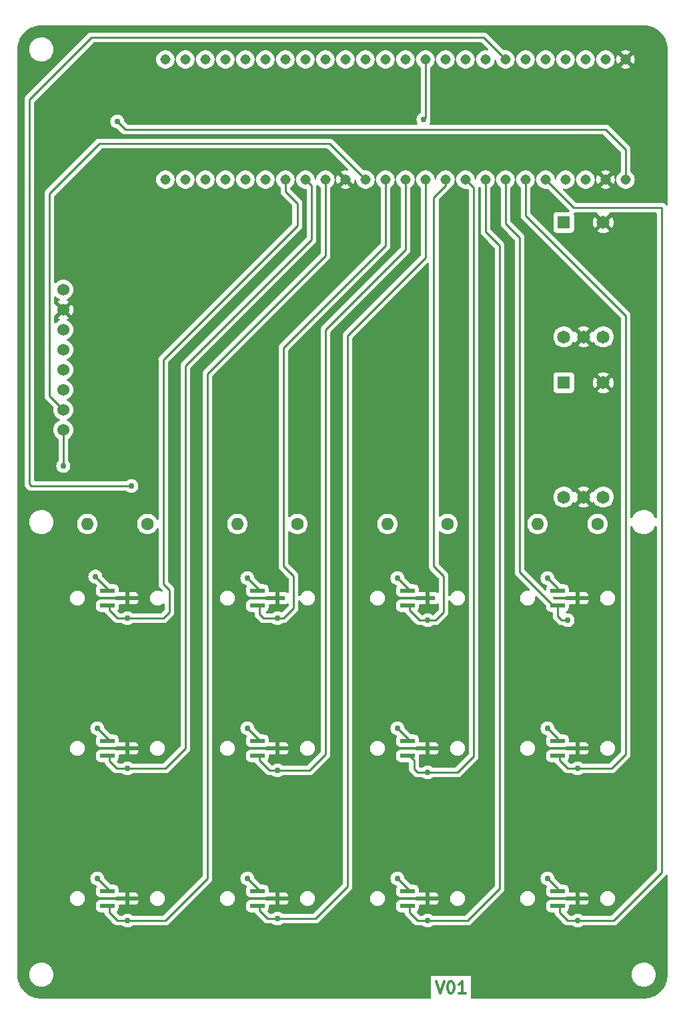
<source format=gtl>
%TF.GenerationSoftware,KiCad,Pcbnew,7.0.8*%
%TF.CreationDate,2024-07-17T11:45:18-04:00*%
%TF.ProjectId,analog-macropad,616e616c-6f67-42d6-9d61-63726f706164,v01*%
%TF.SameCoordinates,Original*%
%TF.FileFunction,Copper,L1,Top*%
%TF.FilePolarity,Positive*%
%FSLAX46Y46*%
G04 Gerber Fmt 4.6, Leading zero omitted, Abs format (unit mm)*
G04 Created by KiCad (PCBNEW 7.0.8) date 2024-07-17 11:45:18*
%MOMM*%
%LPD*%
G01*
G04 APERTURE LIST*
G04 Aperture macros list*
%AMRoundRect*
0 Rectangle with rounded corners*
0 $1 Rounding radius*
0 $2 $3 $4 $5 $6 $7 $8 $9 X,Y pos of 4 corners*
0 Add a 4 corners polygon primitive as box body*
4,1,4,$2,$3,$4,$5,$6,$7,$8,$9,$2,$3,0*
0 Add four circle primitives for the rounded corners*
1,1,$1+$1,$2,$3*
1,1,$1+$1,$4,$5*
1,1,$1+$1,$6,$7*
1,1,$1+$1,$8,$9*
0 Add four rect primitives between the rounded corners*
20,1,$1+$1,$2,$3,$4,$5,0*
20,1,$1+$1,$4,$5,$6,$7,0*
20,1,$1+$1,$6,$7,$8,$9,0*
20,1,$1+$1,$8,$9,$2,$3,0*%
G04 Aperture macros list end*
%ADD10C,0.300000*%
%TA.AperFunction,NonConductor*%
%ADD11C,0.300000*%
%TD*%
%TA.AperFunction,ComponentPad*%
%ADD12C,1.650000*%
%TD*%
%TA.AperFunction,ComponentPad*%
%ADD13R,1.650000X1.650000*%
%TD*%
%TA.AperFunction,ComponentPad*%
%ADD14C,1.600000*%
%TD*%
%TA.AperFunction,ComponentPad*%
%ADD15O,1.600000X1.600000*%
%TD*%
%TA.AperFunction,SMDPad,CuDef*%
%ADD16RoundRect,0.073750X-0.840950X-0.221250X0.840950X-0.221250X0.840950X0.221250X-0.840950X0.221250X0*%
%TD*%
%TA.AperFunction,ComponentPad*%
%ADD17C,1.308000*%
%TD*%
%TA.AperFunction,ComponentPad*%
%ADD18C,1.524000*%
%TD*%
%TA.AperFunction,ViaPad*%
%ADD19C,0.762000*%
%TD*%
%TA.AperFunction,Conductor*%
%ADD20C,0.254000*%
%TD*%
G04 APERTURE END LIST*
D10*
D11*
X151470225Y-153240828D02*
X151970225Y-154740828D01*
X151970225Y-154740828D02*
X152470225Y-153240828D01*
X153255939Y-153240828D02*
X153398796Y-153240828D01*
X153398796Y-153240828D02*
X153541653Y-153312257D01*
X153541653Y-153312257D02*
X153613082Y-153383685D01*
X153613082Y-153383685D02*
X153684510Y-153526542D01*
X153684510Y-153526542D02*
X153755939Y-153812257D01*
X153755939Y-153812257D02*
X153755939Y-154169400D01*
X153755939Y-154169400D02*
X153684510Y-154455114D01*
X153684510Y-154455114D02*
X153613082Y-154597971D01*
X153613082Y-154597971D02*
X153541653Y-154669400D01*
X153541653Y-154669400D02*
X153398796Y-154740828D01*
X153398796Y-154740828D02*
X153255939Y-154740828D01*
X153255939Y-154740828D02*
X153113082Y-154669400D01*
X153113082Y-154669400D02*
X153041653Y-154597971D01*
X153041653Y-154597971D02*
X152970224Y-154455114D01*
X152970224Y-154455114D02*
X152898796Y-154169400D01*
X152898796Y-154169400D02*
X152898796Y-153812257D01*
X152898796Y-153812257D02*
X152970224Y-153526542D01*
X152970224Y-153526542D02*
X153041653Y-153383685D01*
X153041653Y-153383685D02*
X153113082Y-153312257D01*
X153113082Y-153312257D02*
X153255939Y-153240828D01*
X155184510Y-154740828D02*
X154327367Y-154740828D01*
X154755938Y-154740828D02*
X154755938Y-153240828D01*
X154755938Y-153240828D02*
X154613081Y-153455114D01*
X154613081Y-153455114D02*
X154470224Y-153597971D01*
X154470224Y-153597971D02*
X154327367Y-153669400D01*
D12*
%TO.P,RS1,1,A*%
%TO.N,CLK1*%
X167680000Y-71508000D03*
%TO.P,RS1,2,C*%
%TO.N,GND*%
X170180000Y-71508000D03*
%TO.P,RS1,3,B*%
%TO.N,DT1*%
X172680000Y-71508000D03*
D13*
%TO.P,RS1,4,S1*%
%TO.N,SW1*%
X167680000Y-57008000D03*
D12*
%TO.P,RS1,5,S2*%
%TO.N,GND*%
X172680000Y-57008000D03*
%TD*%
D14*
%TO.P,10k,1*%
%TO.N,DT1*%
X152908000Y-95250000D03*
D15*
%TO.P,10k,2*%
%TO.N,3.3V*%
X145288000Y-95250000D03*
%TD*%
D16*
%TO.P,U8,1,VCC*%
%TO.N,3.3V*%
X147828300Y-103698000D03*
%TO.P,U8,2,VOUT*%
%TO.N,A3*%
X147828300Y-105598000D03*
%TO.P,U8,3,GND*%
%TO.N,GND*%
X150367700Y-104648000D03*
%TD*%
%TO.P,U13,1,VCC*%
%TO.N,3.3V*%
X166878300Y-141798000D03*
%TO.P,U13,2,VOUT*%
%TO.N,A8*%
X166878300Y-143698000D03*
%TO.P,U13,3,GND*%
%TO.N,GND*%
X169417700Y-142748000D03*
%TD*%
%TO.P,U7,1,VCC*%
%TO.N,3.3V*%
X128778300Y-141798000D03*
%TO.P,U7,2,VOUT*%
%TO.N,A2*%
X128778300Y-143698000D03*
%TO.P,U7,3,GND*%
%TO.N,GND*%
X131317700Y-142748000D03*
%TD*%
D12*
%TO.P,RS2,1,A*%
%TO.N,CLK2*%
X167680000Y-91828000D03*
%TO.P,RS2,2,C*%
%TO.N,GND*%
X170180000Y-91828000D03*
%TO.P,RS2,3,B*%
%TO.N,DT2*%
X172680000Y-91828000D03*
D13*
%TO.P,RS2,4,S1*%
%TO.N,SW2*%
X167680000Y-77328000D03*
D12*
%TO.P,RS2,5,S2*%
%TO.N,GND*%
X172680000Y-77328000D03*
%TD*%
D16*
%TO.P,U3,1,VCC*%
%TO.N,3.3V*%
X109728300Y-122748000D03*
%TO.P,U3,2,VOUT*%
%TO.N,A16*%
X109728300Y-124648000D03*
%TO.P,U3,3,GND*%
%TO.N,GND*%
X112267700Y-123698000D03*
%TD*%
%TO.P,U10,1,VCC*%
%TO.N,3.3V*%
X147828300Y-141798000D03*
%TO.P,U10,2,VOUT*%
%TO.N,A5*%
X147828300Y-143698000D03*
%TO.P,U10,3,GND*%
%TO.N,GND*%
X150367700Y-142748000D03*
%TD*%
%TO.P,U9,1,VCC*%
%TO.N,3.3V*%
X147828300Y-122748000D03*
%TO.P,U9,2,VOUT*%
%TO.N,A4*%
X147828300Y-124648000D03*
%TO.P,U9,3,GND*%
%TO.N,GND*%
X150367700Y-123698000D03*
%TD*%
D17*
%TO.P,U1,0,RX1*%
%TO.N,SW1*%
X172974000Y-36322000D03*
%TO.P,U1,1,TX1*%
%TO.N,CLK1*%
X170434000Y-36322000D03*
%TO.P,U1,2,OUT2*%
%TO.N,DT1*%
X167894000Y-36322000D03*
%TO.P,U1,3,LRCLK2*%
%TO.N,SW2*%
X165354000Y-36322000D03*
%TO.P,U1,3.3V_1,3.3V*%
%TO.N,3.3V*%
X139954000Y-36322000D03*
%TO.P,U1,3.3V_2,3.3V*%
%TO.N,unconnected-(U1-3.3V-Pad3.3V_2)*%
X170434000Y-51562000D03*
%TO.P,U1,4,BCLK2*%
%TO.N,CLK2*%
X162814000Y-36322000D03*
%TO.P,U1,5,IN2*%
%TO.N,DT2*%
X160274000Y-36322000D03*
%TO.P,U1,6,OUT1D*%
%TO.N,unconnected-(U1-OUT1D-Pad6)*%
X157734000Y-36322000D03*
%TO.P,U1,7,RX2*%
%TO.N,unconnected-(U1-RX2-Pad7)*%
X155194000Y-36322000D03*
%TO.P,U1,8,TX2*%
%TO.N,RST*%
X152654000Y-36322000D03*
%TO.P,U1,9,OUT1C*%
%TO.N,DC*%
X150114000Y-36322000D03*
%TO.P,U1,10,CS1*%
%TO.N,CS*%
X147574000Y-36322000D03*
%TO.P,U1,11,MOSI*%
%TO.N,SDA*%
X145034000Y-36322000D03*
%TO.P,U1,12,MISO*%
%TO.N,unconnected-(U1-MISO-Pad12)*%
X142494000Y-36322000D03*
%TO.P,U1,13,SCK*%
%TO.N,SCK*%
X142494000Y-51562000D03*
%TO.P,U1,14,A0*%
%TO.N,A0*%
X145034000Y-51562000D03*
%TO.P,U1,15,A1*%
%TO.N,A1*%
X147574000Y-51562000D03*
%TO.P,U1,16,A2*%
%TO.N,A2*%
X150114000Y-51562000D03*
%TO.P,U1,17,A3*%
%TO.N,A3*%
X152654000Y-51562000D03*
%TO.P,U1,18,A4*%
%TO.N,A4*%
X155194000Y-51562000D03*
%TO.P,U1,19,A5*%
%TO.N,A5*%
X157734000Y-51562000D03*
%TO.P,U1,20,A6*%
%TO.N,A6*%
X160274000Y-51562000D03*
%TO.P,U1,21,A7*%
%TO.N,A7*%
X162814000Y-51562000D03*
%TO.P,U1,22,A8*%
%TO.N,A8*%
X165354000Y-51562000D03*
%TO.P,U1,23,A9*%
%TO.N,unconnected-(U1-A9-Pad23)*%
X167894000Y-51562000D03*
%TO.P,U1,24,A10*%
%TO.N,unconnected-(U1-A10-Pad24)*%
X137414000Y-36322000D03*
%TO.P,U1,25,A11*%
%TO.N,unconnected-(U1-A11-Pad25)*%
X134874000Y-36322000D03*
%TO.P,U1,26,A12*%
%TO.N,unconnected-(U1-A12-Pad26)*%
X132334000Y-36322000D03*
%TO.P,U1,27,A13*%
%TO.N,unconnected-(U1-A13-Pad27)*%
X129794000Y-36322000D03*
%TO.P,U1,28,RX7*%
%TO.N,unconnected-(U1-RX7-Pad28)*%
X127254000Y-36322000D03*
%TO.P,U1,29,TX7*%
%TO.N,unconnected-(U1-TX7-Pad29)*%
X124714000Y-36322000D03*
%TO.P,U1,30,CRX3*%
%TO.N,unconnected-(U1-CRX3-Pad30)*%
X122174000Y-36322000D03*
%TO.P,U1,31,CTX3*%
%TO.N,unconnected-(U1-CTX3-Pad31)*%
X119634000Y-36322000D03*
%TO.P,U1,32,OUT1B*%
%TO.N,unconnected-(U1-OUT1B-Pad32)*%
X117094000Y-36322000D03*
%TO.P,U1,33,MCLK2*%
%TO.N,unconnected-(U1-MCLK2-Pad33)*%
X117094000Y-51562000D03*
%TO.P,U1,34,RX8*%
%TO.N,unconnected-(U1-RX8-Pad34)*%
X119634000Y-51562000D03*
%TO.P,U1,35,TX8*%
%TO.N,unconnected-(U1-TX8-Pad35)*%
X122174000Y-51562000D03*
%TO.P,U1,36,CS2*%
%TO.N,unconnected-(U1-CS2-Pad36)*%
X124714000Y-51562000D03*
%TO.P,U1,37,CS3*%
%TO.N,unconnected-(U1-CS3-Pad37)*%
X127254000Y-51562000D03*
%TO.P,U1,38,A14*%
%TO.N,unconnected-(U1-A14-Pad38)*%
X129794000Y-51562000D03*
%TO.P,U1,39,A15*%
%TO.N,A15*%
X132334000Y-51562000D03*
%TO.P,U1,40,A16*%
%TO.N,A16*%
X134874000Y-51562000D03*
%TO.P,U1,41,A17*%
%TO.N,A17*%
X137414000Y-51562000D03*
%TO.P,U1,GND1,GND*%
%TO.N,GND*%
X175514000Y-36322000D03*
%TO.P,U1,GND2,GND*%
X139954000Y-51562000D03*
%TO.P,U1,GND3,GND*%
X172974000Y-51562000D03*
%TO.P,U1,VIN,VIN*%
%TO.N,5V*%
X175514000Y-51562000D03*
%TD*%
D14*
%TO.P,10k,1*%
%TO.N,CLK1*%
X114808000Y-95250000D03*
D15*
%TO.P,10k,2*%
%TO.N,3.3V*%
X107188000Y-95250000D03*
%TD*%
D16*
%TO.P,U12,1,VCC*%
%TO.N,3.3V*%
X166878300Y-122748000D03*
%TO.P,U12,2,VOUT*%
%TO.N,A7*%
X166878300Y-124648000D03*
%TO.P,U12,3,GND*%
%TO.N,GND*%
X169417700Y-123698000D03*
%TD*%
D18*
%TO.P,U14,1,VCC*%
%TO.N,5V*%
X104140000Y-65532000D03*
%TO.P,U14,2,GND*%
%TO.N,GND*%
X104140000Y-68072000D03*
%TO.P,U14,3,CS_U1*%
%TO.N,CS*%
X104140000Y-70612000D03*
%TO.P,U14,4,RESET*%
%TO.N,RST*%
X104140000Y-73152000D03*
%TO.P,U14,5,AO*%
%TO.N,DC*%
X104140000Y-75692000D03*
%TO.P,U14,6,SDA*%
%TO.N,SDA*%
X104140000Y-78232000D03*
%TO.P,U14,7,SCK*%
%TO.N,SCK*%
X104140000Y-80772000D03*
%TO.P,U14,8,LED*%
%TO.N,3.3V*%
X104140000Y-83312000D03*
%TD*%
D14*
%TO.P,10k,1*%
%TO.N,CLK2*%
X133858000Y-95250000D03*
D15*
%TO.P,10k,2*%
%TO.N,3.3V*%
X126238000Y-95250000D03*
%TD*%
D16*
%TO.P,U2,1,VCC*%
%TO.N,3.3V*%
X109729300Y-103698000D03*
%TO.P,U2,2,VOUT*%
%TO.N,A15*%
X109729300Y-105598000D03*
%TO.P,U2,3,GND*%
%TO.N,GND*%
X112268700Y-104648000D03*
%TD*%
%TO.P,U4,1,VCC*%
%TO.N,3.3V*%
X109728300Y-141798000D03*
%TO.P,U4,2,VOUT*%
%TO.N,A17*%
X109728300Y-143698000D03*
%TO.P,U4,3,GND*%
%TO.N,GND*%
X112267700Y-142748000D03*
%TD*%
%TO.P,U6,1,VCC*%
%TO.N,3.3V*%
X128778300Y-122748000D03*
%TO.P,U6,2,VOUT*%
%TO.N,A1*%
X128778300Y-124648000D03*
%TO.P,U6,3,GND*%
%TO.N,GND*%
X131317700Y-123698000D03*
%TD*%
D14*
%TO.P,10k,1*%
%TO.N,DT2*%
X171958000Y-95250000D03*
D15*
%TO.P,10k,2*%
%TO.N,3.3V*%
X164338000Y-95250000D03*
%TD*%
D16*
%TO.P,U11,1,VCC*%
%TO.N,3.3V*%
X166878300Y-103698000D03*
%TO.P,U11,2,VOUT*%
%TO.N,A6*%
X166878300Y-105598000D03*
%TO.P,U11,3,GND*%
%TO.N,GND*%
X169417700Y-104648000D03*
%TD*%
%TO.P,U5,1,VCC*%
%TO.N,3.3V*%
X128778300Y-103698000D03*
%TO.P,U5,2,VOUT*%
%TO.N,A0*%
X128778300Y-105598000D03*
%TO.P,U5,3,GND*%
%TO.N,GND*%
X131317700Y-104648000D03*
%TD*%
D19*
%TO.N,3.3V*%
X146558000Y-102108000D03*
X104140000Y-87884000D03*
X146558000Y-140208000D03*
X165608000Y-102108000D03*
X165608000Y-140208000D03*
X108458000Y-140208000D03*
X127508000Y-121158000D03*
X108458000Y-121158000D03*
X146558000Y-121158000D03*
X108204000Y-101918000D03*
X165608000Y-121158000D03*
X127508000Y-102108000D03*
X127508000Y-140208000D03*
%TO.N,DT2*%
X112776000Y-90424000D03*
%TO.N,GND*%
X171450000Y-124206000D03*
%TO.N,5V*%
X110998000Y-44196000D03*
%TO.N,DC*%
X149860000Y-43942000D03*
%TO.N,A0*%
X131318000Y-107188000D03*
%TO.N,A1*%
X131318000Y-126492000D03*
%TO.N,A2*%
X131318000Y-145288000D03*
%TO.N,A3*%
X150368000Y-107442000D03*
%TO.N,A4*%
X150368000Y-126746000D03*
%TO.N,A5*%
X150368000Y-145542000D03*
%TO.N,A6*%
X168148000Y-107442000D03*
%TO.N,A7*%
X169418000Y-126238000D03*
%TO.N,A8*%
X169418000Y-145542000D03*
%TO.N,A15*%
X112268000Y-107188000D03*
%TO.N,A16*%
X112268000Y-126238000D03*
%TO.N,A17*%
X112268000Y-145542000D03*
%TD*%
D20*
%TO.N,3.3V*%
X129033000Y-141733000D02*
X127508000Y-140208000D01*
X129033000Y-103698000D02*
X129033000Y-103633000D01*
X148083000Y-141798000D02*
X148083000Y-141733000D01*
X148083000Y-122748000D02*
X148083000Y-122683000D01*
X109983000Y-141733000D02*
X108458000Y-140208000D01*
X109983000Y-141798000D02*
X109983000Y-141733000D01*
X166878300Y-141798000D02*
X166878300Y-141478300D01*
X129033000Y-103633000D02*
X127508000Y-102108000D01*
X109983000Y-122683000D02*
X108458000Y-121158000D01*
X148083000Y-122683000D02*
X146558000Y-121158000D01*
X166878300Y-141478300D02*
X165608000Y-140208000D01*
X104140000Y-83312000D02*
X104140000Y-87884000D01*
X109984000Y-103698000D02*
X108204000Y-101918000D01*
X166878300Y-103698000D02*
X166878300Y-103378300D01*
X129033000Y-122748000D02*
X129033000Y-122683000D01*
X166878300Y-103378300D02*
X165608000Y-102108000D01*
X109983000Y-122748000D02*
X109983000Y-122683000D01*
X148083000Y-103698000D02*
X148083000Y-103633000D01*
X148083000Y-141733000D02*
X146558000Y-140208000D01*
X129033000Y-122683000D02*
X127508000Y-121158000D01*
X108204000Y-101854000D02*
X108204000Y-101918000D01*
X166878300Y-122748000D02*
X166878300Y-122428300D01*
X104140000Y-83312000D02*
X103886000Y-83312000D01*
X129033000Y-141798000D02*
X129033000Y-141733000D01*
X148083000Y-103633000D02*
X146558000Y-102108000D01*
X166878300Y-122428300D02*
X165608000Y-121158000D01*
%TO.N,DT2*%
X112776000Y-90424000D02*
X100076000Y-90424000D01*
X99822000Y-90170000D02*
X99822000Y-41402000D01*
X107696000Y-33528000D02*
X157480000Y-33528000D01*
X157480000Y-33528000D02*
X160274000Y-36322000D01*
X100076000Y-90424000D02*
X99822000Y-90170000D01*
X99822000Y-41402000D02*
X107696000Y-33528000D01*
%TO.N,GND*%
X170942000Y-123698000D02*
X171450000Y-124206000D01*
X169417700Y-123698000D02*
X170942000Y-123698000D01*
%TO.N,5V*%
X112014000Y-45212000D02*
X172974000Y-45212000D01*
X175514000Y-47752000D02*
X175514000Y-51562000D01*
X172974000Y-45212000D02*
X175514000Y-47752000D01*
X110998000Y-44196000D02*
X112014000Y-45212000D01*
%TO.N,DC*%
X150114000Y-36322000D02*
X150114000Y-43688000D01*
X150114000Y-43688000D02*
X149860000Y-43942000D01*
%TO.N,SCK*%
X108712000Y-46990000D02*
X137922000Y-46990000D01*
X102362000Y-78994000D02*
X102362000Y-53340000D01*
X104140000Y-80772000D02*
X102362000Y-78994000D01*
X102362000Y-53340000D02*
X108712000Y-46990000D01*
X137922000Y-46990000D02*
X142494000Y-51562000D01*
%TO.N,A0*%
X129032000Y-106680000D02*
X129032000Y-105599000D01*
X132080000Y-107188000D02*
X131318000Y-107188000D01*
X132080000Y-100584000D02*
X133350000Y-101854000D01*
X129540000Y-107188000D02*
X129032000Y-106680000D01*
X129032000Y-105599000D02*
X129033000Y-105598000D01*
X145034000Y-59944000D02*
X132080000Y-72898000D01*
X133350000Y-105918000D02*
X132080000Y-107188000D01*
X145034000Y-51562000D02*
X145034000Y-59944000D01*
X132080000Y-72898000D02*
X132080000Y-100584000D01*
X133350000Y-101854000D02*
X133350000Y-105918000D01*
X131318000Y-107188000D02*
X129540000Y-107188000D01*
%TO.N,A1*%
X130335500Y-126492000D02*
X129033000Y-125189500D01*
X135382000Y-126492000D02*
X131318000Y-126492000D01*
X129033000Y-125189500D02*
X129033000Y-124648000D01*
X137414000Y-70612000D02*
X137414000Y-124460000D01*
X147574000Y-60452000D02*
X137414000Y-70612000D01*
X147574000Y-51562000D02*
X147574000Y-60452000D01*
X137414000Y-124460000D02*
X135382000Y-126492000D01*
X131318000Y-126492000D02*
X130335500Y-126492000D01*
%TO.N,A2*%
X140208000Y-71374000D02*
X140208000Y-141224000D01*
X136144000Y-145288000D02*
X131318000Y-145288000D01*
X129033000Y-144273000D02*
X129033000Y-143698000D01*
X131318000Y-145288000D02*
X130048000Y-145288000D01*
X130048000Y-145288000D02*
X129033000Y-144273000D01*
X150114000Y-51562000D02*
X150114000Y-61468000D01*
X150114000Y-61468000D02*
X140208000Y-71374000D01*
X140208000Y-141224000D02*
X136144000Y-145288000D01*
%TO.N,A3*%
X151158807Y-100612807D02*
X152400000Y-101854000D01*
X152400000Y-101854000D02*
X152400000Y-106426000D01*
X148083000Y-106173000D02*
X148083000Y-105598000D01*
X152654000Y-52324000D02*
X151158807Y-53819193D01*
X149352000Y-107442000D02*
X148083000Y-106173000D01*
X152400000Y-106426000D02*
X151384000Y-107442000D01*
X151158807Y-53819193D02*
X151158807Y-100612807D01*
X152654000Y-51562000D02*
X152654000Y-52324000D01*
X151384000Y-107442000D02*
X150368000Y-107442000D01*
X150368000Y-107442000D02*
X149352000Y-107442000D01*
%TO.N,A4*%
X154178000Y-126746000D02*
X150368000Y-126746000D01*
X156210000Y-52578000D02*
X156210000Y-124714000D01*
X156210000Y-124714000D02*
X154178000Y-126746000D01*
X149098000Y-126746000D02*
X148657000Y-126305000D01*
X148657000Y-125222000D02*
X148083000Y-124648000D01*
X155194000Y-51562000D02*
X156210000Y-52578000D01*
X148657000Y-126305000D02*
X148657000Y-125222000D01*
X150368000Y-126746000D02*
X149098000Y-126746000D01*
%TO.N,A5*%
X159512000Y-141478000D02*
X155448000Y-145542000D01*
X155448000Y-145542000D02*
X150368000Y-145542000D01*
X157734000Y-51562000D02*
X157734000Y-58166000D01*
X157734000Y-58166000D02*
X159512000Y-59944000D01*
X148083000Y-144527000D02*
X148083000Y-143698000D01*
X150368000Y-145542000D02*
X149098000Y-145542000D01*
X149098000Y-145542000D02*
X148083000Y-144527000D01*
X159512000Y-59944000D02*
X159512000Y-141478000D01*
%TO.N,A6*%
X160274000Y-57150000D02*
X162052000Y-58928000D01*
X166878300Y-106934300D02*
X166878300Y-105598000D01*
X168148000Y-107442000D02*
X167386000Y-107442000D01*
X166304000Y-105598000D02*
X167133000Y-105598000D01*
X160274000Y-51562000D02*
X160274000Y-57150000D01*
X162052000Y-101346000D02*
X166304000Y-105598000D01*
X162052000Y-58928000D02*
X162052000Y-101346000D01*
X167386000Y-107442000D02*
X166878300Y-106934300D01*
%TO.N,A7*%
X173736000Y-126238000D02*
X169418000Y-126238000D01*
X169418000Y-126238000D02*
X168181500Y-126238000D01*
X162814000Y-51562000D02*
X162814000Y-56134000D01*
X175514000Y-124460000D02*
X173736000Y-126238000D01*
X175514000Y-68834000D02*
X175514000Y-124460000D01*
X167133000Y-125189500D02*
X167133000Y-124648000D01*
X168181500Y-126238000D02*
X167133000Y-125189500D01*
X162814000Y-56134000D02*
X175514000Y-68834000D01*
%TO.N,A8*%
X169418000Y-145542000D02*
X168181500Y-145542000D01*
X180086000Y-139446000D02*
X173990000Y-145542000D01*
X167133000Y-144493500D02*
X167133000Y-143698000D01*
X165354000Y-51562000D02*
X168910000Y-55118000D01*
X168910000Y-55118000D02*
X180086000Y-55118000D01*
X173990000Y-145542000D02*
X169418000Y-145542000D01*
X180086000Y-55118000D02*
X180086000Y-139446000D01*
X168181500Y-145542000D02*
X167133000Y-144493500D01*
%TO.N,A15*%
X133844333Y-57390333D02*
X116840000Y-74394666D01*
X117602000Y-106426000D02*
X116840000Y-107188000D01*
X133844333Y-54576550D02*
X133844333Y-57390333D01*
X116840000Y-74394666D02*
X116840000Y-102863466D01*
X132334000Y-53066217D02*
X133844333Y-54576550D01*
X116840000Y-102863466D02*
X117602000Y-103625466D01*
X112268000Y-107188000D02*
X111032000Y-107188000D01*
X116840000Y-107188000D02*
X112268000Y-107188000D01*
X132334000Y-51562000D02*
X132334000Y-53066217D01*
X133844333Y-57390333D02*
X133858000Y-57404000D01*
X117602000Y-103625466D02*
X117602000Y-106426000D01*
X109984000Y-106140000D02*
X109984000Y-105598000D01*
X111032000Y-107188000D02*
X109984000Y-106140000D01*
%TO.N,A16*%
X109983000Y-125316500D02*
X109983000Y-124648000D01*
X119634000Y-123698000D02*
X117094000Y-126238000D01*
X135636000Y-52324000D02*
X135636000Y-59182000D01*
X135636000Y-59182000D02*
X119634000Y-75184000D01*
X117094000Y-126238000D02*
X112268000Y-126238000D01*
X134874000Y-51562000D02*
X135636000Y-52324000D01*
X110904500Y-126238000D02*
X109983000Y-125316500D01*
X119634000Y-75184000D02*
X119634000Y-123698000D01*
X112268000Y-126238000D02*
X110904500Y-126238000D01*
%TO.N,A17*%
X137414000Y-61214000D02*
X122428000Y-76200000D01*
X137414000Y-51562000D02*
X137414000Y-61214000D01*
X117094000Y-145542000D02*
X112268000Y-145542000D01*
X122428000Y-76200000D02*
X122428000Y-140208000D01*
X109983000Y-144493500D02*
X109983000Y-143698000D01*
X112268000Y-145542000D02*
X111031500Y-145542000D01*
X111031500Y-145542000D02*
X109983000Y-144493500D01*
X122428000Y-140208000D02*
X117094000Y-145542000D01*
%TD*%
%TA.AperFunction,Conductor*%
%TO.N,GND*%
G36*
X177748139Y-32004501D02*
G01*
X177798377Y-32004501D01*
X177801619Y-32004585D01*
X177933289Y-32011486D01*
X178122235Y-32022097D01*
X178128428Y-32022759D01*
X178208110Y-32035380D01*
X178282472Y-32047159D01*
X178350142Y-32058655D01*
X178448540Y-32075374D01*
X178454155Y-32076601D01*
X178609033Y-32118100D01*
X178767086Y-32163634D01*
X178772118Y-32165321D01*
X178867861Y-32202074D01*
X178923602Y-32223471D01*
X179074207Y-32285854D01*
X179078611Y-32287884D01*
X179224136Y-32362033D01*
X179366254Y-32440579D01*
X179370032Y-32442846D01*
X179507600Y-32532182D01*
X179639865Y-32626029D01*
X179642989Y-32628399D01*
X179769660Y-32730976D01*
X179771956Y-32732929D01*
X179891779Y-32840008D01*
X179894306Y-32842398D01*
X180009600Y-32957692D01*
X180011990Y-32960219D01*
X180119069Y-33080042D01*
X180121022Y-33082338D01*
X180223599Y-33209009D01*
X180225982Y-33212150D01*
X180319817Y-33344399D01*
X180409152Y-33481966D01*
X180411419Y-33485744D01*
X180489966Y-33627863D01*
X180564114Y-33773387D01*
X180566153Y-33777810D01*
X180628528Y-33928397D01*
X180686673Y-34079871D01*
X180688369Y-34084928D01*
X180733900Y-34242972D01*
X180775393Y-34397826D01*
X180776630Y-34403490D01*
X180804840Y-34569527D01*
X180829236Y-34723547D01*
X180829902Y-34729774D01*
X180840515Y-34918743D01*
X180847414Y-35050378D01*
X180847499Y-35053624D01*
X180847499Y-54716914D01*
X180827814Y-54783953D01*
X180775010Y-54829708D01*
X180705852Y-54839652D01*
X180642296Y-54810627D01*
X180623182Y-54789801D01*
X180606391Y-54766691D01*
X180604207Y-54763478D01*
X180583793Y-54731309D01*
X180573339Y-54714836D01*
X180567343Y-54709207D01*
X180551901Y-54691693D01*
X180547063Y-54685033D01*
X180502675Y-54648312D01*
X180499768Y-54645748D01*
X180457768Y-54606308D01*
X180457767Y-54606307D01*
X180450544Y-54602336D01*
X180431247Y-54589221D01*
X180424906Y-54583976D01*
X180424903Y-54583973D01*
X180372794Y-54559453D01*
X180369322Y-54557684D01*
X180331840Y-54537078D01*
X180318834Y-54529928D01*
X180318833Y-54529927D01*
X180318832Y-54529927D01*
X180310852Y-54527878D01*
X180288898Y-54519974D01*
X180281448Y-54516468D01*
X180281444Y-54516467D01*
X180224857Y-54505672D01*
X180221072Y-54504827D01*
X180200502Y-54499545D01*
X180165276Y-54490500D01*
X180165272Y-54490500D01*
X180157038Y-54490500D01*
X180133802Y-54488303D01*
X180125722Y-54486761D01*
X180125712Y-54486761D01*
X180116770Y-54487323D01*
X180068212Y-54490378D01*
X180064340Y-54490500D01*
X169221281Y-54490500D01*
X169154242Y-54470815D01*
X169133600Y-54454181D01*
X167589149Y-52909730D01*
X167555664Y-52848407D01*
X167560648Y-52778715D01*
X167602520Y-52722782D01*
X167667984Y-52698365D01*
X167699613Y-52700160D01*
X167787020Y-52716500D01*
X167787021Y-52716500D01*
X168000978Y-52716500D01*
X168000980Y-52716500D01*
X168211297Y-52677185D01*
X168410810Y-52599893D01*
X168592722Y-52487258D01*
X168750841Y-52343114D01*
X168879781Y-52172370D01*
X168975151Y-51980840D01*
X168975151Y-51980837D01*
X168975153Y-51980835D01*
X169025013Y-51805593D01*
X169033704Y-51775048D01*
X169040529Y-51701394D01*
X169066315Y-51636457D01*
X169123116Y-51595770D01*
X169192897Y-51592250D01*
X169253503Y-51627015D01*
X169285693Y-51689028D01*
X169287471Y-51701395D01*
X169294295Y-51775047D01*
X169294296Y-51775050D01*
X169352846Y-51980835D01*
X169352849Y-51980840D01*
X169448219Y-52172370D01*
X169577159Y-52343114D01*
X169735278Y-52487258D01*
X169735283Y-52487261D01*
X169735286Y-52487263D01*
X169917186Y-52599891D01*
X169917187Y-52599891D01*
X169917190Y-52599893D01*
X170116703Y-52677185D01*
X170327020Y-52716500D01*
X170327022Y-52716500D01*
X170540978Y-52716500D01*
X170540980Y-52716500D01*
X170751297Y-52677185D01*
X170950810Y-52599893D01*
X171132722Y-52487258D01*
X171290841Y-52343114D01*
X171419781Y-52172370D01*
X171515151Y-51980840D01*
X171515151Y-51980837D01*
X171515153Y-51980835D01*
X171565013Y-51805593D01*
X171573704Y-51775048D01*
X171580780Y-51698686D01*
X171606564Y-51633751D01*
X171663364Y-51593063D01*
X171733145Y-51589543D01*
X171793752Y-51624307D01*
X171825943Y-51686320D01*
X171827721Y-51698687D01*
X171834788Y-51774954D01*
X171834789Y-51774956D01*
X171893315Y-51980654D01*
X171893321Y-51980669D01*
X171988646Y-52172106D01*
X171997980Y-52184466D01*
X172576046Y-51606400D01*
X172588835Y-51687148D01*
X172646359Y-51800045D01*
X172735955Y-51889641D01*
X172848852Y-51947165D01*
X172929599Y-51959953D01*
X172354085Y-52535465D01*
X172457415Y-52599444D01*
X172457416Y-52599445D01*
X172656837Y-52676700D01*
X172867068Y-52716000D01*
X173080932Y-52716000D01*
X173291162Y-52676700D01*
X173490585Y-52599444D01*
X173490586Y-52599443D01*
X173593913Y-52535465D01*
X173018401Y-51959953D01*
X173099148Y-51947165D01*
X173212045Y-51889641D01*
X173301641Y-51800045D01*
X173359165Y-51687148D01*
X173371953Y-51606400D01*
X173950018Y-52184465D01*
X173959355Y-52172101D01*
X173959357Y-52172098D01*
X174054678Y-51980669D01*
X174054684Y-51980654D01*
X174113210Y-51774956D01*
X174113211Y-51774954D01*
X174120278Y-51698688D01*
X174146064Y-51633751D01*
X174202864Y-51593063D01*
X174272645Y-51589543D01*
X174333252Y-51624308D01*
X174365442Y-51686321D01*
X174367220Y-51698687D01*
X174374296Y-51775048D01*
X174374296Y-51775050D01*
X174432846Y-51980835D01*
X174432849Y-51980840D01*
X174528219Y-52172370D01*
X174657159Y-52343114D01*
X174815278Y-52487258D01*
X174815283Y-52487261D01*
X174815286Y-52487263D01*
X174997186Y-52599891D01*
X174997187Y-52599891D01*
X174997190Y-52599893D01*
X175196703Y-52677185D01*
X175407020Y-52716500D01*
X175407022Y-52716500D01*
X175620978Y-52716500D01*
X175620980Y-52716500D01*
X175831297Y-52677185D01*
X176030810Y-52599893D01*
X176212722Y-52487258D01*
X176370841Y-52343114D01*
X176499781Y-52172370D01*
X176595151Y-51980840D01*
X176595151Y-51980837D01*
X176595153Y-51980835D01*
X176645013Y-51805593D01*
X176653704Y-51775048D01*
X176673446Y-51562000D01*
X176670567Y-51530936D01*
X176653704Y-51348952D01*
X176653703Y-51348949D01*
X176595153Y-51143164D01*
X176595150Y-51143158D01*
X176499912Y-50951894D01*
X176499781Y-50951630D01*
X176370841Y-50780886D01*
X176370839Y-50780884D01*
X176212724Y-50636743D01*
X176200220Y-50629001D01*
X176153586Y-50576972D01*
X176141500Y-50523575D01*
X176141500Y-47834964D01*
X176143228Y-47819314D01*
X176142946Y-47819288D01*
X176143680Y-47811525D01*
X176141500Y-47742154D01*
X176141500Y-47712528D01*
X176141500Y-47712524D01*
X176140627Y-47705614D01*
X176140168Y-47699785D01*
X176138700Y-47653057D01*
X176133082Y-47633720D01*
X176129138Y-47614674D01*
X176126616Y-47594707D01*
X176109403Y-47551233D01*
X176107515Y-47545716D01*
X176094467Y-47500805D01*
X176084223Y-47483484D01*
X176075661Y-47466007D01*
X176068253Y-47447298D01*
X176068253Y-47447297D01*
X176040764Y-47409462D01*
X176037561Y-47404585D01*
X176013764Y-47364346D01*
X176013759Y-47364339D01*
X175999531Y-47350112D01*
X175986896Y-47335320D01*
X175975063Y-47319033D01*
X175975060Y-47319031D01*
X175975060Y-47319030D01*
X175975059Y-47319029D01*
X175939035Y-47289228D01*
X175934713Y-47285294D01*
X173476376Y-44826957D01*
X173466531Y-44814668D01*
X173466313Y-44814849D01*
X173461340Y-44808838D01*
X173410741Y-44761322D01*
X173400268Y-44750849D01*
X173389797Y-44740377D01*
X173384296Y-44736111D01*
X173379848Y-44732312D01*
X173345768Y-44700308D01*
X173345763Y-44700304D01*
X173328122Y-44690606D01*
X173311857Y-44679922D01*
X173295963Y-44667593D01*
X173295962Y-44667592D01*
X173280804Y-44661032D01*
X173253054Y-44649023D01*
X173247807Y-44646453D01*
X173206837Y-44623929D01*
X173206828Y-44623926D01*
X173187334Y-44618920D01*
X173168933Y-44612620D01*
X173150459Y-44604626D01*
X173150452Y-44604624D01*
X173104287Y-44597313D01*
X173098563Y-44596128D01*
X173053279Y-44584500D01*
X173053272Y-44584500D01*
X173033142Y-44584500D01*
X173013743Y-44582973D01*
X172993868Y-44579825D01*
X172993867Y-44579825D01*
X172947321Y-44584225D01*
X172941483Y-44584500D01*
X150721696Y-44584500D01*
X150654657Y-44564815D01*
X150608902Y-44512011D01*
X150598958Y-44442853D01*
X150614309Y-44398500D01*
X150669725Y-44302514D01*
X150669726Y-44302513D01*
X150726987Y-44126284D01*
X150746356Y-43942000D01*
X150734246Y-43826784D01*
X150737463Y-43782993D01*
X150741500Y-43767272D01*
X150741500Y-43747141D01*
X150743027Y-43727741D01*
X150746175Y-43707867D01*
X150741775Y-43661321D01*
X150741500Y-43655483D01*
X150741500Y-37360423D01*
X150761185Y-37293384D01*
X150800223Y-37254996D01*
X150812722Y-37247258D01*
X150970841Y-37103114D01*
X151099781Y-36932370D01*
X151195151Y-36740840D01*
X151195151Y-36740837D01*
X151195153Y-36740835D01*
X151228679Y-36623000D01*
X151253704Y-36535048D01*
X151260529Y-36461394D01*
X151286315Y-36396457D01*
X151343116Y-36355770D01*
X151412897Y-36352250D01*
X151473503Y-36387015D01*
X151505693Y-36449028D01*
X151507471Y-36461395D01*
X151514295Y-36535047D01*
X151514296Y-36535050D01*
X151572846Y-36740835D01*
X151572849Y-36740840D01*
X151668219Y-36932370D01*
X151797159Y-37103114D01*
X151955278Y-37247258D01*
X151955283Y-37247261D01*
X151955286Y-37247263D01*
X152137186Y-37359891D01*
X152137187Y-37359891D01*
X152137190Y-37359893D01*
X152336703Y-37437185D01*
X152547020Y-37476500D01*
X152547022Y-37476500D01*
X152760978Y-37476500D01*
X152760980Y-37476500D01*
X152971297Y-37437185D01*
X153170810Y-37359893D01*
X153352722Y-37247258D01*
X153510841Y-37103114D01*
X153639781Y-36932370D01*
X153735151Y-36740840D01*
X153735151Y-36740837D01*
X153735153Y-36740835D01*
X153768679Y-36623000D01*
X153793704Y-36535048D01*
X153800529Y-36461394D01*
X153826315Y-36396457D01*
X153883116Y-36355770D01*
X153952897Y-36352250D01*
X154013503Y-36387015D01*
X154045693Y-36449028D01*
X154047471Y-36461395D01*
X154054295Y-36535047D01*
X154054296Y-36535050D01*
X154112846Y-36740835D01*
X154112849Y-36740840D01*
X154208219Y-36932370D01*
X154337159Y-37103114D01*
X154495278Y-37247258D01*
X154495283Y-37247261D01*
X154495286Y-37247263D01*
X154677186Y-37359891D01*
X154677187Y-37359891D01*
X154677190Y-37359893D01*
X154876703Y-37437185D01*
X155087020Y-37476500D01*
X155087022Y-37476500D01*
X155300978Y-37476500D01*
X155300980Y-37476500D01*
X155511297Y-37437185D01*
X155710810Y-37359893D01*
X155892722Y-37247258D01*
X156050841Y-37103114D01*
X156179781Y-36932370D01*
X156275151Y-36740840D01*
X156275151Y-36740837D01*
X156275153Y-36740835D01*
X156308679Y-36623000D01*
X156333704Y-36535048D01*
X156340529Y-36461394D01*
X156366315Y-36396457D01*
X156423116Y-36355770D01*
X156492897Y-36352250D01*
X156553503Y-36387015D01*
X156585693Y-36449028D01*
X156587471Y-36461395D01*
X156594295Y-36535047D01*
X156594296Y-36535050D01*
X156652846Y-36740835D01*
X156652849Y-36740840D01*
X156748219Y-36932370D01*
X156877159Y-37103114D01*
X157035278Y-37247258D01*
X157035283Y-37247261D01*
X157035286Y-37247263D01*
X157217186Y-37359891D01*
X157217187Y-37359891D01*
X157217190Y-37359893D01*
X157416703Y-37437185D01*
X157627020Y-37476500D01*
X157627022Y-37476500D01*
X157840978Y-37476500D01*
X157840980Y-37476500D01*
X158051297Y-37437185D01*
X158250810Y-37359893D01*
X158432722Y-37247258D01*
X158590841Y-37103114D01*
X158719781Y-36932370D01*
X158815151Y-36740840D01*
X158815151Y-36740837D01*
X158815153Y-36740835D01*
X158848679Y-36623000D01*
X158873704Y-36535048D01*
X158880529Y-36461394D01*
X158906315Y-36396457D01*
X158963116Y-36355770D01*
X159032897Y-36352250D01*
X159093503Y-36387015D01*
X159125693Y-36449028D01*
X159127471Y-36461395D01*
X159134295Y-36535047D01*
X159134296Y-36535050D01*
X159192846Y-36740835D01*
X159192849Y-36740840D01*
X159288219Y-36932370D01*
X159417159Y-37103114D01*
X159575278Y-37247258D01*
X159575283Y-37247261D01*
X159575286Y-37247263D01*
X159757186Y-37359891D01*
X159757187Y-37359891D01*
X159757190Y-37359893D01*
X159956703Y-37437185D01*
X160167020Y-37476500D01*
X160167022Y-37476500D01*
X160380978Y-37476500D01*
X160380980Y-37476500D01*
X160591297Y-37437185D01*
X160790810Y-37359893D01*
X160972722Y-37247258D01*
X161130841Y-37103114D01*
X161259781Y-36932370D01*
X161355151Y-36740840D01*
X161355151Y-36740837D01*
X161355153Y-36740835D01*
X161388679Y-36623000D01*
X161413704Y-36535048D01*
X161420529Y-36461394D01*
X161446315Y-36396457D01*
X161503116Y-36355770D01*
X161572897Y-36352250D01*
X161633503Y-36387015D01*
X161665693Y-36449028D01*
X161667471Y-36461395D01*
X161674295Y-36535047D01*
X161674296Y-36535050D01*
X161732846Y-36740835D01*
X161732849Y-36740840D01*
X161828219Y-36932370D01*
X161957159Y-37103114D01*
X162115278Y-37247258D01*
X162115283Y-37247261D01*
X162115286Y-37247263D01*
X162297186Y-37359891D01*
X162297187Y-37359891D01*
X162297190Y-37359893D01*
X162496703Y-37437185D01*
X162707020Y-37476500D01*
X162707022Y-37476500D01*
X162920978Y-37476500D01*
X162920980Y-37476500D01*
X163131297Y-37437185D01*
X163330810Y-37359893D01*
X163512722Y-37247258D01*
X163670841Y-37103114D01*
X163799781Y-36932370D01*
X163895151Y-36740840D01*
X163895151Y-36740837D01*
X163895153Y-36740835D01*
X163928679Y-36623000D01*
X163953704Y-36535048D01*
X163960529Y-36461394D01*
X163986315Y-36396457D01*
X164043116Y-36355770D01*
X164112897Y-36352250D01*
X164173503Y-36387015D01*
X164205693Y-36449028D01*
X164207471Y-36461395D01*
X164214295Y-36535047D01*
X164214296Y-36535050D01*
X164272846Y-36740835D01*
X164272849Y-36740840D01*
X164368219Y-36932370D01*
X164497159Y-37103114D01*
X164655278Y-37247258D01*
X164655283Y-37247261D01*
X164655286Y-37247263D01*
X164837186Y-37359891D01*
X164837187Y-37359891D01*
X164837190Y-37359893D01*
X165036703Y-37437185D01*
X165247020Y-37476500D01*
X165247022Y-37476500D01*
X165460978Y-37476500D01*
X165460980Y-37476500D01*
X165671297Y-37437185D01*
X165870810Y-37359893D01*
X166052722Y-37247258D01*
X166210841Y-37103114D01*
X166339781Y-36932370D01*
X166435151Y-36740840D01*
X166435151Y-36740837D01*
X166435153Y-36740835D01*
X166468679Y-36623000D01*
X166493704Y-36535048D01*
X166500529Y-36461394D01*
X166526315Y-36396457D01*
X166583116Y-36355770D01*
X166652897Y-36352250D01*
X166713503Y-36387015D01*
X166745693Y-36449028D01*
X166747471Y-36461395D01*
X166754295Y-36535047D01*
X166754296Y-36535050D01*
X166812846Y-36740835D01*
X166812849Y-36740840D01*
X166908219Y-36932370D01*
X167037159Y-37103114D01*
X167195278Y-37247258D01*
X167195283Y-37247261D01*
X167195286Y-37247263D01*
X167377186Y-37359891D01*
X167377187Y-37359891D01*
X167377190Y-37359893D01*
X167576703Y-37437185D01*
X167787020Y-37476500D01*
X167787022Y-37476500D01*
X168000978Y-37476500D01*
X168000980Y-37476500D01*
X168211297Y-37437185D01*
X168410810Y-37359893D01*
X168592722Y-37247258D01*
X168750841Y-37103114D01*
X168879781Y-36932370D01*
X168975151Y-36740840D01*
X168975151Y-36740837D01*
X168975153Y-36740835D01*
X169008679Y-36623000D01*
X169033704Y-36535048D01*
X169040529Y-36461394D01*
X169066315Y-36396457D01*
X169123116Y-36355770D01*
X169192897Y-36352250D01*
X169253503Y-36387015D01*
X169285693Y-36449028D01*
X169287471Y-36461395D01*
X169294295Y-36535047D01*
X169294296Y-36535050D01*
X169352846Y-36740835D01*
X169352849Y-36740840D01*
X169448219Y-36932370D01*
X169577159Y-37103114D01*
X169735278Y-37247258D01*
X169735283Y-37247261D01*
X169735286Y-37247263D01*
X169917186Y-37359891D01*
X169917187Y-37359891D01*
X169917190Y-37359893D01*
X170116703Y-37437185D01*
X170327020Y-37476500D01*
X170327022Y-37476500D01*
X170540978Y-37476500D01*
X170540980Y-37476500D01*
X170751297Y-37437185D01*
X170950810Y-37359893D01*
X171132722Y-37247258D01*
X171290841Y-37103114D01*
X171419781Y-36932370D01*
X171515151Y-36740840D01*
X171515151Y-36740837D01*
X171515153Y-36740835D01*
X171548679Y-36623000D01*
X171573704Y-36535048D01*
X171580529Y-36461394D01*
X171606315Y-36396457D01*
X171663116Y-36355770D01*
X171732897Y-36352250D01*
X171793503Y-36387015D01*
X171825693Y-36449028D01*
X171827471Y-36461395D01*
X171834295Y-36535047D01*
X171834296Y-36535050D01*
X171892846Y-36740835D01*
X171892849Y-36740840D01*
X171988219Y-36932370D01*
X172117159Y-37103114D01*
X172275278Y-37247258D01*
X172275283Y-37247261D01*
X172275286Y-37247263D01*
X172457186Y-37359891D01*
X172457187Y-37359891D01*
X172457190Y-37359893D01*
X172656703Y-37437185D01*
X172867020Y-37476500D01*
X172867022Y-37476500D01*
X173080978Y-37476500D01*
X173080980Y-37476500D01*
X173291297Y-37437185D01*
X173490810Y-37359893D01*
X173672722Y-37247258D01*
X173830841Y-37103114D01*
X173959781Y-36932370D01*
X174055151Y-36740840D01*
X174055151Y-36740837D01*
X174055153Y-36740835D01*
X174088679Y-36623000D01*
X174113704Y-36535048D01*
X174120780Y-36458686D01*
X174146564Y-36393751D01*
X174203364Y-36353063D01*
X174273145Y-36349543D01*
X174333752Y-36384307D01*
X174365943Y-36446320D01*
X174367721Y-36458687D01*
X174374788Y-36534954D01*
X174374789Y-36534956D01*
X174433315Y-36740654D01*
X174433321Y-36740669D01*
X174528646Y-36932106D01*
X174537980Y-36944466D01*
X175116046Y-36366400D01*
X175128835Y-36447148D01*
X175186359Y-36560045D01*
X175275955Y-36649641D01*
X175388852Y-36707165D01*
X175469599Y-36719953D01*
X174894085Y-37295465D01*
X174997415Y-37359444D01*
X174997416Y-37359445D01*
X175196837Y-37436700D01*
X175407068Y-37476000D01*
X175620932Y-37476000D01*
X175831162Y-37436700D01*
X176030585Y-37359444D01*
X176030586Y-37359443D01*
X176133913Y-37295465D01*
X175558401Y-36719953D01*
X175639148Y-36707165D01*
X175752045Y-36649641D01*
X175841641Y-36560045D01*
X175899165Y-36447148D01*
X175911953Y-36366400D01*
X176490018Y-36944465D01*
X176499355Y-36932101D01*
X176499357Y-36932098D01*
X176594678Y-36740669D01*
X176594684Y-36740654D01*
X176653210Y-36534956D01*
X176653211Y-36534954D01*
X176672944Y-36322000D01*
X176672944Y-36321999D01*
X176653211Y-36109045D01*
X176653210Y-36109043D01*
X176594684Y-35903345D01*
X176594678Y-35903330D01*
X176499353Y-35711893D01*
X176490019Y-35699533D01*
X175911953Y-36277598D01*
X175899165Y-36196852D01*
X175841641Y-36083955D01*
X175752045Y-35994359D01*
X175639148Y-35936835D01*
X175558401Y-35924046D01*
X176133913Y-35348533D01*
X176133912Y-35348532D01*
X176030589Y-35284557D01*
X176030583Y-35284554D01*
X175831162Y-35207299D01*
X175620932Y-35168000D01*
X175407068Y-35168000D01*
X175196837Y-35207299D01*
X174997415Y-35284555D01*
X174894085Y-35348533D01*
X175469599Y-35924046D01*
X175388852Y-35936835D01*
X175275955Y-35994359D01*
X175186359Y-36083955D01*
X175128835Y-36196852D01*
X175116046Y-36277598D01*
X174537980Y-35699532D01*
X174537979Y-35699532D01*
X174528646Y-35711894D01*
X174528644Y-35711896D01*
X174433321Y-35903330D01*
X174433315Y-35903345D01*
X174374789Y-36109043D01*
X174374789Y-36109044D01*
X174367721Y-36185313D01*
X174341934Y-36250250D01*
X174285133Y-36290937D01*
X174215352Y-36294456D01*
X174154746Y-36259690D01*
X174122557Y-36197677D01*
X174120780Y-36185323D01*
X174113704Y-36108952D01*
X174105013Y-36078406D01*
X174055153Y-35903164D01*
X174055150Y-35903158D01*
X174024559Y-35841722D01*
X173959781Y-35711630D01*
X173830841Y-35540886D01*
X173672722Y-35396742D01*
X173672716Y-35396738D01*
X173672713Y-35396736D01*
X173490813Y-35284108D01*
X173490807Y-35284106D01*
X173291297Y-35206815D01*
X173080980Y-35167500D01*
X172867020Y-35167500D01*
X172656703Y-35206815D01*
X172530533Y-35255693D01*
X172457192Y-35284106D01*
X172457186Y-35284108D01*
X172275286Y-35396736D01*
X172275283Y-35396738D01*
X172275279Y-35396740D01*
X172275278Y-35396742D01*
X172117159Y-35540886D01*
X172117158Y-35540887D01*
X171988219Y-35711629D01*
X171892849Y-35903158D01*
X171892846Y-35903164D01*
X171834296Y-36108949D01*
X171834295Y-36108952D01*
X171827471Y-36182604D01*
X171801685Y-36247542D01*
X171744884Y-36288229D01*
X171675103Y-36291749D01*
X171614497Y-36256984D01*
X171582307Y-36194971D01*
X171580529Y-36182604D01*
X171573704Y-36108952D01*
X171573703Y-36108949D01*
X171515153Y-35903164D01*
X171515150Y-35903158D01*
X171484559Y-35841722D01*
X171419781Y-35711630D01*
X171290841Y-35540886D01*
X171132722Y-35396742D01*
X171132716Y-35396738D01*
X171132713Y-35396736D01*
X170950813Y-35284108D01*
X170950807Y-35284106D01*
X170751297Y-35206815D01*
X170540980Y-35167500D01*
X170327020Y-35167500D01*
X170116703Y-35206815D01*
X169990533Y-35255693D01*
X169917192Y-35284106D01*
X169917186Y-35284108D01*
X169735286Y-35396736D01*
X169735283Y-35396738D01*
X169735279Y-35396740D01*
X169735278Y-35396742D01*
X169577159Y-35540886D01*
X169577158Y-35540887D01*
X169448219Y-35711629D01*
X169352849Y-35903158D01*
X169352846Y-35903164D01*
X169294296Y-36108949D01*
X169294295Y-36108952D01*
X169287471Y-36182604D01*
X169261685Y-36247542D01*
X169204884Y-36288229D01*
X169135103Y-36291749D01*
X169074497Y-36256984D01*
X169042307Y-36194971D01*
X169040529Y-36182604D01*
X169033704Y-36108952D01*
X169033703Y-36108949D01*
X168975153Y-35903164D01*
X168975150Y-35903158D01*
X168944559Y-35841722D01*
X168879781Y-35711630D01*
X168750841Y-35540886D01*
X168592722Y-35396742D01*
X168592716Y-35396738D01*
X168592713Y-35396736D01*
X168410813Y-35284108D01*
X168410807Y-35284106D01*
X168211297Y-35206815D01*
X168000980Y-35167500D01*
X167787020Y-35167500D01*
X167576703Y-35206815D01*
X167450533Y-35255693D01*
X167377192Y-35284106D01*
X167377186Y-35284108D01*
X167195286Y-35396736D01*
X167195283Y-35396738D01*
X167195279Y-35396740D01*
X167195278Y-35396742D01*
X167037159Y-35540886D01*
X167037158Y-35540887D01*
X166908219Y-35711629D01*
X166812849Y-35903158D01*
X166812846Y-35903164D01*
X166754296Y-36108949D01*
X166754295Y-36108952D01*
X166747471Y-36182604D01*
X166721685Y-36247542D01*
X166664884Y-36288229D01*
X166595103Y-36291749D01*
X166534497Y-36256984D01*
X166502307Y-36194971D01*
X166500529Y-36182604D01*
X166493704Y-36108952D01*
X166493703Y-36108949D01*
X166435153Y-35903164D01*
X166435150Y-35903158D01*
X166404559Y-35841722D01*
X166339781Y-35711630D01*
X166210841Y-35540886D01*
X166052722Y-35396742D01*
X166052716Y-35396738D01*
X166052713Y-35396736D01*
X165870813Y-35284108D01*
X165870807Y-35284106D01*
X165671297Y-35206815D01*
X165460980Y-35167500D01*
X165247020Y-35167500D01*
X165036703Y-35206815D01*
X164910533Y-35255693D01*
X164837192Y-35284106D01*
X164837186Y-35284108D01*
X164655286Y-35396736D01*
X164655283Y-35396738D01*
X164655279Y-35396740D01*
X164655278Y-35396742D01*
X164497159Y-35540886D01*
X164497158Y-35540887D01*
X164368219Y-35711629D01*
X164272849Y-35903158D01*
X164272846Y-35903164D01*
X164214296Y-36108949D01*
X164214295Y-36108952D01*
X164207471Y-36182604D01*
X164181685Y-36247542D01*
X164124884Y-36288229D01*
X164055103Y-36291749D01*
X163994497Y-36256984D01*
X163962307Y-36194971D01*
X163960529Y-36182604D01*
X163953704Y-36108952D01*
X163953703Y-36108949D01*
X163895153Y-35903164D01*
X163895150Y-35903158D01*
X163864559Y-35841722D01*
X163799781Y-35711630D01*
X163670841Y-35540886D01*
X163512722Y-35396742D01*
X163512716Y-35396738D01*
X163512713Y-35396736D01*
X163330813Y-35284108D01*
X163330807Y-35284106D01*
X163131297Y-35206815D01*
X162920980Y-35167500D01*
X162707020Y-35167500D01*
X162496703Y-35206815D01*
X162370533Y-35255693D01*
X162297192Y-35284106D01*
X162297186Y-35284108D01*
X162115286Y-35396736D01*
X162115283Y-35396738D01*
X162115279Y-35396740D01*
X162115278Y-35396742D01*
X161957159Y-35540886D01*
X161957158Y-35540887D01*
X161828219Y-35711629D01*
X161732849Y-35903158D01*
X161732846Y-35903164D01*
X161674296Y-36108949D01*
X161674295Y-36108952D01*
X161667471Y-36182604D01*
X161641685Y-36247542D01*
X161584884Y-36288229D01*
X161515103Y-36291749D01*
X161454497Y-36256984D01*
X161422307Y-36194971D01*
X161420529Y-36182604D01*
X161413704Y-36108952D01*
X161413703Y-36108949D01*
X161355153Y-35903164D01*
X161355150Y-35903158D01*
X161324559Y-35841722D01*
X161259781Y-35711630D01*
X161130841Y-35540886D01*
X160972722Y-35396742D01*
X160972716Y-35396738D01*
X160972713Y-35396736D01*
X160790813Y-35284108D01*
X160790807Y-35284106D01*
X160591297Y-35206815D01*
X160380980Y-35167500D01*
X160167020Y-35167500D01*
X160167018Y-35167500D01*
X160096379Y-35180704D01*
X160026864Y-35173672D01*
X159985915Y-35146496D01*
X157982376Y-33142957D01*
X157972531Y-33130668D01*
X157972313Y-33130849D01*
X157967340Y-33124838D01*
X157946438Y-33105210D01*
X157916741Y-33077322D01*
X157906268Y-33066849D01*
X157895797Y-33056377D01*
X157890296Y-33052111D01*
X157885848Y-33048312D01*
X157851768Y-33016308D01*
X157851763Y-33016304D01*
X157834122Y-33006606D01*
X157817857Y-32995922D01*
X157801963Y-32983593D01*
X157801962Y-32983592D01*
X157779212Y-32973747D01*
X157759054Y-32965023D01*
X157753807Y-32962453D01*
X157712837Y-32939929D01*
X157712828Y-32939926D01*
X157693334Y-32934920D01*
X157674933Y-32928620D01*
X157656459Y-32920626D01*
X157656452Y-32920624D01*
X157610287Y-32913313D01*
X157604563Y-32912128D01*
X157559279Y-32900500D01*
X157559272Y-32900500D01*
X157539142Y-32900500D01*
X157519743Y-32898973D01*
X157499868Y-32895825D01*
X157499867Y-32895825D01*
X157453321Y-32900225D01*
X157447483Y-32900500D01*
X107778967Y-32900500D01*
X107763318Y-32898772D01*
X107763292Y-32899054D01*
X107755524Y-32898319D01*
X107686141Y-32900500D01*
X107656522Y-32900500D01*
X107649618Y-32901371D01*
X107643800Y-32901829D01*
X107597060Y-32903298D01*
X107597054Y-32903299D01*
X107577719Y-32908916D01*
X107558680Y-32912859D01*
X107538715Y-32915382D01*
X107538701Y-32915385D01*
X107495235Y-32932594D01*
X107489709Y-32934486D01*
X107444807Y-32947532D01*
X107427484Y-32957777D01*
X107410015Y-32966335D01*
X107391300Y-32973745D01*
X107353475Y-33001226D01*
X107348592Y-33004433D01*
X107308347Y-33028233D01*
X107294106Y-33042474D01*
X107279320Y-33055102D01*
X107263033Y-33066936D01*
X107263032Y-33066936D01*
X107233227Y-33102963D01*
X107229295Y-33107285D01*
X99436953Y-40899626D01*
X99424669Y-40909469D01*
X99424849Y-40909687D01*
X99418838Y-40914659D01*
X99371322Y-40965258D01*
X99350375Y-40986205D01*
X99346106Y-40991709D01*
X99342315Y-40996147D01*
X99310308Y-41030230D01*
X99310305Y-41030234D01*
X99300606Y-41047877D01*
X99289928Y-41064133D01*
X99277594Y-41080034D01*
X99277589Y-41080042D01*
X99259025Y-41122943D01*
X99256454Y-41128191D01*
X99233927Y-41169167D01*
X99228920Y-41188668D01*
X99222621Y-41207064D01*
X99215893Y-41222612D01*
X99214625Y-41225544D01*
X99214624Y-41225546D01*
X99207312Y-41271716D01*
X99206127Y-41277438D01*
X99194500Y-41322723D01*
X99194500Y-41342858D01*
X99192973Y-41362257D01*
X99189825Y-41382131D01*
X99194225Y-41428677D01*
X99194500Y-41434515D01*
X99194500Y-90087032D01*
X99192772Y-90102681D01*
X99193054Y-90102708D01*
X99192319Y-90110475D01*
X99194500Y-90179859D01*
X99194500Y-90209477D01*
X99195371Y-90216380D01*
X99195829Y-90222199D01*
X99197298Y-90268942D01*
X99202916Y-90288275D01*
X99206862Y-90307329D01*
X99209383Y-90327287D01*
X99209386Y-90327299D01*
X99226595Y-90370765D01*
X99228487Y-90376293D01*
X99241530Y-90421187D01*
X99241530Y-90421188D01*
X99251777Y-90438515D01*
X99260335Y-90455985D01*
X99267745Y-90474701D01*
X99295229Y-90512529D01*
X99298437Y-90517413D01*
X99322234Y-90557652D01*
X99322240Y-90557660D01*
X99336469Y-90571888D01*
X99349109Y-90586687D01*
X99360934Y-90602964D01*
X99360936Y-90602965D01*
X99360937Y-90602967D01*
X99396957Y-90632765D01*
X99401268Y-90636687D01*
X99495604Y-90731023D01*
X99573624Y-90809043D01*
X99583471Y-90821333D01*
X99583689Y-90821154D01*
X99588657Y-90827160D01*
X99639257Y-90874677D01*
X99660201Y-90895620D01*
X99660207Y-90895626D01*
X99665697Y-90899883D01*
X99670148Y-90903684D01*
X99704235Y-90935695D01*
X99704237Y-90935696D01*
X99721867Y-90945387D01*
X99738135Y-90956072D01*
X99754038Y-90968408D01*
X99754040Y-90968409D01*
X99754042Y-90968410D01*
X99764028Y-90972731D01*
X99796943Y-90986974D01*
X99802190Y-90989545D01*
X99823734Y-91001389D01*
X99843166Y-91012072D01*
X99862667Y-91017079D01*
X99881061Y-91023376D01*
X99899541Y-91031373D01*
X99945716Y-91038685D01*
X99951419Y-91039866D01*
X99996728Y-91051500D01*
X100016859Y-91051500D01*
X100036256Y-91053026D01*
X100056133Y-91056175D01*
X100099064Y-91052116D01*
X100102679Y-91051775D01*
X100108517Y-91051500D01*
X112100672Y-91051500D01*
X112167711Y-91071185D01*
X112180183Y-91080708D01*
X112182911Y-91082690D01*
X112182912Y-91082691D01*
X112185508Y-91084577D01*
X112332822Y-91191607D01*
X112502095Y-91266973D01*
X112502098Y-91266973D01*
X112502101Y-91266975D01*
X112683351Y-91305500D01*
X112868649Y-91305500D01*
X113049899Y-91266975D01*
X113049902Y-91266973D01*
X113049904Y-91266973D01*
X113181377Y-91208437D01*
X113219178Y-91191607D01*
X113369088Y-91082691D01*
X113370874Y-91080708D01*
X113407644Y-91039870D01*
X113493077Y-90944987D01*
X113585726Y-90784513D01*
X113642987Y-90608284D01*
X113662356Y-90424000D01*
X113642987Y-90239716D01*
X113585726Y-90063487D01*
X113493077Y-89903013D01*
X113444514Y-89849078D01*
X113369093Y-89765313D01*
X113369090Y-89765311D01*
X113369089Y-89765310D01*
X113369088Y-89765309D01*
X113269148Y-89692698D01*
X113219177Y-89656392D01*
X113049904Y-89581026D01*
X113049896Y-89581024D01*
X112868649Y-89542500D01*
X112683351Y-89542500D01*
X112502103Y-89581024D01*
X112502095Y-89581026D01*
X112332822Y-89656392D01*
X112239754Y-89724011D01*
X112182912Y-89765309D01*
X112182910Y-89765310D01*
X112177655Y-89769129D01*
X112176790Y-89767938D01*
X112120653Y-89794880D01*
X112100672Y-89796500D01*
X100573500Y-89796500D01*
X100506461Y-89776815D01*
X100460706Y-89724011D01*
X100449500Y-89672500D01*
X100449500Y-41713281D01*
X100469185Y-41646242D01*
X100485819Y-41625600D01*
X107919600Y-34191819D01*
X107980923Y-34158334D01*
X108007281Y-34155500D01*
X157168719Y-34155500D01*
X157235758Y-34175185D01*
X157256400Y-34191819D01*
X158038850Y-34974269D01*
X158072335Y-35035592D01*
X158067351Y-35105284D01*
X158025479Y-35161217D01*
X157960015Y-35185634D01*
X157928386Y-35183839D01*
X157840980Y-35167500D01*
X157627020Y-35167500D01*
X157416703Y-35206815D01*
X157290533Y-35255693D01*
X157217192Y-35284106D01*
X157217186Y-35284108D01*
X157035286Y-35396736D01*
X157035283Y-35396738D01*
X157035279Y-35396740D01*
X157035278Y-35396742D01*
X156877159Y-35540886D01*
X156877158Y-35540887D01*
X156748219Y-35711629D01*
X156652849Y-35903158D01*
X156652846Y-35903164D01*
X156594296Y-36108949D01*
X156594295Y-36108952D01*
X156587471Y-36182604D01*
X156561685Y-36247542D01*
X156504884Y-36288229D01*
X156435103Y-36291749D01*
X156374497Y-36256984D01*
X156342307Y-36194971D01*
X156340529Y-36182604D01*
X156333704Y-36108952D01*
X156333703Y-36108949D01*
X156275153Y-35903164D01*
X156275150Y-35903158D01*
X156244559Y-35841722D01*
X156179781Y-35711630D01*
X156050841Y-35540886D01*
X155892722Y-35396742D01*
X155892716Y-35396738D01*
X155892713Y-35396736D01*
X155710813Y-35284108D01*
X155710807Y-35284106D01*
X155511297Y-35206815D01*
X155300980Y-35167500D01*
X155087020Y-35167500D01*
X154876703Y-35206815D01*
X154750533Y-35255693D01*
X154677192Y-35284106D01*
X154677186Y-35284108D01*
X154495286Y-35396736D01*
X154495283Y-35396738D01*
X154495279Y-35396740D01*
X154495278Y-35396742D01*
X154337159Y-35540886D01*
X154337158Y-35540887D01*
X154208219Y-35711629D01*
X154112849Y-35903158D01*
X154112846Y-35903164D01*
X154054296Y-36108949D01*
X154054295Y-36108952D01*
X154047471Y-36182604D01*
X154021685Y-36247542D01*
X153964884Y-36288229D01*
X153895103Y-36291749D01*
X153834497Y-36256984D01*
X153802307Y-36194971D01*
X153800529Y-36182604D01*
X153793704Y-36108952D01*
X153793703Y-36108949D01*
X153735153Y-35903164D01*
X153735150Y-35903158D01*
X153704559Y-35841722D01*
X153639781Y-35711630D01*
X153510841Y-35540886D01*
X153352722Y-35396742D01*
X153352716Y-35396738D01*
X153352713Y-35396736D01*
X153170813Y-35284108D01*
X153170807Y-35284106D01*
X152971297Y-35206815D01*
X152760980Y-35167500D01*
X152547020Y-35167500D01*
X152336703Y-35206815D01*
X152210533Y-35255693D01*
X152137192Y-35284106D01*
X152137186Y-35284108D01*
X151955286Y-35396736D01*
X151955283Y-35396738D01*
X151955279Y-35396740D01*
X151955278Y-35396742D01*
X151797159Y-35540886D01*
X151797158Y-35540887D01*
X151668219Y-35711629D01*
X151572849Y-35903158D01*
X151572846Y-35903164D01*
X151514296Y-36108949D01*
X151514295Y-36108952D01*
X151507471Y-36182604D01*
X151481685Y-36247542D01*
X151424884Y-36288229D01*
X151355103Y-36291749D01*
X151294497Y-36256984D01*
X151262307Y-36194971D01*
X151260529Y-36182604D01*
X151253704Y-36108952D01*
X151253703Y-36108949D01*
X151195153Y-35903164D01*
X151195150Y-35903158D01*
X151164559Y-35841722D01*
X151099781Y-35711630D01*
X150970841Y-35540886D01*
X150812722Y-35396742D01*
X150812716Y-35396738D01*
X150812713Y-35396736D01*
X150630813Y-35284108D01*
X150630807Y-35284106D01*
X150431297Y-35206815D01*
X150220980Y-35167500D01*
X150007020Y-35167500D01*
X149796703Y-35206815D01*
X149670533Y-35255693D01*
X149597192Y-35284106D01*
X149597186Y-35284108D01*
X149415286Y-35396736D01*
X149415283Y-35396738D01*
X149415279Y-35396740D01*
X149415278Y-35396742D01*
X149257159Y-35540886D01*
X149257158Y-35540887D01*
X149128219Y-35711629D01*
X149032849Y-35903158D01*
X149032846Y-35903164D01*
X148974296Y-36108949D01*
X148974295Y-36108952D01*
X148967471Y-36182604D01*
X148941685Y-36247542D01*
X148884884Y-36288229D01*
X148815103Y-36291749D01*
X148754497Y-36256984D01*
X148722307Y-36194971D01*
X148720529Y-36182604D01*
X148713704Y-36108952D01*
X148713703Y-36108949D01*
X148655153Y-35903164D01*
X148655150Y-35903158D01*
X148624559Y-35841722D01*
X148559781Y-35711630D01*
X148430841Y-35540886D01*
X148272722Y-35396742D01*
X148272716Y-35396738D01*
X148272713Y-35396736D01*
X148090813Y-35284108D01*
X148090807Y-35284106D01*
X147891297Y-35206815D01*
X147680980Y-35167500D01*
X147467020Y-35167500D01*
X147256703Y-35206815D01*
X147130533Y-35255693D01*
X147057192Y-35284106D01*
X147057186Y-35284108D01*
X146875286Y-35396736D01*
X146875283Y-35396738D01*
X146875279Y-35396740D01*
X146875278Y-35396742D01*
X146717159Y-35540886D01*
X146717158Y-35540887D01*
X146588219Y-35711629D01*
X146492849Y-35903158D01*
X146492846Y-35903164D01*
X146434296Y-36108949D01*
X146434295Y-36108952D01*
X146427471Y-36182604D01*
X146401685Y-36247542D01*
X146344884Y-36288229D01*
X146275103Y-36291749D01*
X146214497Y-36256984D01*
X146182307Y-36194971D01*
X146180529Y-36182604D01*
X146173704Y-36108952D01*
X146173703Y-36108949D01*
X146115153Y-35903164D01*
X146115150Y-35903158D01*
X146084559Y-35841722D01*
X146019781Y-35711630D01*
X145890841Y-35540886D01*
X145732722Y-35396742D01*
X145732716Y-35396738D01*
X145732713Y-35396736D01*
X145550813Y-35284108D01*
X145550807Y-35284106D01*
X145351297Y-35206815D01*
X145140980Y-35167500D01*
X144927020Y-35167500D01*
X144716703Y-35206815D01*
X144590533Y-35255693D01*
X144517192Y-35284106D01*
X144517186Y-35284108D01*
X144335286Y-35396736D01*
X144335283Y-35396738D01*
X144335279Y-35396740D01*
X144335278Y-35396742D01*
X144177159Y-35540886D01*
X144177158Y-35540887D01*
X144048219Y-35711629D01*
X143952849Y-35903158D01*
X143952846Y-35903164D01*
X143894296Y-36108949D01*
X143894295Y-36108952D01*
X143887471Y-36182604D01*
X143861685Y-36247542D01*
X143804884Y-36288229D01*
X143735103Y-36291749D01*
X143674497Y-36256984D01*
X143642307Y-36194971D01*
X143640529Y-36182604D01*
X143633704Y-36108952D01*
X143633703Y-36108949D01*
X143575153Y-35903164D01*
X143575150Y-35903158D01*
X143544559Y-35841722D01*
X143479781Y-35711630D01*
X143350841Y-35540886D01*
X143192722Y-35396742D01*
X143192716Y-35396738D01*
X143192713Y-35396736D01*
X143010813Y-35284108D01*
X143010807Y-35284106D01*
X142811297Y-35206815D01*
X142600980Y-35167500D01*
X142387020Y-35167500D01*
X142176703Y-35206815D01*
X142050533Y-35255693D01*
X141977192Y-35284106D01*
X141977186Y-35284108D01*
X141795286Y-35396736D01*
X141795283Y-35396738D01*
X141795279Y-35396740D01*
X141795278Y-35396742D01*
X141637159Y-35540886D01*
X141637158Y-35540887D01*
X141508219Y-35711629D01*
X141412849Y-35903158D01*
X141412846Y-35903164D01*
X141354296Y-36108949D01*
X141354295Y-36108952D01*
X141347471Y-36182604D01*
X141321685Y-36247542D01*
X141264884Y-36288229D01*
X141195103Y-36291749D01*
X141134497Y-36256984D01*
X141102307Y-36194971D01*
X141100529Y-36182604D01*
X141093704Y-36108952D01*
X141093703Y-36108949D01*
X141035153Y-35903164D01*
X141035150Y-35903158D01*
X141004559Y-35841722D01*
X140939781Y-35711630D01*
X140810841Y-35540886D01*
X140652722Y-35396742D01*
X140652716Y-35396738D01*
X140652713Y-35396736D01*
X140470813Y-35284108D01*
X140470807Y-35284106D01*
X140271297Y-35206815D01*
X140060980Y-35167500D01*
X139847020Y-35167500D01*
X139636703Y-35206815D01*
X139510533Y-35255693D01*
X139437192Y-35284106D01*
X139437186Y-35284108D01*
X139255286Y-35396736D01*
X139255283Y-35396738D01*
X139255279Y-35396740D01*
X139255278Y-35396742D01*
X139097159Y-35540886D01*
X139097158Y-35540887D01*
X138968219Y-35711629D01*
X138872849Y-35903158D01*
X138872846Y-35903164D01*
X138814296Y-36108949D01*
X138814295Y-36108952D01*
X138807471Y-36182604D01*
X138781685Y-36247542D01*
X138724884Y-36288229D01*
X138655103Y-36291749D01*
X138594497Y-36256984D01*
X138562307Y-36194971D01*
X138560529Y-36182604D01*
X138553704Y-36108952D01*
X138553703Y-36108949D01*
X138495153Y-35903164D01*
X138495150Y-35903158D01*
X138464559Y-35841722D01*
X138399781Y-35711630D01*
X138270841Y-35540886D01*
X138112722Y-35396742D01*
X138112716Y-35396738D01*
X138112713Y-35396736D01*
X137930813Y-35284108D01*
X137930807Y-35284106D01*
X137731297Y-35206815D01*
X137520980Y-35167500D01*
X137307020Y-35167500D01*
X137096703Y-35206815D01*
X136970533Y-35255693D01*
X136897192Y-35284106D01*
X136897186Y-35284108D01*
X136715286Y-35396736D01*
X136715283Y-35396738D01*
X136715279Y-35396740D01*
X136715278Y-35396742D01*
X136557159Y-35540886D01*
X136557158Y-35540887D01*
X136428219Y-35711629D01*
X136332849Y-35903158D01*
X136332846Y-35903164D01*
X136274296Y-36108949D01*
X136274295Y-36108952D01*
X136267471Y-36182604D01*
X136241685Y-36247542D01*
X136184884Y-36288229D01*
X136115103Y-36291749D01*
X136054497Y-36256984D01*
X136022307Y-36194971D01*
X136020529Y-36182604D01*
X136013704Y-36108952D01*
X136013703Y-36108949D01*
X135955153Y-35903164D01*
X135955150Y-35903158D01*
X135924559Y-35841722D01*
X135859781Y-35711630D01*
X135730841Y-35540886D01*
X135572722Y-35396742D01*
X135572716Y-35396738D01*
X135572713Y-35396736D01*
X135390813Y-35284108D01*
X135390807Y-35284106D01*
X135191297Y-35206815D01*
X134980980Y-35167500D01*
X134767020Y-35167500D01*
X134556703Y-35206815D01*
X134430533Y-35255693D01*
X134357192Y-35284106D01*
X134357186Y-35284108D01*
X134175286Y-35396736D01*
X134175283Y-35396738D01*
X134175279Y-35396740D01*
X134175278Y-35396742D01*
X134017159Y-35540886D01*
X134017158Y-35540887D01*
X133888219Y-35711629D01*
X133792849Y-35903158D01*
X133792846Y-35903164D01*
X133734296Y-36108949D01*
X133734295Y-36108952D01*
X133727471Y-36182604D01*
X133701685Y-36247542D01*
X133644884Y-36288229D01*
X133575103Y-36291749D01*
X133514497Y-36256984D01*
X133482307Y-36194971D01*
X133480529Y-36182604D01*
X133473704Y-36108952D01*
X133473703Y-36108949D01*
X133415153Y-35903164D01*
X133415150Y-35903158D01*
X133384559Y-35841722D01*
X133319781Y-35711630D01*
X133190841Y-35540886D01*
X133032722Y-35396742D01*
X133032716Y-35396738D01*
X133032713Y-35396736D01*
X132850813Y-35284108D01*
X132850807Y-35284106D01*
X132651297Y-35206815D01*
X132440980Y-35167500D01*
X132227020Y-35167500D01*
X132016703Y-35206815D01*
X131890533Y-35255693D01*
X131817192Y-35284106D01*
X131817186Y-35284108D01*
X131635286Y-35396736D01*
X131635283Y-35396738D01*
X131635279Y-35396740D01*
X131635278Y-35396742D01*
X131477159Y-35540886D01*
X131477158Y-35540887D01*
X131348219Y-35711629D01*
X131252849Y-35903158D01*
X131252846Y-35903164D01*
X131194296Y-36108949D01*
X131194295Y-36108952D01*
X131187471Y-36182604D01*
X131161685Y-36247542D01*
X131104884Y-36288229D01*
X131035103Y-36291749D01*
X130974497Y-36256984D01*
X130942307Y-36194971D01*
X130940529Y-36182604D01*
X130933704Y-36108952D01*
X130933703Y-36108949D01*
X130875153Y-35903164D01*
X130875150Y-35903158D01*
X130844559Y-35841722D01*
X130779781Y-35711630D01*
X130650841Y-35540886D01*
X130492722Y-35396742D01*
X130492716Y-35396738D01*
X130492713Y-35396736D01*
X130310813Y-35284108D01*
X130310807Y-35284106D01*
X130111297Y-35206815D01*
X129900980Y-35167500D01*
X129687020Y-35167500D01*
X129476703Y-35206815D01*
X129350533Y-35255693D01*
X129277192Y-35284106D01*
X129277186Y-35284108D01*
X129095286Y-35396736D01*
X129095283Y-35396738D01*
X129095279Y-35396740D01*
X129095278Y-35396742D01*
X128937159Y-35540886D01*
X128937158Y-35540887D01*
X128808219Y-35711629D01*
X128712849Y-35903158D01*
X128712846Y-35903164D01*
X128654296Y-36108949D01*
X128654295Y-36108952D01*
X128647471Y-36182604D01*
X128621685Y-36247542D01*
X128564884Y-36288229D01*
X128495103Y-36291749D01*
X128434497Y-36256984D01*
X128402307Y-36194971D01*
X128400529Y-36182604D01*
X128393704Y-36108952D01*
X128393703Y-36108949D01*
X128335153Y-35903164D01*
X128335150Y-35903158D01*
X128304559Y-35841722D01*
X128239781Y-35711630D01*
X128110841Y-35540886D01*
X127952722Y-35396742D01*
X127952716Y-35396738D01*
X127952713Y-35396736D01*
X127770813Y-35284108D01*
X127770807Y-35284106D01*
X127571297Y-35206815D01*
X127360980Y-35167500D01*
X127147020Y-35167500D01*
X126936703Y-35206815D01*
X126810533Y-35255693D01*
X126737192Y-35284106D01*
X126737186Y-35284108D01*
X126555286Y-35396736D01*
X126555283Y-35396738D01*
X126555279Y-35396740D01*
X126555278Y-35396742D01*
X126397159Y-35540886D01*
X126397158Y-35540887D01*
X126268219Y-35711629D01*
X126172849Y-35903158D01*
X126172846Y-35903164D01*
X126114296Y-36108949D01*
X126114295Y-36108952D01*
X126107471Y-36182604D01*
X126081685Y-36247542D01*
X126024884Y-36288229D01*
X125955103Y-36291749D01*
X125894497Y-36256984D01*
X125862307Y-36194971D01*
X125860529Y-36182604D01*
X125853704Y-36108952D01*
X125853703Y-36108949D01*
X125795153Y-35903164D01*
X125795150Y-35903158D01*
X125764559Y-35841722D01*
X125699781Y-35711630D01*
X125570841Y-35540886D01*
X125412722Y-35396742D01*
X125412716Y-35396738D01*
X125412713Y-35396736D01*
X125230813Y-35284108D01*
X125230807Y-35284106D01*
X125031297Y-35206815D01*
X124820980Y-35167500D01*
X124607020Y-35167500D01*
X124396703Y-35206815D01*
X124270533Y-35255693D01*
X124197192Y-35284106D01*
X124197186Y-35284108D01*
X124015286Y-35396736D01*
X124015283Y-35396738D01*
X124015279Y-35396740D01*
X124015278Y-35396742D01*
X123857159Y-35540886D01*
X123857158Y-35540887D01*
X123728219Y-35711629D01*
X123632849Y-35903158D01*
X123632846Y-35903164D01*
X123574296Y-36108949D01*
X123574295Y-36108952D01*
X123567471Y-36182604D01*
X123541685Y-36247542D01*
X123484884Y-36288229D01*
X123415103Y-36291749D01*
X123354497Y-36256984D01*
X123322307Y-36194971D01*
X123320529Y-36182604D01*
X123313704Y-36108952D01*
X123313703Y-36108949D01*
X123255153Y-35903164D01*
X123255150Y-35903158D01*
X123224559Y-35841722D01*
X123159781Y-35711630D01*
X123030841Y-35540886D01*
X122872722Y-35396742D01*
X122872716Y-35396738D01*
X122872713Y-35396736D01*
X122690813Y-35284108D01*
X122690807Y-35284106D01*
X122491297Y-35206815D01*
X122280980Y-35167500D01*
X122067020Y-35167500D01*
X121856703Y-35206815D01*
X121730533Y-35255693D01*
X121657192Y-35284106D01*
X121657186Y-35284108D01*
X121475286Y-35396736D01*
X121475283Y-35396738D01*
X121475279Y-35396740D01*
X121475278Y-35396742D01*
X121317159Y-35540886D01*
X121317158Y-35540887D01*
X121188219Y-35711629D01*
X121092849Y-35903158D01*
X121092846Y-35903164D01*
X121034296Y-36108949D01*
X121034295Y-36108952D01*
X121027471Y-36182604D01*
X121001685Y-36247542D01*
X120944884Y-36288229D01*
X120875103Y-36291749D01*
X120814497Y-36256984D01*
X120782307Y-36194971D01*
X120780529Y-36182604D01*
X120773704Y-36108952D01*
X120773703Y-36108949D01*
X120715153Y-35903164D01*
X120715150Y-35903158D01*
X120684559Y-35841722D01*
X120619781Y-35711630D01*
X120490841Y-35540886D01*
X120332722Y-35396742D01*
X120332716Y-35396738D01*
X120332713Y-35396736D01*
X120150813Y-35284108D01*
X120150807Y-35284106D01*
X119951297Y-35206815D01*
X119740980Y-35167500D01*
X119527020Y-35167500D01*
X119316703Y-35206815D01*
X119190533Y-35255693D01*
X119117192Y-35284106D01*
X119117186Y-35284108D01*
X118935286Y-35396736D01*
X118935283Y-35396738D01*
X118935279Y-35396740D01*
X118935278Y-35396742D01*
X118777159Y-35540886D01*
X118777158Y-35540887D01*
X118648219Y-35711629D01*
X118552849Y-35903158D01*
X118552846Y-35903164D01*
X118494296Y-36108949D01*
X118494295Y-36108952D01*
X118487471Y-36182604D01*
X118461685Y-36247542D01*
X118404884Y-36288229D01*
X118335103Y-36291749D01*
X118274497Y-36256984D01*
X118242307Y-36194971D01*
X118240529Y-36182604D01*
X118233704Y-36108952D01*
X118233703Y-36108949D01*
X118175153Y-35903164D01*
X118175150Y-35903158D01*
X118144559Y-35841722D01*
X118079781Y-35711630D01*
X117950841Y-35540886D01*
X117792722Y-35396742D01*
X117792716Y-35396738D01*
X117792713Y-35396736D01*
X117610813Y-35284108D01*
X117610807Y-35284106D01*
X117411297Y-35206815D01*
X117200980Y-35167500D01*
X116987020Y-35167500D01*
X116776703Y-35206815D01*
X116650533Y-35255693D01*
X116577192Y-35284106D01*
X116577186Y-35284108D01*
X116395286Y-35396736D01*
X116395283Y-35396738D01*
X116395279Y-35396740D01*
X116395278Y-35396742D01*
X116237159Y-35540886D01*
X116237158Y-35540887D01*
X116108219Y-35711629D01*
X116012849Y-35903158D01*
X116012846Y-35903164D01*
X115954296Y-36108949D01*
X115954295Y-36108952D01*
X115934554Y-36321999D01*
X115934554Y-36322000D01*
X115954295Y-36535047D01*
X115954296Y-36535050D01*
X116012846Y-36740835D01*
X116012849Y-36740840D01*
X116108219Y-36932370D01*
X116237159Y-37103114D01*
X116395278Y-37247258D01*
X116395283Y-37247261D01*
X116395286Y-37247263D01*
X116577186Y-37359891D01*
X116577187Y-37359891D01*
X116577190Y-37359893D01*
X116776703Y-37437185D01*
X116987020Y-37476500D01*
X116987022Y-37476500D01*
X117200978Y-37476500D01*
X117200980Y-37476500D01*
X117411297Y-37437185D01*
X117610810Y-37359893D01*
X117792722Y-37247258D01*
X117950841Y-37103114D01*
X118079781Y-36932370D01*
X118175151Y-36740840D01*
X118175151Y-36740837D01*
X118175153Y-36740835D01*
X118208679Y-36623000D01*
X118233704Y-36535048D01*
X118240529Y-36461394D01*
X118266315Y-36396457D01*
X118323116Y-36355770D01*
X118392897Y-36352250D01*
X118453503Y-36387015D01*
X118485693Y-36449028D01*
X118487471Y-36461395D01*
X118494295Y-36535047D01*
X118494296Y-36535050D01*
X118552846Y-36740835D01*
X118552849Y-36740840D01*
X118648219Y-36932370D01*
X118777159Y-37103114D01*
X118935278Y-37247258D01*
X118935283Y-37247261D01*
X118935286Y-37247263D01*
X119117186Y-37359891D01*
X119117187Y-37359891D01*
X119117190Y-37359893D01*
X119316703Y-37437185D01*
X119527020Y-37476500D01*
X119527022Y-37476500D01*
X119740978Y-37476500D01*
X119740980Y-37476500D01*
X119951297Y-37437185D01*
X120150810Y-37359893D01*
X120332722Y-37247258D01*
X120490841Y-37103114D01*
X120619781Y-36932370D01*
X120715151Y-36740840D01*
X120715151Y-36740837D01*
X120715153Y-36740835D01*
X120748679Y-36623000D01*
X120773704Y-36535048D01*
X120780529Y-36461394D01*
X120806315Y-36396457D01*
X120863116Y-36355770D01*
X120932897Y-36352250D01*
X120993503Y-36387015D01*
X121025693Y-36449028D01*
X121027471Y-36461395D01*
X121034295Y-36535047D01*
X121034296Y-36535050D01*
X121092846Y-36740835D01*
X121092849Y-36740840D01*
X121188219Y-36932370D01*
X121317159Y-37103114D01*
X121475278Y-37247258D01*
X121475283Y-37247261D01*
X121475286Y-37247263D01*
X121657186Y-37359891D01*
X121657187Y-37359891D01*
X121657190Y-37359893D01*
X121856703Y-37437185D01*
X122067020Y-37476500D01*
X122067022Y-37476500D01*
X122280978Y-37476500D01*
X122280980Y-37476500D01*
X122491297Y-37437185D01*
X122690810Y-37359893D01*
X122872722Y-37247258D01*
X123030841Y-37103114D01*
X123159781Y-36932370D01*
X123255151Y-36740840D01*
X123255151Y-36740837D01*
X123255153Y-36740835D01*
X123288679Y-36623000D01*
X123313704Y-36535048D01*
X123320529Y-36461394D01*
X123346315Y-36396457D01*
X123403116Y-36355770D01*
X123472897Y-36352250D01*
X123533503Y-36387015D01*
X123565693Y-36449028D01*
X123567471Y-36461395D01*
X123574295Y-36535047D01*
X123574296Y-36535050D01*
X123632846Y-36740835D01*
X123632849Y-36740840D01*
X123728219Y-36932370D01*
X123857159Y-37103114D01*
X124015278Y-37247258D01*
X124015283Y-37247261D01*
X124015286Y-37247263D01*
X124197186Y-37359891D01*
X124197187Y-37359891D01*
X124197190Y-37359893D01*
X124396703Y-37437185D01*
X124607020Y-37476500D01*
X124607022Y-37476500D01*
X124820978Y-37476500D01*
X124820980Y-37476500D01*
X125031297Y-37437185D01*
X125230810Y-37359893D01*
X125412722Y-37247258D01*
X125570841Y-37103114D01*
X125699781Y-36932370D01*
X125795151Y-36740840D01*
X125795151Y-36740837D01*
X125795153Y-36740835D01*
X125828679Y-36623000D01*
X125853704Y-36535048D01*
X125860529Y-36461394D01*
X125886315Y-36396457D01*
X125943116Y-36355770D01*
X126012897Y-36352250D01*
X126073503Y-36387015D01*
X126105693Y-36449028D01*
X126107471Y-36461395D01*
X126114295Y-36535047D01*
X126114296Y-36535050D01*
X126172846Y-36740835D01*
X126172849Y-36740840D01*
X126268219Y-36932370D01*
X126397159Y-37103114D01*
X126555278Y-37247258D01*
X126555283Y-37247261D01*
X126555286Y-37247263D01*
X126737186Y-37359891D01*
X126737187Y-37359891D01*
X126737190Y-37359893D01*
X126936703Y-37437185D01*
X127147020Y-37476500D01*
X127147022Y-37476500D01*
X127360978Y-37476500D01*
X127360980Y-37476500D01*
X127571297Y-37437185D01*
X127770810Y-37359893D01*
X127952722Y-37247258D01*
X128110841Y-37103114D01*
X128239781Y-36932370D01*
X128335151Y-36740840D01*
X128335151Y-36740837D01*
X128335153Y-36740835D01*
X128368679Y-36623000D01*
X128393704Y-36535048D01*
X128400529Y-36461394D01*
X128426315Y-36396457D01*
X128483116Y-36355770D01*
X128552897Y-36352250D01*
X128613503Y-36387015D01*
X128645693Y-36449028D01*
X128647471Y-36461395D01*
X128654295Y-36535047D01*
X128654296Y-36535050D01*
X128712846Y-36740835D01*
X128712849Y-36740840D01*
X128808219Y-36932370D01*
X128937159Y-37103114D01*
X129095278Y-37247258D01*
X129095283Y-37247261D01*
X129095286Y-37247263D01*
X129277186Y-37359891D01*
X129277187Y-37359891D01*
X129277190Y-37359893D01*
X129476703Y-37437185D01*
X129687020Y-37476500D01*
X129687022Y-37476500D01*
X129900978Y-37476500D01*
X129900980Y-37476500D01*
X130111297Y-37437185D01*
X130310810Y-37359893D01*
X130492722Y-37247258D01*
X130650841Y-37103114D01*
X130779781Y-36932370D01*
X130875151Y-36740840D01*
X130875151Y-36740837D01*
X130875153Y-36740835D01*
X130908679Y-36623000D01*
X130933704Y-36535048D01*
X130940529Y-36461394D01*
X130966315Y-36396457D01*
X131023116Y-36355770D01*
X131092897Y-36352250D01*
X131153503Y-36387015D01*
X131185693Y-36449028D01*
X131187471Y-36461395D01*
X131194295Y-36535047D01*
X131194296Y-36535050D01*
X131252846Y-36740835D01*
X131252849Y-36740840D01*
X131348219Y-36932370D01*
X131477159Y-37103114D01*
X131635278Y-37247258D01*
X131635283Y-37247261D01*
X131635286Y-37247263D01*
X131817186Y-37359891D01*
X131817187Y-37359891D01*
X131817190Y-37359893D01*
X132016703Y-37437185D01*
X132227020Y-37476500D01*
X132227022Y-37476500D01*
X132440978Y-37476500D01*
X132440980Y-37476500D01*
X132651297Y-37437185D01*
X132850810Y-37359893D01*
X133032722Y-37247258D01*
X133190841Y-37103114D01*
X133319781Y-36932370D01*
X133415151Y-36740840D01*
X133415151Y-36740837D01*
X133415153Y-36740835D01*
X133448679Y-36623000D01*
X133473704Y-36535048D01*
X133480529Y-36461394D01*
X133506315Y-36396457D01*
X133563116Y-36355770D01*
X133632897Y-36352250D01*
X133693503Y-36387015D01*
X133725693Y-36449028D01*
X133727471Y-36461395D01*
X133734295Y-36535047D01*
X133734296Y-36535050D01*
X133792846Y-36740835D01*
X133792849Y-36740840D01*
X133888219Y-36932370D01*
X134017159Y-37103114D01*
X134175278Y-37247258D01*
X134175283Y-37247261D01*
X134175286Y-37247263D01*
X134357186Y-37359891D01*
X134357187Y-37359891D01*
X134357190Y-37359893D01*
X134556703Y-37437185D01*
X134767020Y-37476500D01*
X134767022Y-37476500D01*
X134980978Y-37476500D01*
X134980980Y-37476500D01*
X135191297Y-37437185D01*
X135390810Y-37359893D01*
X135572722Y-37247258D01*
X135730841Y-37103114D01*
X135859781Y-36932370D01*
X135955151Y-36740840D01*
X135955151Y-36740837D01*
X135955153Y-36740835D01*
X135988679Y-36623000D01*
X136013704Y-36535048D01*
X136020529Y-36461394D01*
X136046315Y-36396457D01*
X136103116Y-36355770D01*
X136172897Y-36352250D01*
X136233503Y-36387015D01*
X136265693Y-36449028D01*
X136267471Y-36461395D01*
X136274295Y-36535047D01*
X136274296Y-36535050D01*
X136332846Y-36740835D01*
X136332849Y-36740840D01*
X136428219Y-36932370D01*
X136557159Y-37103114D01*
X136715278Y-37247258D01*
X136715283Y-37247261D01*
X136715286Y-37247263D01*
X136897186Y-37359891D01*
X136897187Y-37359891D01*
X136897190Y-37359893D01*
X137096703Y-37437185D01*
X137307020Y-37476500D01*
X137307022Y-37476500D01*
X137520978Y-37476500D01*
X137520980Y-37476500D01*
X137731297Y-37437185D01*
X137930810Y-37359893D01*
X138112722Y-37247258D01*
X138270841Y-37103114D01*
X138399781Y-36932370D01*
X138495151Y-36740840D01*
X138495151Y-36740837D01*
X138495153Y-36740835D01*
X138528679Y-36623000D01*
X138553704Y-36535048D01*
X138560529Y-36461394D01*
X138586315Y-36396457D01*
X138643116Y-36355770D01*
X138712897Y-36352250D01*
X138773503Y-36387015D01*
X138805693Y-36449028D01*
X138807471Y-36461395D01*
X138814295Y-36535047D01*
X138814296Y-36535050D01*
X138872846Y-36740835D01*
X138872849Y-36740840D01*
X138968219Y-36932370D01*
X139097159Y-37103114D01*
X139255278Y-37247258D01*
X139255283Y-37247261D01*
X139255286Y-37247263D01*
X139437186Y-37359891D01*
X139437187Y-37359891D01*
X139437190Y-37359893D01*
X139636703Y-37437185D01*
X139847020Y-37476500D01*
X139847022Y-37476500D01*
X140060978Y-37476500D01*
X140060980Y-37476500D01*
X140271297Y-37437185D01*
X140470810Y-37359893D01*
X140652722Y-37247258D01*
X140810841Y-37103114D01*
X140939781Y-36932370D01*
X141035151Y-36740840D01*
X141035151Y-36740837D01*
X141035153Y-36740835D01*
X141068679Y-36623000D01*
X141093704Y-36535048D01*
X141100529Y-36461394D01*
X141126315Y-36396457D01*
X141183116Y-36355770D01*
X141252897Y-36352250D01*
X141313503Y-36387015D01*
X141345693Y-36449028D01*
X141347471Y-36461395D01*
X141354295Y-36535047D01*
X141354296Y-36535050D01*
X141412846Y-36740835D01*
X141412849Y-36740840D01*
X141508219Y-36932370D01*
X141637159Y-37103114D01*
X141795278Y-37247258D01*
X141795283Y-37247261D01*
X141795286Y-37247263D01*
X141977186Y-37359891D01*
X141977187Y-37359891D01*
X141977190Y-37359893D01*
X142176703Y-37437185D01*
X142387020Y-37476500D01*
X142387022Y-37476500D01*
X142600978Y-37476500D01*
X142600980Y-37476500D01*
X142811297Y-37437185D01*
X143010810Y-37359893D01*
X143192722Y-37247258D01*
X143350841Y-37103114D01*
X143479781Y-36932370D01*
X143575151Y-36740840D01*
X143575151Y-36740837D01*
X143575153Y-36740835D01*
X143608679Y-36623000D01*
X143633704Y-36535048D01*
X143640529Y-36461394D01*
X143666315Y-36396457D01*
X143723116Y-36355770D01*
X143792897Y-36352250D01*
X143853503Y-36387015D01*
X143885693Y-36449028D01*
X143887471Y-36461395D01*
X143894295Y-36535047D01*
X143894296Y-36535050D01*
X143952846Y-36740835D01*
X143952849Y-36740840D01*
X144048219Y-36932370D01*
X144177159Y-37103114D01*
X144335278Y-37247258D01*
X144335283Y-37247261D01*
X144335286Y-37247263D01*
X144517186Y-37359891D01*
X144517187Y-37359891D01*
X144517190Y-37359893D01*
X144716703Y-37437185D01*
X144927020Y-37476500D01*
X144927022Y-37476500D01*
X145140978Y-37476500D01*
X145140980Y-37476500D01*
X145351297Y-37437185D01*
X145550810Y-37359893D01*
X145732722Y-37247258D01*
X145890841Y-37103114D01*
X146019781Y-36932370D01*
X146115151Y-36740840D01*
X146115151Y-36740837D01*
X146115153Y-36740835D01*
X146148679Y-36623000D01*
X146173704Y-36535048D01*
X146180529Y-36461394D01*
X146206315Y-36396457D01*
X146263116Y-36355770D01*
X146332897Y-36352250D01*
X146393503Y-36387015D01*
X146425693Y-36449028D01*
X146427471Y-36461395D01*
X146434295Y-36535047D01*
X146434296Y-36535050D01*
X146492846Y-36740835D01*
X146492849Y-36740840D01*
X146588219Y-36932370D01*
X146717159Y-37103114D01*
X146875278Y-37247258D01*
X146875283Y-37247261D01*
X146875286Y-37247263D01*
X147057186Y-37359891D01*
X147057187Y-37359891D01*
X147057190Y-37359893D01*
X147256703Y-37437185D01*
X147467020Y-37476500D01*
X147467022Y-37476500D01*
X147680978Y-37476500D01*
X147680980Y-37476500D01*
X147891297Y-37437185D01*
X148090810Y-37359893D01*
X148272722Y-37247258D01*
X148430841Y-37103114D01*
X148559781Y-36932370D01*
X148655151Y-36740840D01*
X148655151Y-36740837D01*
X148655153Y-36740835D01*
X148688679Y-36623000D01*
X148713704Y-36535048D01*
X148720529Y-36461394D01*
X148746315Y-36396457D01*
X148803116Y-36355770D01*
X148872897Y-36352250D01*
X148933503Y-36387015D01*
X148965693Y-36449028D01*
X148967471Y-36461395D01*
X148974295Y-36535047D01*
X148974296Y-36535050D01*
X149032846Y-36740835D01*
X149032849Y-36740840D01*
X149128219Y-36932370D01*
X149257157Y-37103112D01*
X149257160Y-37103115D01*
X149415274Y-37247255D01*
X149415276Y-37247256D01*
X149415278Y-37247258D01*
X149427776Y-37254996D01*
X149474411Y-37307020D01*
X149486500Y-37360423D01*
X149486500Y-43062844D01*
X149466815Y-43129883D01*
X149421360Y-43169269D01*
X149422445Y-43171147D01*
X149416822Y-43174392D01*
X149266909Y-43283311D01*
X149266906Y-43283313D01*
X149142922Y-43421014D01*
X149050274Y-43581485D01*
X148993014Y-43757711D01*
X148993013Y-43757713D01*
X148973644Y-43942000D01*
X148993013Y-44126286D01*
X148993014Y-44126288D01*
X149050274Y-44302514D01*
X149105691Y-44398500D01*
X149122164Y-44466401D01*
X149099311Y-44532427D01*
X149044390Y-44575618D01*
X148998304Y-44584500D01*
X112325281Y-44584500D01*
X112258242Y-44564815D01*
X112237600Y-44548181D01*
X111915280Y-44225861D01*
X111881795Y-44164538D01*
X111879642Y-44151159D01*
X111864987Y-44011716D01*
X111807726Y-43835487D01*
X111715077Y-43675013D01*
X111666514Y-43621078D01*
X111591093Y-43537313D01*
X111591090Y-43537311D01*
X111591089Y-43537310D01*
X111591088Y-43537309D01*
X111441178Y-43428393D01*
X111441177Y-43428392D01*
X111271904Y-43353026D01*
X111271896Y-43353024D01*
X111090649Y-43314500D01*
X110905351Y-43314500D01*
X110724103Y-43353024D01*
X110724095Y-43353026D01*
X110554822Y-43428392D01*
X110404909Y-43537311D01*
X110404906Y-43537313D01*
X110280922Y-43675014D01*
X110188274Y-43835485D01*
X110131014Y-44011711D01*
X110131013Y-44011713D01*
X110111644Y-44196000D01*
X110131013Y-44380286D01*
X110131014Y-44380288D01*
X110188274Y-44556514D01*
X110241684Y-44649023D01*
X110280923Y-44716987D01*
X110320842Y-44761322D01*
X110404906Y-44854686D01*
X110404909Y-44854688D01*
X110404912Y-44854691D01*
X110554822Y-44963607D01*
X110724095Y-45038973D01*
X110724098Y-45038973D01*
X110724101Y-45038975D01*
X110905351Y-45077500D01*
X110940719Y-45077500D01*
X111007758Y-45097185D01*
X111028400Y-45113819D01*
X111511624Y-45597043D01*
X111521471Y-45609333D01*
X111521689Y-45609154D01*
X111526657Y-45615160D01*
X111577257Y-45662677D01*
X111598201Y-45683620D01*
X111598207Y-45683626D01*
X111603697Y-45687883D01*
X111608148Y-45691684D01*
X111642235Y-45723695D01*
X111642237Y-45723696D01*
X111659867Y-45733387D01*
X111676135Y-45744072D01*
X111692038Y-45756408D01*
X111734945Y-45774975D01*
X111740181Y-45777539D01*
X111765089Y-45791233D01*
X111781158Y-45800068D01*
X111781160Y-45800069D01*
X111781166Y-45800072D01*
X111800240Y-45804969D01*
X111800660Y-45805077D01*
X111819064Y-45811377D01*
X111837542Y-45819374D01*
X111881038Y-45826262D01*
X111883724Y-45826688D01*
X111889429Y-45827869D01*
X111934728Y-45839500D01*
X111954858Y-45839500D01*
X111974257Y-45841027D01*
X111994133Y-45844175D01*
X112036779Y-45840143D01*
X112040679Y-45839775D01*
X112046517Y-45839500D01*
X172662719Y-45839500D01*
X172729758Y-45859185D01*
X172750400Y-45875819D01*
X174850181Y-47975600D01*
X174883666Y-48036923D01*
X174886500Y-48063281D01*
X174886500Y-50523575D01*
X174866815Y-50590614D01*
X174827780Y-50629001D01*
X174815275Y-50636743D01*
X174657160Y-50780884D01*
X174528219Y-50951629D01*
X174432849Y-51143158D01*
X174432846Y-51143164D01*
X174374296Y-51348949D01*
X174374296Y-51348952D01*
X174367220Y-51425312D01*
X174341434Y-51490249D01*
X174284633Y-51530936D01*
X174214852Y-51534456D01*
X174154246Y-51499690D01*
X174122056Y-51437678D01*
X174120278Y-51425311D01*
X174113211Y-51349045D01*
X174113210Y-51349043D01*
X174054684Y-51143345D01*
X174054678Y-51143330D01*
X173959353Y-50951893D01*
X173950019Y-50939533D01*
X173371953Y-51517598D01*
X173359165Y-51436852D01*
X173301641Y-51323955D01*
X173212045Y-51234359D01*
X173099148Y-51176835D01*
X173018401Y-51164046D01*
X173593913Y-50588533D01*
X173593912Y-50588532D01*
X173490589Y-50524557D01*
X173490583Y-50524554D01*
X173291162Y-50447299D01*
X173080932Y-50408000D01*
X172867068Y-50408000D01*
X172656837Y-50447299D01*
X172457415Y-50524555D01*
X172354085Y-50588533D01*
X172929599Y-51164046D01*
X172848852Y-51176835D01*
X172735955Y-51234359D01*
X172646359Y-51323955D01*
X172588835Y-51436852D01*
X172576046Y-51517598D01*
X171997980Y-50939532D01*
X171997979Y-50939532D01*
X171988646Y-50951894D01*
X171988644Y-50951896D01*
X171893321Y-51143330D01*
X171893315Y-51143345D01*
X171834789Y-51349043D01*
X171834789Y-51349044D01*
X171827721Y-51425313D01*
X171801934Y-51490250D01*
X171745133Y-51530937D01*
X171675352Y-51534456D01*
X171614746Y-51499690D01*
X171582557Y-51437677D01*
X171580780Y-51425323D01*
X171573704Y-51348952D01*
X171565013Y-51318406D01*
X171515153Y-51143164D01*
X171515150Y-51143158D01*
X171419912Y-50951894D01*
X171419781Y-50951630D01*
X171290841Y-50780886D01*
X171132722Y-50636742D01*
X171132716Y-50636738D01*
X171132713Y-50636736D01*
X170950813Y-50524108D01*
X170950807Y-50524106D01*
X170751297Y-50446815D01*
X170540980Y-50407500D01*
X170327020Y-50407500D01*
X170116703Y-50446815D01*
X169990533Y-50495693D01*
X169917192Y-50524106D01*
X169917186Y-50524108D01*
X169735286Y-50636736D01*
X169735283Y-50636738D01*
X169735279Y-50636740D01*
X169735278Y-50636742D01*
X169577161Y-50780884D01*
X169577158Y-50780887D01*
X169448219Y-50951629D01*
X169352849Y-51143158D01*
X169352846Y-51143164D01*
X169294296Y-51348949D01*
X169294295Y-51348952D01*
X169287471Y-51422604D01*
X169261685Y-51487542D01*
X169204884Y-51528229D01*
X169135103Y-51531749D01*
X169074497Y-51496984D01*
X169042307Y-51434971D01*
X169040529Y-51422604D01*
X169033704Y-51348952D01*
X169033703Y-51348949D01*
X168975153Y-51143164D01*
X168975150Y-51143158D01*
X168879912Y-50951894D01*
X168879781Y-50951630D01*
X168750841Y-50780886D01*
X168592722Y-50636742D01*
X168592716Y-50636738D01*
X168592713Y-50636736D01*
X168410813Y-50524108D01*
X168410807Y-50524106D01*
X168211297Y-50446815D01*
X168000980Y-50407500D01*
X167787020Y-50407500D01*
X167576703Y-50446815D01*
X167450533Y-50495693D01*
X167377192Y-50524106D01*
X167377186Y-50524108D01*
X167195286Y-50636736D01*
X167195283Y-50636738D01*
X167195279Y-50636740D01*
X167195278Y-50636742D01*
X167037161Y-50780884D01*
X167037158Y-50780887D01*
X166908219Y-50951629D01*
X166812849Y-51143158D01*
X166812846Y-51143164D01*
X166754296Y-51348949D01*
X166754295Y-51348952D01*
X166747471Y-51422604D01*
X166721685Y-51487542D01*
X166664884Y-51528229D01*
X166595103Y-51531749D01*
X166534497Y-51496984D01*
X166502307Y-51434971D01*
X166500529Y-51422604D01*
X166493704Y-51348952D01*
X166493703Y-51348949D01*
X166435153Y-51143164D01*
X166435150Y-51143158D01*
X166339912Y-50951894D01*
X166339781Y-50951630D01*
X166210841Y-50780886D01*
X166052722Y-50636742D01*
X166052716Y-50636738D01*
X166052713Y-50636736D01*
X165870813Y-50524108D01*
X165870807Y-50524106D01*
X165671297Y-50446815D01*
X165460980Y-50407500D01*
X165247020Y-50407500D01*
X165036703Y-50446815D01*
X164910533Y-50495693D01*
X164837192Y-50524106D01*
X164837186Y-50524108D01*
X164655286Y-50636736D01*
X164655283Y-50636738D01*
X164655279Y-50636740D01*
X164655278Y-50636742D01*
X164497161Y-50780884D01*
X164497158Y-50780887D01*
X164368219Y-50951629D01*
X164272849Y-51143158D01*
X164272846Y-51143164D01*
X164214296Y-51348949D01*
X164214295Y-51348952D01*
X164207471Y-51422604D01*
X164181685Y-51487542D01*
X164124884Y-51528229D01*
X164055103Y-51531749D01*
X163994497Y-51496984D01*
X163962307Y-51434971D01*
X163960529Y-51422604D01*
X163953704Y-51348952D01*
X163953703Y-51348949D01*
X163895153Y-51143164D01*
X163895150Y-51143158D01*
X163799912Y-50951894D01*
X163799781Y-50951630D01*
X163670841Y-50780886D01*
X163512722Y-50636742D01*
X163512716Y-50636738D01*
X163512713Y-50636736D01*
X163330813Y-50524108D01*
X163330807Y-50524106D01*
X163131297Y-50446815D01*
X162920980Y-50407500D01*
X162707020Y-50407500D01*
X162496703Y-50446815D01*
X162370533Y-50495693D01*
X162297192Y-50524106D01*
X162297186Y-50524108D01*
X162115286Y-50636736D01*
X162115283Y-50636738D01*
X162115279Y-50636740D01*
X162115278Y-50636742D01*
X161957161Y-50780884D01*
X161957158Y-50780887D01*
X161828219Y-50951629D01*
X161732849Y-51143158D01*
X161732846Y-51143164D01*
X161674296Y-51348949D01*
X161674295Y-51348952D01*
X161667471Y-51422604D01*
X161641685Y-51487542D01*
X161584884Y-51528229D01*
X161515103Y-51531749D01*
X161454497Y-51496984D01*
X161422307Y-51434971D01*
X161420529Y-51422604D01*
X161413704Y-51348952D01*
X161413703Y-51348949D01*
X161355153Y-51143164D01*
X161355150Y-51143158D01*
X161259912Y-50951894D01*
X161259781Y-50951630D01*
X161130841Y-50780886D01*
X160972722Y-50636742D01*
X160972716Y-50636738D01*
X160972713Y-50636736D01*
X160790813Y-50524108D01*
X160790807Y-50524106D01*
X160591297Y-50446815D01*
X160380980Y-50407500D01*
X160167020Y-50407500D01*
X159956703Y-50446815D01*
X159830533Y-50495693D01*
X159757192Y-50524106D01*
X159757186Y-50524108D01*
X159575286Y-50636736D01*
X159575283Y-50636738D01*
X159575279Y-50636740D01*
X159575278Y-50636742D01*
X159417161Y-50780884D01*
X159417158Y-50780887D01*
X159288219Y-50951629D01*
X159192849Y-51143158D01*
X159192846Y-51143164D01*
X159134296Y-51348949D01*
X159134295Y-51348952D01*
X159127471Y-51422604D01*
X159101685Y-51487542D01*
X159044884Y-51528229D01*
X158975103Y-51531749D01*
X158914497Y-51496984D01*
X158882307Y-51434971D01*
X158880529Y-51422604D01*
X158873704Y-51348952D01*
X158873703Y-51348949D01*
X158815153Y-51143164D01*
X158815150Y-51143158D01*
X158719912Y-50951894D01*
X158719781Y-50951630D01*
X158590841Y-50780886D01*
X158432722Y-50636742D01*
X158432716Y-50636738D01*
X158432713Y-50636736D01*
X158250813Y-50524108D01*
X158250807Y-50524106D01*
X158051297Y-50446815D01*
X157840980Y-50407500D01*
X157627020Y-50407500D01*
X157416703Y-50446815D01*
X157290533Y-50495693D01*
X157217192Y-50524106D01*
X157217186Y-50524108D01*
X157035286Y-50636736D01*
X157035283Y-50636738D01*
X157035279Y-50636740D01*
X157035278Y-50636742D01*
X156877161Y-50780884D01*
X156877158Y-50780887D01*
X156748219Y-50951629D01*
X156652849Y-51143158D01*
X156652846Y-51143164D01*
X156594296Y-51348949D01*
X156594295Y-51348952D01*
X156587471Y-51422604D01*
X156561685Y-51487542D01*
X156504884Y-51528229D01*
X156435103Y-51531749D01*
X156374497Y-51496984D01*
X156342307Y-51434971D01*
X156340529Y-51422604D01*
X156333704Y-51348952D01*
X156333703Y-51348949D01*
X156275153Y-51143164D01*
X156275150Y-51143158D01*
X156179912Y-50951894D01*
X156179781Y-50951630D01*
X156050841Y-50780886D01*
X155892722Y-50636742D01*
X155892716Y-50636738D01*
X155892713Y-50636736D01*
X155710813Y-50524108D01*
X155710807Y-50524106D01*
X155511297Y-50446815D01*
X155300980Y-50407500D01*
X155087020Y-50407500D01*
X154876703Y-50446815D01*
X154750533Y-50495693D01*
X154677192Y-50524106D01*
X154677186Y-50524108D01*
X154495286Y-50636736D01*
X154495283Y-50636738D01*
X154495279Y-50636740D01*
X154495278Y-50636742D01*
X154337161Y-50780884D01*
X154337158Y-50780887D01*
X154208219Y-50951629D01*
X154112849Y-51143158D01*
X154112846Y-51143164D01*
X154054296Y-51348949D01*
X154054295Y-51348952D01*
X154047471Y-51422604D01*
X154021685Y-51487542D01*
X153964884Y-51528229D01*
X153895103Y-51531749D01*
X153834497Y-51496984D01*
X153802307Y-51434971D01*
X153800529Y-51422604D01*
X153793704Y-51348952D01*
X153793703Y-51348949D01*
X153735153Y-51143164D01*
X153735150Y-51143158D01*
X153639912Y-50951894D01*
X153639781Y-50951630D01*
X153510841Y-50780886D01*
X153352722Y-50636742D01*
X153352716Y-50636738D01*
X153352713Y-50636736D01*
X153170813Y-50524108D01*
X153170807Y-50524106D01*
X152971297Y-50446815D01*
X152760980Y-50407500D01*
X152547020Y-50407500D01*
X152336703Y-50446815D01*
X152210533Y-50495693D01*
X152137192Y-50524106D01*
X152137186Y-50524108D01*
X151955286Y-50636736D01*
X151955283Y-50636738D01*
X151955279Y-50636740D01*
X151955278Y-50636742D01*
X151797161Y-50780884D01*
X151797158Y-50780887D01*
X151668219Y-50951629D01*
X151572849Y-51143158D01*
X151572846Y-51143164D01*
X151514296Y-51348949D01*
X151514295Y-51348952D01*
X151507471Y-51422604D01*
X151481685Y-51487542D01*
X151424884Y-51528229D01*
X151355103Y-51531749D01*
X151294497Y-51496984D01*
X151262307Y-51434971D01*
X151260529Y-51422604D01*
X151253704Y-51348952D01*
X151253703Y-51348949D01*
X151195153Y-51143164D01*
X151195150Y-51143158D01*
X151099912Y-50951894D01*
X151099781Y-50951630D01*
X150970841Y-50780886D01*
X150812722Y-50636742D01*
X150812716Y-50636738D01*
X150812713Y-50636736D01*
X150630813Y-50524108D01*
X150630807Y-50524106D01*
X150431297Y-50446815D01*
X150220980Y-50407500D01*
X150007020Y-50407500D01*
X149796703Y-50446815D01*
X149670533Y-50495693D01*
X149597192Y-50524106D01*
X149597186Y-50524108D01*
X149415286Y-50636736D01*
X149415283Y-50636738D01*
X149415279Y-50636740D01*
X149415278Y-50636742D01*
X149257161Y-50780884D01*
X149257158Y-50780887D01*
X149128219Y-50951629D01*
X149032849Y-51143158D01*
X149032846Y-51143164D01*
X148974296Y-51348949D01*
X148974295Y-51348952D01*
X148967471Y-51422604D01*
X148941685Y-51487542D01*
X148884884Y-51528229D01*
X148815103Y-51531749D01*
X148754497Y-51496984D01*
X148722307Y-51434971D01*
X148720529Y-51422604D01*
X148713704Y-51348952D01*
X148713703Y-51348949D01*
X148655153Y-51143164D01*
X148655150Y-51143158D01*
X148559912Y-50951894D01*
X148559781Y-50951630D01*
X148430841Y-50780886D01*
X148272722Y-50636742D01*
X148272716Y-50636738D01*
X148272713Y-50636736D01*
X148090813Y-50524108D01*
X148090807Y-50524106D01*
X147891297Y-50446815D01*
X147680980Y-50407500D01*
X147467020Y-50407500D01*
X147256703Y-50446815D01*
X147130533Y-50495693D01*
X147057192Y-50524106D01*
X147057186Y-50524108D01*
X146875286Y-50636736D01*
X146875283Y-50636738D01*
X146875279Y-50636740D01*
X146875278Y-50636742D01*
X146717161Y-50780884D01*
X146717158Y-50780887D01*
X146588219Y-50951629D01*
X146492849Y-51143158D01*
X146492846Y-51143164D01*
X146434296Y-51348949D01*
X146434295Y-51348952D01*
X146427471Y-51422604D01*
X146401685Y-51487542D01*
X146344884Y-51528229D01*
X146275103Y-51531749D01*
X146214497Y-51496984D01*
X146182307Y-51434971D01*
X146180529Y-51422604D01*
X146173704Y-51348952D01*
X146173703Y-51348949D01*
X146115153Y-51143164D01*
X146115150Y-51143158D01*
X146019912Y-50951894D01*
X146019781Y-50951630D01*
X145890841Y-50780886D01*
X145732722Y-50636742D01*
X145732716Y-50636738D01*
X145732713Y-50636736D01*
X145550813Y-50524108D01*
X145550807Y-50524106D01*
X145351297Y-50446815D01*
X145140980Y-50407500D01*
X144927020Y-50407500D01*
X144716703Y-50446815D01*
X144590533Y-50495693D01*
X144517192Y-50524106D01*
X144517186Y-50524108D01*
X144335286Y-50636736D01*
X144335283Y-50636738D01*
X144335279Y-50636740D01*
X144335278Y-50636742D01*
X144177161Y-50780884D01*
X144177158Y-50780887D01*
X144048219Y-50951629D01*
X143952849Y-51143158D01*
X143952846Y-51143164D01*
X143894296Y-51348949D01*
X143894295Y-51348952D01*
X143887471Y-51422604D01*
X143861685Y-51487542D01*
X143804884Y-51528229D01*
X143735103Y-51531749D01*
X143674497Y-51496984D01*
X143642307Y-51434971D01*
X143640529Y-51422604D01*
X143633704Y-51348952D01*
X143633703Y-51348949D01*
X143575153Y-51143164D01*
X143575150Y-51143158D01*
X143479912Y-50951894D01*
X143479781Y-50951630D01*
X143350841Y-50780886D01*
X143192722Y-50636742D01*
X143192716Y-50636738D01*
X143192713Y-50636736D01*
X143010813Y-50524108D01*
X143010807Y-50524106D01*
X142811297Y-50446815D01*
X142600980Y-50407500D01*
X142387020Y-50407500D01*
X142387018Y-50407500D01*
X142316379Y-50420704D01*
X142246864Y-50413672D01*
X142205915Y-50386496D01*
X138424376Y-46604957D01*
X138414531Y-46592668D01*
X138414313Y-46592849D01*
X138409340Y-46586838D01*
X138388438Y-46567210D01*
X138358741Y-46539322D01*
X138348268Y-46528849D01*
X138337797Y-46518377D01*
X138332296Y-46514111D01*
X138327848Y-46510312D01*
X138293768Y-46478308D01*
X138293763Y-46478304D01*
X138276122Y-46468606D01*
X138259857Y-46457922D01*
X138243963Y-46445593D01*
X138243962Y-46445592D01*
X138221212Y-46435747D01*
X138201054Y-46427023D01*
X138195807Y-46424453D01*
X138154837Y-46401929D01*
X138154828Y-46401926D01*
X138135334Y-46396920D01*
X138116933Y-46390620D01*
X138098459Y-46382626D01*
X138098452Y-46382624D01*
X138052287Y-46375313D01*
X138046563Y-46374128D01*
X138001279Y-46362500D01*
X138001272Y-46362500D01*
X137981142Y-46362500D01*
X137961743Y-46360973D01*
X137941868Y-46357825D01*
X137941867Y-46357825D01*
X137895321Y-46362225D01*
X137889483Y-46362500D01*
X108794967Y-46362500D01*
X108779319Y-46360772D01*
X108779293Y-46361054D01*
X108771525Y-46360319D01*
X108702154Y-46362500D01*
X108672521Y-46362500D01*
X108665607Y-46363373D01*
X108659790Y-46363830D01*
X108613058Y-46365299D01*
X108613054Y-46365300D01*
X108593722Y-46370916D01*
X108574682Y-46374859D01*
X108554712Y-46377382D01*
X108554708Y-46377383D01*
X108511237Y-46394594D01*
X108505710Y-46396486D01*
X108460812Y-46409530D01*
X108460805Y-46409533D01*
X108443480Y-46419779D01*
X108426010Y-46428337D01*
X108407298Y-46435745D01*
X108369463Y-46463233D01*
X108364580Y-46466440D01*
X108324346Y-46490234D01*
X108310106Y-46504474D01*
X108295320Y-46517102D01*
X108279033Y-46528936D01*
X108279032Y-46528936D01*
X108249227Y-46564963D01*
X108245295Y-46569285D01*
X101976953Y-52837626D01*
X101964669Y-52847469D01*
X101964849Y-52847687D01*
X101958838Y-52852659D01*
X101911322Y-52903258D01*
X101890375Y-52924205D01*
X101886106Y-52929709D01*
X101882315Y-52934147D01*
X101850308Y-52968230D01*
X101850305Y-52968234D01*
X101840606Y-52985877D01*
X101829928Y-53002133D01*
X101817594Y-53018034D01*
X101817589Y-53018042D01*
X101799025Y-53060943D01*
X101796454Y-53066191D01*
X101773927Y-53107167D01*
X101768920Y-53126668D01*
X101762621Y-53145064D01*
X101755893Y-53160612D01*
X101754625Y-53163544D01*
X101754624Y-53163546D01*
X101747312Y-53209716D01*
X101746127Y-53215438D01*
X101734500Y-53260723D01*
X101734500Y-53280858D01*
X101732973Y-53300257D01*
X101729825Y-53320131D01*
X101734225Y-53366677D01*
X101734500Y-53372515D01*
X101734500Y-78911032D01*
X101732772Y-78926681D01*
X101733054Y-78926708D01*
X101732319Y-78934475D01*
X101734500Y-79003859D01*
X101734500Y-79033477D01*
X101735371Y-79040380D01*
X101735829Y-79046199D01*
X101737298Y-79092942D01*
X101742916Y-79112275D01*
X101746862Y-79131329D01*
X101749383Y-79151287D01*
X101749386Y-79151299D01*
X101766595Y-79194765D01*
X101768487Y-79200293D01*
X101781530Y-79245187D01*
X101781530Y-79245188D01*
X101791777Y-79262515D01*
X101800335Y-79279985D01*
X101807745Y-79298701D01*
X101835229Y-79336529D01*
X101838437Y-79341413D01*
X101862234Y-79381652D01*
X101862240Y-79381660D01*
X101876469Y-79395888D01*
X101889109Y-79410687D01*
X101900934Y-79426964D01*
X101900936Y-79426965D01*
X101900937Y-79426967D01*
X101909602Y-79434135D01*
X101936957Y-79456765D01*
X101941268Y-79460687D01*
X102437961Y-79957380D01*
X102871015Y-80390434D01*
X102904500Y-80451757D01*
X102903110Y-80510205D01*
X102891931Y-80551928D01*
X102891929Y-80551938D01*
X102872677Y-80771997D01*
X102872677Y-80772002D01*
X102891929Y-80992062D01*
X102891930Y-80992070D01*
X102949104Y-81205445D01*
X102949105Y-81205447D01*
X102949106Y-81205450D01*
X103042466Y-81405662D01*
X103042468Y-81405666D01*
X103169170Y-81586615D01*
X103169175Y-81586621D01*
X103325378Y-81742824D01*
X103325384Y-81742829D01*
X103506333Y-81869531D01*
X103506335Y-81869532D01*
X103506338Y-81869534D01*
X103625748Y-81925215D01*
X103635189Y-81929618D01*
X103687628Y-81975790D01*
X103706780Y-82042984D01*
X103686564Y-82109865D01*
X103635189Y-82154382D01*
X103506340Y-82214465D01*
X103506338Y-82214466D01*
X103325377Y-82341175D01*
X103169175Y-82497377D01*
X103042466Y-82678338D01*
X103042465Y-82678340D01*
X102949107Y-82878548D01*
X102949104Y-82878554D01*
X102891930Y-83091929D01*
X102891929Y-83091937D01*
X102872677Y-83311997D01*
X102872677Y-83312002D01*
X102891929Y-83532062D01*
X102891930Y-83532070D01*
X102949104Y-83745445D01*
X102949105Y-83745447D01*
X102949106Y-83745450D01*
X103042466Y-83945662D01*
X103042468Y-83945666D01*
X103169170Y-84126615D01*
X103169174Y-84126620D01*
X103325380Y-84282826D01*
X103459624Y-84376824D01*
X103503248Y-84431399D01*
X103512500Y-84478398D01*
X103512500Y-87215927D01*
X103492815Y-87282966D01*
X103480650Y-87298899D01*
X103422926Y-87363007D01*
X103422921Y-87363014D01*
X103330274Y-87523485D01*
X103273014Y-87699711D01*
X103273013Y-87699713D01*
X103253644Y-87884000D01*
X103273013Y-88068286D01*
X103273014Y-88068288D01*
X103330274Y-88244514D01*
X103403343Y-88371074D01*
X103422923Y-88404987D01*
X103466112Y-88452954D01*
X103546906Y-88542686D01*
X103546909Y-88542688D01*
X103546912Y-88542691D01*
X103696822Y-88651607D01*
X103866095Y-88726973D01*
X103866098Y-88726973D01*
X103866101Y-88726975D01*
X104047351Y-88765500D01*
X104232649Y-88765500D01*
X104413899Y-88726975D01*
X104413902Y-88726973D01*
X104413904Y-88726973D01*
X104470922Y-88701586D01*
X104583178Y-88651607D01*
X104733088Y-88542691D01*
X104857077Y-88404987D01*
X104949726Y-88244513D01*
X105006987Y-88068284D01*
X105026356Y-87884000D01*
X105006987Y-87699716D01*
X104949726Y-87523487D01*
X104857077Y-87363013D01*
X104857073Y-87363007D01*
X104799350Y-87298899D01*
X104769120Y-87235907D01*
X104767500Y-87215927D01*
X104767500Y-84478398D01*
X104787185Y-84411359D01*
X104820374Y-84376825D01*
X104954620Y-84282826D01*
X105110826Y-84126620D01*
X105237534Y-83945662D01*
X105330894Y-83745450D01*
X105388070Y-83532068D01*
X105407323Y-83312000D01*
X105388070Y-83091932D01*
X105330894Y-82878550D01*
X105237534Y-82678339D01*
X105110826Y-82497380D01*
X104954620Y-82341174D01*
X104954616Y-82341171D01*
X104954615Y-82341170D01*
X104773666Y-82214468D01*
X104773658Y-82214464D01*
X104644811Y-82154382D01*
X104592371Y-82108210D01*
X104573219Y-82041017D01*
X104593435Y-81974135D01*
X104644811Y-81929618D01*
X104650802Y-81926824D01*
X104773662Y-81869534D01*
X104954620Y-81742826D01*
X105110826Y-81586620D01*
X105237534Y-81405662D01*
X105330894Y-81205450D01*
X105388070Y-80992068D01*
X105407323Y-80772000D01*
X105388070Y-80551932D01*
X105330894Y-80338550D01*
X105237534Y-80138339D01*
X105110826Y-79957380D01*
X104954620Y-79801174D01*
X104954616Y-79801171D01*
X104954615Y-79801170D01*
X104773666Y-79674468D01*
X104773658Y-79674464D01*
X104644811Y-79614382D01*
X104592371Y-79568210D01*
X104573219Y-79501017D01*
X104593435Y-79434135D01*
X104644811Y-79389618D01*
X104661877Y-79381660D01*
X104773662Y-79329534D01*
X104954620Y-79202826D01*
X105110826Y-79046620D01*
X105237534Y-78865662D01*
X105330894Y-78665450D01*
X105388070Y-78452068D01*
X105407323Y-78232000D01*
X105388070Y-78011932D01*
X105330894Y-77798550D01*
X105237534Y-77598339D01*
X105110826Y-77417380D01*
X104954620Y-77261174D01*
X104954616Y-77261171D01*
X104954615Y-77261170D01*
X104773666Y-77134468D01*
X104773658Y-77134464D01*
X104644811Y-77074382D01*
X104592371Y-77028210D01*
X104573219Y-76961017D01*
X104593435Y-76894135D01*
X104644811Y-76849618D01*
X104650802Y-76846824D01*
X104773662Y-76789534D01*
X104954620Y-76662826D01*
X105110826Y-76506620D01*
X105237534Y-76325662D01*
X105330894Y-76125450D01*
X105388070Y-75912068D01*
X105407323Y-75692000D01*
X105388070Y-75471932D01*
X105330894Y-75258550D01*
X105237534Y-75058339D01*
X105162491Y-74951166D01*
X105110827Y-74877381D01*
X105045676Y-74812230D01*
X104954620Y-74721174D01*
X104954616Y-74721171D01*
X104954615Y-74721170D01*
X104773666Y-74594468D01*
X104773658Y-74594464D01*
X104644811Y-74534382D01*
X104592371Y-74488210D01*
X104573219Y-74421017D01*
X104593435Y-74354135D01*
X104644811Y-74309618D01*
X104650802Y-74306824D01*
X104773662Y-74249534D01*
X104954620Y-74122826D01*
X105110826Y-73966620D01*
X105237534Y-73785662D01*
X105330894Y-73585450D01*
X105388070Y-73372068D01*
X105407323Y-73152000D01*
X105388070Y-72931932D01*
X105330894Y-72718550D01*
X105237534Y-72518339D01*
X105110826Y-72337380D01*
X104954620Y-72181174D01*
X104954616Y-72181171D01*
X104954615Y-72181170D01*
X104773666Y-72054468D01*
X104773658Y-72054464D01*
X104644811Y-71994382D01*
X104592371Y-71948210D01*
X104573219Y-71881017D01*
X104593435Y-71814135D01*
X104644811Y-71769618D01*
X104658113Y-71763415D01*
X104773662Y-71709534D01*
X104954620Y-71582826D01*
X105110826Y-71426620D01*
X105237534Y-71245662D01*
X105330894Y-71045450D01*
X105388070Y-70832068D01*
X105407323Y-70612000D01*
X105403002Y-70562615D01*
X105400103Y-70529474D01*
X105388070Y-70391932D01*
X105330894Y-70178550D01*
X105237534Y-69978339D01*
X105110826Y-69797380D01*
X104954620Y-69641174D01*
X104954616Y-69641171D01*
X104954615Y-69641170D01*
X104773666Y-69514468D01*
X104773658Y-69514464D01*
X104644219Y-69454106D01*
X104591779Y-69407934D01*
X104572627Y-69340741D01*
X104592843Y-69273859D01*
X104644219Y-69229342D01*
X104773408Y-69169100D01*
X104773420Y-69169093D01*
X104838186Y-69123742D01*
X104838187Y-69123740D01*
X104227862Y-68513414D01*
X104274013Y-68506459D01*
X104396118Y-68447656D01*
X104495466Y-68355475D01*
X104563229Y-68238105D01*
X104581148Y-68159595D01*
X105191740Y-68770187D01*
X105191742Y-68770186D01*
X105237093Y-68705420D01*
X105237100Y-68705408D01*
X105330419Y-68505284D01*
X105330424Y-68505270D01*
X105387573Y-68291986D01*
X105387575Y-68291976D01*
X105406821Y-68072000D01*
X105406821Y-68071999D01*
X105387575Y-67852023D01*
X105387573Y-67852013D01*
X105330424Y-67638729D01*
X105330420Y-67638720D01*
X105237098Y-67438590D01*
X105191740Y-67373811D01*
X104584058Y-67981493D01*
X104583259Y-67970829D01*
X104533745Y-67844671D01*
X104449246Y-67738712D01*
X104337269Y-67662367D01*
X104229363Y-67629082D01*
X104838187Y-67020258D01*
X104773409Y-66974900D01*
X104773407Y-66974899D01*
X104644219Y-66914658D01*
X104591779Y-66868486D01*
X104572627Y-66801293D01*
X104592843Y-66734411D01*
X104644219Y-66689894D01*
X104773662Y-66629534D01*
X104954620Y-66502826D01*
X105110826Y-66346620D01*
X105237534Y-66165662D01*
X105330894Y-65965450D01*
X105388070Y-65752068D01*
X105407323Y-65532000D01*
X105388070Y-65311932D01*
X105330894Y-65098550D01*
X105237534Y-64898339D01*
X105110826Y-64717380D01*
X104954620Y-64561174D01*
X104954616Y-64561171D01*
X104954615Y-64561170D01*
X104773666Y-64434468D01*
X104773662Y-64434466D01*
X104773660Y-64434465D01*
X104573450Y-64341106D01*
X104573447Y-64341105D01*
X104573445Y-64341104D01*
X104360070Y-64283930D01*
X104360062Y-64283929D01*
X104140002Y-64264677D01*
X104139998Y-64264677D01*
X103919937Y-64283929D01*
X103919929Y-64283930D01*
X103706554Y-64341104D01*
X103706548Y-64341107D01*
X103506340Y-64434465D01*
X103506338Y-64434466D01*
X103325377Y-64561175D01*
X103201181Y-64685372D01*
X103139858Y-64718857D01*
X103070166Y-64713873D01*
X103014233Y-64672001D01*
X102989816Y-64606537D01*
X102989500Y-64597691D01*
X102989500Y-53651281D01*
X103009185Y-53584242D01*
X103025819Y-53563600D01*
X108935600Y-47653819D01*
X108996923Y-47620334D01*
X109023281Y-47617500D01*
X137610719Y-47617500D01*
X137677758Y-47637185D01*
X137698400Y-47653819D01*
X140259475Y-50214894D01*
X140292960Y-50276217D01*
X140287976Y-50345909D01*
X140246104Y-50401842D01*
X140180640Y-50426259D01*
X140149010Y-50424464D01*
X140060933Y-50408000D01*
X139847068Y-50408000D01*
X139636837Y-50447299D01*
X139437415Y-50524555D01*
X139334085Y-50588533D01*
X139909599Y-51164046D01*
X139828852Y-51176835D01*
X139715955Y-51234359D01*
X139626359Y-51323955D01*
X139568835Y-51436852D01*
X139556046Y-51517598D01*
X138977980Y-50939532D01*
X138977979Y-50939532D01*
X138968646Y-50951894D01*
X138968644Y-50951896D01*
X138873321Y-51143330D01*
X138873315Y-51143345D01*
X138814789Y-51349043D01*
X138814789Y-51349044D01*
X138807721Y-51425313D01*
X138781934Y-51490250D01*
X138725133Y-51530937D01*
X138655352Y-51534456D01*
X138594746Y-51499690D01*
X138562557Y-51437677D01*
X138560780Y-51425323D01*
X138553704Y-51348952D01*
X138545013Y-51318406D01*
X138495153Y-51143164D01*
X138495150Y-51143158D01*
X138399912Y-50951894D01*
X138399781Y-50951630D01*
X138270841Y-50780886D01*
X138112722Y-50636742D01*
X138112716Y-50636738D01*
X138112713Y-50636736D01*
X137930813Y-50524108D01*
X137930807Y-50524106D01*
X137731297Y-50446815D01*
X137520980Y-50407500D01*
X137307020Y-50407500D01*
X137096703Y-50446815D01*
X136970533Y-50495693D01*
X136897192Y-50524106D01*
X136897186Y-50524108D01*
X136715286Y-50636736D01*
X136715283Y-50636738D01*
X136715279Y-50636740D01*
X136715278Y-50636742D01*
X136557161Y-50780884D01*
X136557158Y-50780887D01*
X136428219Y-50951629D01*
X136332849Y-51143158D01*
X136332846Y-51143164D01*
X136274296Y-51348949D01*
X136274295Y-51348952D01*
X136267471Y-51422604D01*
X136241685Y-51487542D01*
X136184884Y-51528229D01*
X136115103Y-51531749D01*
X136054497Y-51496984D01*
X136022307Y-51434971D01*
X136020529Y-51422604D01*
X136013704Y-51348952D01*
X136013703Y-51348949D01*
X135955153Y-51143164D01*
X135955150Y-51143158D01*
X135859912Y-50951894D01*
X135859781Y-50951630D01*
X135730841Y-50780886D01*
X135572722Y-50636742D01*
X135572716Y-50636738D01*
X135572713Y-50636736D01*
X135390813Y-50524108D01*
X135390807Y-50524106D01*
X135191297Y-50446815D01*
X134980980Y-50407500D01*
X134767020Y-50407500D01*
X134556703Y-50446815D01*
X134430533Y-50495693D01*
X134357192Y-50524106D01*
X134357186Y-50524108D01*
X134175286Y-50636736D01*
X134175283Y-50636738D01*
X134175279Y-50636740D01*
X134175278Y-50636742D01*
X134017161Y-50780884D01*
X134017158Y-50780887D01*
X133888219Y-50951629D01*
X133792849Y-51143158D01*
X133792846Y-51143164D01*
X133734296Y-51348949D01*
X133734295Y-51348952D01*
X133727471Y-51422604D01*
X133701685Y-51487542D01*
X133644884Y-51528229D01*
X133575103Y-51531749D01*
X133514497Y-51496984D01*
X133482307Y-51434971D01*
X133480529Y-51422604D01*
X133473704Y-51348952D01*
X133473703Y-51348949D01*
X133415153Y-51143164D01*
X133415150Y-51143158D01*
X133319912Y-50951894D01*
X133319781Y-50951630D01*
X133190841Y-50780886D01*
X133032722Y-50636742D01*
X133032716Y-50636738D01*
X133032713Y-50636736D01*
X132850813Y-50524108D01*
X132850807Y-50524106D01*
X132651297Y-50446815D01*
X132440980Y-50407500D01*
X132227020Y-50407500D01*
X132016703Y-50446815D01*
X131890533Y-50495693D01*
X131817192Y-50524106D01*
X131817186Y-50524108D01*
X131635286Y-50636736D01*
X131635283Y-50636738D01*
X131635279Y-50636740D01*
X131635278Y-50636742D01*
X131477161Y-50780884D01*
X131477158Y-50780887D01*
X131348219Y-50951629D01*
X131252849Y-51143158D01*
X131252846Y-51143164D01*
X131194296Y-51348949D01*
X131194295Y-51348952D01*
X131187471Y-51422604D01*
X131161685Y-51487542D01*
X131104884Y-51528229D01*
X131035103Y-51531749D01*
X130974497Y-51496984D01*
X130942307Y-51434971D01*
X130940529Y-51422604D01*
X130933704Y-51348952D01*
X130933703Y-51348949D01*
X130875153Y-51143164D01*
X130875150Y-51143158D01*
X130779912Y-50951894D01*
X130779781Y-50951630D01*
X130650841Y-50780886D01*
X130492722Y-50636742D01*
X130492716Y-50636738D01*
X130492713Y-50636736D01*
X130310813Y-50524108D01*
X130310807Y-50524106D01*
X130111297Y-50446815D01*
X129900980Y-50407500D01*
X129687020Y-50407500D01*
X129476703Y-50446815D01*
X129350533Y-50495693D01*
X129277192Y-50524106D01*
X129277186Y-50524108D01*
X129095286Y-50636736D01*
X129095283Y-50636738D01*
X129095279Y-50636740D01*
X129095278Y-50636742D01*
X128937161Y-50780884D01*
X128937158Y-50780887D01*
X128808219Y-50951629D01*
X128712849Y-51143158D01*
X128712846Y-51143164D01*
X128654296Y-51348949D01*
X128654295Y-51348952D01*
X128647471Y-51422604D01*
X128621685Y-51487542D01*
X128564884Y-51528229D01*
X128495103Y-51531749D01*
X128434497Y-51496984D01*
X128402307Y-51434971D01*
X128400529Y-51422604D01*
X128393704Y-51348952D01*
X128393703Y-51348949D01*
X128335153Y-51143164D01*
X128335150Y-51143158D01*
X128239912Y-50951894D01*
X128239781Y-50951630D01*
X128110841Y-50780886D01*
X127952722Y-50636742D01*
X127952716Y-50636738D01*
X127952713Y-50636736D01*
X127770813Y-50524108D01*
X127770807Y-50524106D01*
X127571297Y-50446815D01*
X127360980Y-50407500D01*
X127147020Y-50407500D01*
X126936703Y-50446815D01*
X126810533Y-50495693D01*
X126737192Y-50524106D01*
X126737186Y-50524108D01*
X126555286Y-50636736D01*
X126555283Y-50636738D01*
X126555279Y-50636740D01*
X126555278Y-50636742D01*
X126397161Y-50780884D01*
X126397158Y-50780887D01*
X126268219Y-50951629D01*
X126172849Y-51143158D01*
X126172846Y-51143164D01*
X126114296Y-51348949D01*
X126114295Y-51348952D01*
X126107471Y-51422604D01*
X126081685Y-51487542D01*
X126024884Y-51528229D01*
X125955103Y-51531749D01*
X125894497Y-51496984D01*
X125862307Y-51434971D01*
X125860529Y-51422604D01*
X125853704Y-51348952D01*
X125853703Y-51348949D01*
X125795153Y-51143164D01*
X125795150Y-51143158D01*
X125699912Y-50951894D01*
X125699781Y-50951630D01*
X125570841Y-50780886D01*
X125412722Y-50636742D01*
X125412716Y-50636738D01*
X125412713Y-50636736D01*
X125230813Y-50524108D01*
X125230807Y-50524106D01*
X125031297Y-50446815D01*
X124820980Y-50407500D01*
X124607020Y-50407500D01*
X124396703Y-50446815D01*
X124270533Y-50495693D01*
X124197192Y-50524106D01*
X124197186Y-50524108D01*
X124015286Y-50636736D01*
X124015283Y-50636738D01*
X124015279Y-50636740D01*
X124015278Y-50636742D01*
X123857161Y-50780884D01*
X123857158Y-50780887D01*
X123728219Y-50951629D01*
X123632849Y-51143158D01*
X123632846Y-51143164D01*
X123574296Y-51348949D01*
X123574295Y-51348952D01*
X123567471Y-51422604D01*
X123541685Y-51487542D01*
X123484884Y-51528229D01*
X123415103Y-51531749D01*
X123354497Y-51496984D01*
X123322307Y-51434971D01*
X123320529Y-51422604D01*
X123313704Y-51348952D01*
X123313703Y-51348949D01*
X123255153Y-51143164D01*
X123255150Y-51143158D01*
X123159912Y-50951894D01*
X123159781Y-50951630D01*
X123030841Y-50780886D01*
X122872722Y-50636742D01*
X122872716Y-50636738D01*
X122872713Y-50636736D01*
X122690813Y-50524108D01*
X122690807Y-50524106D01*
X122491297Y-50446815D01*
X122280980Y-50407500D01*
X122067020Y-50407500D01*
X121856703Y-50446815D01*
X121730533Y-50495693D01*
X121657192Y-50524106D01*
X121657186Y-50524108D01*
X121475286Y-50636736D01*
X121475283Y-50636738D01*
X121475279Y-50636740D01*
X121475278Y-50636742D01*
X121317161Y-50780884D01*
X121317158Y-50780887D01*
X121188219Y-50951629D01*
X121092849Y-51143158D01*
X121092846Y-51143164D01*
X121034296Y-51348949D01*
X121034295Y-51348952D01*
X121027471Y-51422604D01*
X121001685Y-51487542D01*
X120944884Y-51528229D01*
X120875103Y-51531749D01*
X120814497Y-51496984D01*
X120782307Y-51434971D01*
X120780529Y-51422604D01*
X120773704Y-51348952D01*
X120773703Y-51348949D01*
X120715153Y-51143164D01*
X120715150Y-51143158D01*
X120619912Y-50951894D01*
X120619781Y-50951630D01*
X120490841Y-50780886D01*
X120332722Y-50636742D01*
X120332716Y-50636738D01*
X120332713Y-50636736D01*
X120150813Y-50524108D01*
X120150807Y-50524106D01*
X119951297Y-50446815D01*
X119740980Y-50407500D01*
X119527020Y-50407500D01*
X119316703Y-50446815D01*
X119190533Y-50495693D01*
X119117192Y-50524106D01*
X119117186Y-50524108D01*
X118935286Y-50636736D01*
X118935283Y-50636738D01*
X118935279Y-50636740D01*
X118935278Y-50636742D01*
X118777161Y-50780884D01*
X118777158Y-50780887D01*
X118648219Y-50951629D01*
X118552849Y-51143158D01*
X118552846Y-51143164D01*
X118494296Y-51348949D01*
X118494295Y-51348952D01*
X118487471Y-51422604D01*
X118461685Y-51487542D01*
X118404884Y-51528229D01*
X118335103Y-51531749D01*
X118274497Y-51496984D01*
X118242307Y-51434971D01*
X118240529Y-51422604D01*
X118233704Y-51348952D01*
X118233703Y-51348949D01*
X118175153Y-51143164D01*
X118175150Y-51143158D01*
X118079912Y-50951894D01*
X118079781Y-50951630D01*
X117950841Y-50780886D01*
X117792722Y-50636742D01*
X117792716Y-50636738D01*
X117792713Y-50636736D01*
X117610813Y-50524108D01*
X117610807Y-50524106D01*
X117411297Y-50446815D01*
X117200980Y-50407500D01*
X116987020Y-50407500D01*
X116776703Y-50446815D01*
X116650533Y-50495693D01*
X116577192Y-50524106D01*
X116577186Y-50524108D01*
X116395286Y-50636736D01*
X116395283Y-50636738D01*
X116395279Y-50636740D01*
X116395278Y-50636742D01*
X116237161Y-50780884D01*
X116237158Y-50780887D01*
X116108219Y-50951629D01*
X116012849Y-51143158D01*
X116012846Y-51143164D01*
X115954296Y-51348949D01*
X115954295Y-51348952D01*
X115934554Y-51561999D01*
X115934554Y-51562000D01*
X115954295Y-51775047D01*
X115954296Y-51775050D01*
X116012846Y-51980835D01*
X116012849Y-51980840D01*
X116108219Y-52172370D01*
X116237159Y-52343114D01*
X116395278Y-52487258D01*
X116395283Y-52487261D01*
X116395286Y-52487263D01*
X116577186Y-52599891D01*
X116577187Y-52599891D01*
X116577190Y-52599893D01*
X116776703Y-52677185D01*
X116987020Y-52716500D01*
X116987022Y-52716500D01*
X117200978Y-52716500D01*
X117200980Y-52716500D01*
X117411297Y-52677185D01*
X117610810Y-52599893D01*
X117792722Y-52487258D01*
X117950841Y-52343114D01*
X118079781Y-52172370D01*
X118175151Y-51980840D01*
X118175151Y-51980837D01*
X118175153Y-51980835D01*
X118225013Y-51805593D01*
X118233704Y-51775048D01*
X118240529Y-51701394D01*
X118266315Y-51636457D01*
X118323116Y-51595770D01*
X118392897Y-51592250D01*
X118453503Y-51627015D01*
X118485693Y-51689028D01*
X118487471Y-51701395D01*
X118494295Y-51775047D01*
X118494296Y-51775050D01*
X118552846Y-51980835D01*
X118552849Y-51980840D01*
X118648219Y-52172370D01*
X118777159Y-52343114D01*
X118935278Y-52487258D01*
X118935283Y-52487261D01*
X118935286Y-52487263D01*
X119117186Y-52599891D01*
X119117187Y-52599891D01*
X119117190Y-52599893D01*
X119316703Y-52677185D01*
X119527020Y-52716500D01*
X119527022Y-52716500D01*
X119740978Y-52716500D01*
X119740980Y-52716500D01*
X119951297Y-52677185D01*
X120150810Y-52599893D01*
X120332722Y-52487258D01*
X120490841Y-52343114D01*
X120619781Y-52172370D01*
X120715151Y-51980840D01*
X120715151Y-51980837D01*
X120715153Y-51980835D01*
X120765013Y-51805593D01*
X120773704Y-51775048D01*
X120780529Y-51701394D01*
X120806315Y-51636457D01*
X120863116Y-51595770D01*
X120932897Y-51592250D01*
X120993503Y-51627015D01*
X121025693Y-51689028D01*
X121027471Y-51701395D01*
X121034295Y-51775047D01*
X121034296Y-51775050D01*
X121092846Y-51980835D01*
X121092849Y-51980840D01*
X121188219Y-52172370D01*
X121317159Y-52343114D01*
X121475278Y-52487258D01*
X121475283Y-52487261D01*
X121475286Y-52487263D01*
X121657186Y-52599891D01*
X121657187Y-52599891D01*
X121657190Y-52599893D01*
X121856703Y-52677185D01*
X122067020Y-52716500D01*
X122067022Y-52716500D01*
X122280978Y-52716500D01*
X122280980Y-52716500D01*
X122491297Y-52677185D01*
X122690810Y-52599893D01*
X122872722Y-52487258D01*
X123030841Y-52343114D01*
X123159781Y-52172370D01*
X123255151Y-51980840D01*
X123255151Y-51980837D01*
X123255153Y-51980835D01*
X123305013Y-51805593D01*
X123313704Y-51775048D01*
X123320529Y-51701394D01*
X123346315Y-51636457D01*
X123403116Y-51595770D01*
X123472897Y-51592250D01*
X123533503Y-51627015D01*
X123565693Y-51689028D01*
X123567471Y-51701395D01*
X123574295Y-51775047D01*
X123574296Y-51775050D01*
X123632846Y-51980835D01*
X123632849Y-51980840D01*
X123728219Y-52172370D01*
X123857159Y-52343114D01*
X124015278Y-52487258D01*
X124015283Y-52487261D01*
X124015286Y-52487263D01*
X124197186Y-52599891D01*
X124197187Y-52599891D01*
X124197190Y-52599893D01*
X124396703Y-52677185D01*
X124607020Y-52716500D01*
X124607022Y-52716500D01*
X124820978Y-52716500D01*
X124820980Y-52716500D01*
X125031297Y-52677185D01*
X125230810Y-52599893D01*
X125412722Y-52487258D01*
X125570841Y-52343114D01*
X125699781Y-52172370D01*
X125795151Y-51980840D01*
X125795151Y-51980837D01*
X125795153Y-51980835D01*
X125845013Y-51805593D01*
X125853704Y-51775048D01*
X125860529Y-51701394D01*
X125886315Y-51636457D01*
X125943116Y-51595770D01*
X126012897Y-51592250D01*
X126073503Y-51627015D01*
X126105693Y-51689028D01*
X126107471Y-51701395D01*
X126114295Y-51775047D01*
X126114296Y-51775050D01*
X126172846Y-51980835D01*
X126172849Y-51980840D01*
X126268219Y-52172370D01*
X126397159Y-52343114D01*
X126555278Y-52487258D01*
X126555283Y-52487261D01*
X126555286Y-52487263D01*
X126737186Y-52599891D01*
X126737187Y-52599891D01*
X126737190Y-52599893D01*
X126936703Y-52677185D01*
X127147020Y-52716500D01*
X127147022Y-52716500D01*
X127360978Y-52716500D01*
X127360980Y-52716500D01*
X127571297Y-52677185D01*
X127770810Y-52599893D01*
X127952722Y-52487258D01*
X128110841Y-52343114D01*
X128239781Y-52172370D01*
X128335151Y-51980840D01*
X128335151Y-51980837D01*
X128335153Y-51980835D01*
X128385013Y-51805593D01*
X128393704Y-51775048D01*
X128400529Y-51701394D01*
X128426315Y-51636457D01*
X128483116Y-51595770D01*
X128552897Y-51592250D01*
X128613503Y-51627015D01*
X128645693Y-51689028D01*
X128647471Y-51701395D01*
X128654295Y-51775047D01*
X128654296Y-51775050D01*
X128712846Y-51980835D01*
X128712849Y-51980840D01*
X128808219Y-52172370D01*
X128937159Y-52343114D01*
X129095278Y-52487258D01*
X129095283Y-52487261D01*
X129095286Y-52487263D01*
X129277186Y-52599891D01*
X129277187Y-52599891D01*
X129277190Y-52599893D01*
X129476703Y-52677185D01*
X129687020Y-52716500D01*
X129687022Y-52716500D01*
X129900978Y-52716500D01*
X129900980Y-52716500D01*
X130111297Y-52677185D01*
X130310810Y-52599893D01*
X130492722Y-52487258D01*
X130650841Y-52343114D01*
X130779781Y-52172370D01*
X130875151Y-51980840D01*
X130875151Y-51980837D01*
X130875153Y-51980835D01*
X130925013Y-51805593D01*
X130933704Y-51775048D01*
X130940529Y-51701394D01*
X130966315Y-51636457D01*
X131023116Y-51595770D01*
X131092897Y-51592250D01*
X131153503Y-51627015D01*
X131185693Y-51689028D01*
X131187471Y-51701395D01*
X131194295Y-51775047D01*
X131194296Y-51775050D01*
X131252846Y-51980835D01*
X131252849Y-51980840D01*
X131348219Y-52172370D01*
X131477157Y-52343112D01*
X131477160Y-52343115D01*
X131635274Y-52487255D01*
X131635276Y-52487256D01*
X131635278Y-52487258D01*
X131647776Y-52494996D01*
X131694411Y-52547020D01*
X131706500Y-52600423D01*
X131706500Y-52983249D01*
X131704772Y-52998898D01*
X131705054Y-52998925D01*
X131704319Y-53006692D01*
X131706500Y-53076076D01*
X131706500Y-53105694D01*
X131707371Y-53112597D01*
X131707829Y-53118416D01*
X131709298Y-53165159D01*
X131714916Y-53184492D01*
X131718862Y-53203546D01*
X131721383Y-53223504D01*
X131721386Y-53223516D01*
X131738595Y-53266982D01*
X131740487Y-53272510D01*
X131753530Y-53317404D01*
X131753530Y-53317405D01*
X131763777Y-53334732D01*
X131772335Y-53352202D01*
X131779745Y-53370918D01*
X131807229Y-53408746D01*
X131810437Y-53413630D01*
X131834234Y-53453869D01*
X131834240Y-53453877D01*
X131848469Y-53468105D01*
X131861109Y-53482904D01*
X131872934Y-53499181D01*
X131872936Y-53499182D01*
X131872937Y-53499184D01*
X131908957Y-53528982D01*
X131913268Y-53532904D01*
X132548123Y-54167759D01*
X133180514Y-54800150D01*
X133213999Y-54861473D01*
X133216833Y-54887831D01*
X133216833Y-57079051D01*
X133197148Y-57146090D01*
X133180514Y-57166732D01*
X116454953Y-73892292D01*
X116442669Y-73902135D01*
X116442849Y-73902353D01*
X116436838Y-73907325D01*
X116389322Y-73957924D01*
X116368375Y-73978871D01*
X116364106Y-73984375D01*
X116360315Y-73988813D01*
X116328308Y-74022896D01*
X116328305Y-74022900D01*
X116318606Y-74040543D01*
X116307928Y-74056799D01*
X116295594Y-74072700D01*
X116295589Y-74072708D01*
X116277025Y-74115609D01*
X116274454Y-74120857D01*
X116251927Y-74161833D01*
X116246920Y-74181334D01*
X116240621Y-74199730D01*
X116233893Y-74215278D01*
X116232625Y-74218210D01*
X116232624Y-74218212D01*
X116225312Y-74264382D01*
X116224127Y-74270104D01*
X116212500Y-74315389D01*
X116212500Y-74335524D01*
X116210973Y-74354923D01*
X116207825Y-74374797D01*
X116212225Y-74421343D01*
X116212500Y-74427181D01*
X116212500Y-94625387D01*
X116192815Y-94692426D01*
X116140011Y-94738181D01*
X116070853Y-94748125D01*
X116007297Y-94719100D01*
X115976118Y-94677792D01*
X115938568Y-94597266D01*
X115808047Y-94410861D01*
X115808045Y-94410858D01*
X115647141Y-94249954D01*
X115460734Y-94119432D01*
X115460732Y-94119431D01*
X115254497Y-94023261D01*
X115254488Y-94023258D01*
X115034697Y-93964366D01*
X115034693Y-93964365D01*
X115034692Y-93964365D01*
X115034691Y-93964364D01*
X115034686Y-93964364D01*
X114808002Y-93944532D01*
X114807998Y-93944532D01*
X114581313Y-93964364D01*
X114581302Y-93964366D01*
X114361511Y-94023258D01*
X114361502Y-94023261D01*
X114155267Y-94119431D01*
X114155265Y-94119432D01*
X113968858Y-94249954D01*
X113807954Y-94410858D01*
X113677432Y-94597265D01*
X113677431Y-94597267D01*
X113581261Y-94803502D01*
X113581258Y-94803511D01*
X113522366Y-95023302D01*
X113522364Y-95023313D01*
X113502532Y-95249998D01*
X113502532Y-95250001D01*
X113522364Y-95476686D01*
X113522366Y-95476697D01*
X113581258Y-95696488D01*
X113581261Y-95696497D01*
X113677431Y-95902732D01*
X113677432Y-95902734D01*
X113807954Y-96089141D01*
X113968858Y-96250045D01*
X113968861Y-96250047D01*
X114155266Y-96380568D01*
X114361504Y-96476739D01*
X114581308Y-96535635D01*
X114743230Y-96549801D01*
X114807998Y-96555468D01*
X114808000Y-96555468D01*
X114808002Y-96555468D01*
X114864673Y-96550509D01*
X115034692Y-96535635D01*
X115254496Y-96476739D01*
X115460734Y-96380568D01*
X115647139Y-96250047D01*
X115808047Y-96089139D01*
X115938568Y-95902734D01*
X115976119Y-95822205D01*
X116022290Y-95769768D01*
X116089484Y-95750616D01*
X116156365Y-95770832D01*
X116201699Y-95823997D01*
X116212500Y-95874612D01*
X116212500Y-102780498D01*
X116210772Y-102796147D01*
X116211054Y-102796174D01*
X116210319Y-102803941D01*
X116212500Y-102873325D01*
X116212500Y-102902943D01*
X116213371Y-102909846D01*
X116213829Y-102915665D01*
X116215298Y-102962408D01*
X116220916Y-102981741D01*
X116224862Y-103000795D01*
X116227383Y-103020753D01*
X116227386Y-103020765D01*
X116244595Y-103064231D01*
X116246487Y-103069759D01*
X116259530Y-103114653D01*
X116259530Y-103114654D01*
X116269777Y-103131981D01*
X116278335Y-103149451D01*
X116285745Y-103168167D01*
X116313229Y-103205995D01*
X116316437Y-103210879D01*
X116340234Y-103251118D01*
X116340240Y-103251126D01*
X116354469Y-103265354D01*
X116367109Y-103280153D01*
X116378934Y-103296430D01*
X116378936Y-103296431D01*
X116378937Y-103296433D01*
X116408346Y-103320762D01*
X116414957Y-103326231D01*
X116419268Y-103330153D01*
X116577248Y-103488133D01*
X116718903Y-103629788D01*
X116752388Y-103691111D01*
X116747404Y-103760803D01*
X116705532Y-103816736D01*
X116640068Y-103841153D01*
X116572768Y-103826827D01*
X116520816Y-103799058D01*
X116517249Y-103796995D01*
X116501310Y-103787062D01*
X116501305Y-103787059D01*
X116495713Y-103784988D01*
X116488014Y-103781524D01*
X116446985Y-103759595D01*
X116339134Y-103726879D01*
X116335598Y-103725689D01*
X116319363Y-103719676D01*
X116319362Y-103719675D01*
X116319360Y-103719675D01*
X116319357Y-103719674D01*
X116317730Y-103719253D01*
X116302865Y-103715876D01*
X116266604Y-103704877D01*
X116266595Y-103704875D01*
X116145482Y-103692946D01*
X116142175Y-103692530D01*
X116139210Y-103692076D01*
X116127573Y-103690293D01*
X116121292Y-103689975D01*
X116121295Y-103689900D01*
X116112412Y-103689689D01*
X116079002Y-103686399D01*
X116079000Y-103686399D01*
X115947399Y-103699360D01*
X115944466Y-103699579D01*
X115933792Y-103700120D01*
X115927573Y-103701073D01*
X115927527Y-103700775D01*
X115920585Y-103702001D01*
X115891403Y-103704875D01*
X115891402Y-103704875D01*
X115751412Y-103747341D01*
X115745950Y-103748755D01*
X115744080Y-103749448D01*
X115740561Y-103750631D01*
X115711014Y-103759595D01*
X115711007Y-103759598D01*
X115544764Y-103848456D01*
X115544762Y-103848458D01*
X115399044Y-103968044D01*
X115279458Y-104113762D01*
X115279456Y-104113764D01*
X115190599Y-104280005D01*
X115135875Y-104460404D01*
X115117399Y-104648000D01*
X115135875Y-104835595D01*
X115135875Y-104835597D01*
X115135876Y-104835599D01*
X115189943Y-105013834D01*
X115190599Y-105015994D01*
X115279456Y-105182235D01*
X115279458Y-105182237D01*
X115399044Y-105327955D01*
X115544762Y-105447541D01*
X115544764Y-105447543D01*
X115614870Y-105485015D01*
X115711011Y-105536403D01*
X115740557Y-105545365D01*
X115744087Y-105546554D01*
X115745950Y-105547244D01*
X115745954Y-105547245D01*
X115745956Y-105547246D01*
X115751414Y-105548659D01*
X115891401Y-105591124D01*
X115920576Y-105593997D01*
X115927520Y-105595239D01*
X115927569Y-105594926D01*
X115933781Y-105595878D01*
X115933787Y-105595878D01*
X115933790Y-105595879D01*
X115944504Y-105596422D01*
X115947325Y-105596632D01*
X116079000Y-105609601D01*
X116112405Y-105606310D01*
X116121278Y-105606100D01*
X116121275Y-105606026D01*
X116127561Y-105605706D01*
X116127569Y-105605707D01*
X116142189Y-105603467D01*
X116145475Y-105603053D01*
X116266599Y-105591124D01*
X116302867Y-105580122D01*
X116317672Y-105576762D01*
X116319355Y-105576325D01*
X116319360Y-105576325D01*
X116335640Y-105570295D01*
X116339105Y-105569129D01*
X116446989Y-105536403D01*
X116488033Y-105514464D01*
X116495705Y-105511013D01*
X116501310Y-105508938D01*
X116517271Y-105498989D01*
X116520780Y-105496961D01*
X116613237Y-105447542D01*
X116652517Y-105415305D01*
X116659047Y-105410620D01*
X116665971Y-105406305D01*
X116680090Y-105392883D01*
X116683377Y-105389979D01*
X116758955Y-105327955D01*
X116758959Y-105327949D01*
X116762819Y-105324091D01*
X116824142Y-105290606D01*
X116893834Y-105295590D01*
X116949767Y-105337462D01*
X116974184Y-105402926D01*
X116974500Y-105411772D01*
X116974500Y-106114719D01*
X116954815Y-106181758D01*
X116938181Y-106202400D01*
X116616400Y-106524181D01*
X116555077Y-106557666D01*
X116528719Y-106560500D01*
X112943328Y-106560500D01*
X112876289Y-106540815D01*
X112863816Y-106531291D01*
X112711177Y-106420392D01*
X112541904Y-106345026D01*
X112541896Y-106345024D01*
X112360649Y-106306500D01*
X112175351Y-106306500D01*
X111994103Y-106345024D01*
X111994095Y-106345026D01*
X111824822Y-106420392D01*
X111736045Y-106484893D01*
X111674912Y-106529309D01*
X111674910Y-106529310D01*
X111669655Y-106533129D01*
X111668790Y-106531938D01*
X111612653Y-106558880D01*
X111592672Y-106560500D01*
X111343281Y-106560500D01*
X111276242Y-106540815D01*
X111255600Y-106524181D01*
X111048202Y-106316783D01*
X111014717Y-106255460D01*
X111019701Y-106185768D01*
X111037507Y-106153617D01*
X111071856Y-106108853D01*
X111129719Y-105969159D01*
X111144500Y-105856887D01*
X111144499Y-105552052D01*
X111164183Y-105485015D01*
X111216987Y-105439260D01*
X111284686Y-105429115D01*
X111390138Y-105442999D01*
X111390151Y-105443000D01*
X112018700Y-105443000D01*
X112018700Y-104898000D01*
X112518700Y-104898000D01*
X112518700Y-105443000D01*
X113147249Y-105443000D01*
X113147263Y-105442999D01*
X113259428Y-105428231D01*
X113259432Y-105428230D01*
X113398998Y-105370421D01*
X113518852Y-105278452D01*
X113610821Y-105158598D01*
X113668630Y-105019032D01*
X113668631Y-105019028D01*
X113683399Y-104906863D01*
X113683400Y-104906849D01*
X113683400Y-104898000D01*
X112518700Y-104898000D01*
X112018700Y-104898000D01*
X110931732Y-104898000D01*
X110867014Y-104878996D01*
X110866893Y-104879208D01*
X110866022Y-104878705D01*
X110864693Y-104878315D01*
X110861695Y-104876207D01*
X110859853Y-104875143D01*
X110720162Y-104817282D01*
X110720160Y-104817281D01*
X110720159Y-104817281D01*
X110607887Y-104802500D01*
X108850711Y-104802500D01*
X108738448Y-104817279D01*
X108738437Y-104817282D01*
X108598749Y-104875142D01*
X108478790Y-104967190D01*
X108386742Y-105087149D01*
X108328882Y-105226837D01*
X108328881Y-105226841D01*
X108314100Y-105339105D01*
X108314100Y-105856888D01*
X108328879Y-105969151D01*
X108328882Y-105969162D01*
X108386742Y-106108850D01*
X108386743Y-106108852D01*
X108386744Y-106108853D01*
X108478790Y-106228810D01*
X108598747Y-106320856D01*
X108598748Y-106320856D01*
X108598749Y-106320857D01*
X108629987Y-106333796D01*
X108738441Y-106378719D01*
X108850713Y-106393500D01*
X109329363Y-106393499D01*
X109396402Y-106413183D01*
X109429680Y-106444612D01*
X109457228Y-106482528D01*
X109460437Y-106487413D01*
X109484234Y-106527652D01*
X109484240Y-106527660D01*
X109498469Y-106541888D01*
X109511106Y-106556684D01*
X109513992Y-106560656D01*
X109522934Y-106572964D01*
X109522936Y-106572965D01*
X109522937Y-106572967D01*
X109552027Y-106597032D01*
X109558957Y-106602765D01*
X109563268Y-106606687D01*
X110048168Y-107091587D01*
X110529624Y-107573043D01*
X110539471Y-107585333D01*
X110539689Y-107585154D01*
X110544657Y-107591160D01*
X110595257Y-107638677D01*
X110616201Y-107659620D01*
X110616207Y-107659626D01*
X110621697Y-107663883D01*
X110626148Y-107667684D01*
X110660235Y-107699695D01*
X110660237Y-107699696D01*
X110677867Y-107709387D01*
X110694135Y-107720072D01*
X110710038Y-107732408D01*
X110710039Y-107732408D01*
X110710040Y-107732409D01*
X110724524Y-107738676D01*
X110752945Y-107750975D01*
X110758181Y-107753539D01*
X110783089Y-107767233D01*
X110799158Y-107776068D01*
X110799160Y-107776069D01*
X110799166Y-107776072D01*
X110818240Y-107780969D01*
X110818660Y-107781077D01*
X110837064Y-107787377D01*
X110855542Y-107795374D01*
X110899038Y-107802262D01*
X110901724Y-107802688D01*
X110907429Y-107803869D01*
X110952728Y-107815500D01*
X110972858Y-107815500D01*
X110992257Y-107817027D01*
X111012133Y-107820175D01*
X111054779Y-107816143D01*
X111058679Y-107815775D01*
X111064517Y-107815500D01*
X111592672Y-107815500D01*
X111659711Y-107835185D01*
X111672183Y-107844708D01*
X111674911Y-107846690D01*
X111674912Y-107846691D01*
X111767032Y-107913620D01*
X111824822Y-107955607D01*
X111994095Y-108030973D01*
X111994098Y-108030973D01*
X111994101Y-108030975D01*
X112175351Y-108069500D01*
X112360649Y-108069500D01*
X112541899Y-108030975D01*
X112541902Y-108030973D01*
X112541904Y-108030973D01*
X112642000Y-107986407D01*
X112711178Y-107955607D01*
X112861088Y-107846691D01*
X112861089Y-107846689D01*
X112866345Y-107842871D01*
X112867209Y-107844061D01*
X112923347Y-107817120D01*
X112943328Y-107815500D01*
X116757033Y-107815500D01*
X116772681Y-107817227D01*
X116772708Y-107816946D01*
X116780475Y-107817680D01*
X116780476Y-107817679D01*
X116780477Y-107817680D01*
X116849860Y-107815500D01*
X116879476Y-107815500D01*
X116886378Y-107814627D01*
X116892190Y-107814169D01*
X116938943Y-107812701D01*
X116958272Y-107807084D01*
X116977328Y-107803137D01*
X116997293Y-107800616D01*
X117040770Y-107783401D01*
X117046276Y-107781516D01*
X117091191Y-107768468D01*
X117108515Y-107758221D01*
X117125983Y-107749663D01*
X117144703Y-107742253D01*
X117182542Y-107714759D01*
X117187391Y-107711574D01*
X117227656Y-107687763D01*
X117241897Y-107673520D01*
X117256678Y-107660897D01*
X117272967Y-107649063D01*
X117272969Y-107649059D01*
X117272971Y-107649059D01*
X117284845Y-107634703D01*
X117302776Y-107613028D01*
X117306689Y-107608728D01*
X117987043Y-106928374D01*
X117999325Y-106918537D01*
X117999144Y-106918318D01*
X118005152Y-106913346D01*
X118005162Y-106913340D01*
X118052677Y-106862741D01*
X118073623Y-106841796D01*
X118077892Y-106836290D01*
X118081676Y-106831859D01*
X118113693Y-106797767D01*
X118123389Y-106780128D01*
X118134073Y-106763861D01*
X118146408Y-106747962D01*
X118164983Y-106705034D01*
X118167534Y-106699827D01*
X118190072Y-106658834D01*
X118195078Y-106639334D01*
X118201376Y-106620936D01*
X118209374Y-106602458D01*
X118216019Y-106560500D01*
X118216688Y-106556276D01*
X118217870Y-106550565D01*
X118229500Y-106505272D01*
X118229500Y-106485141D01*
X118231027Y-106465741D01*
X118231503Y-106462735D01*
X118234175Y-106445867D01*
X118229775Y-106399321D01*
X118229500Y-106393483D01*
X118229500Y-103708430D01*
X118231228Y-103692779D01*
X118230946Y-103692753D01*
X118231680Y-103684990D01*
X118229500Y-103615606D01*
X118229500Y-103585996D01*
X118229500Y-103585990D01*
X118228626Y-103579073D01*
X118228169Y-103573258D01*
X118227451Y-103550410D01*
X118226701Y-103526524D01*
X118221082Y-103507184D01*
X118217139Y-103488151D01*
X118214616Y-103468173D01*
X118197403Y-103424700D01*
X118195514Y-103419179D01*
X118182467Y-103374273D01*
X118172225Y-103356955D01*
X118163662Y-103339477D01*
X118156253Y-103320763D01*
X118156253Y-103320762D01*
X118128771Y-103282938D01*
X118125567Y-103278062D01*
X118101763Y-103237810D01*
X118101761Y-103237808D01*
X118101759Y-103237805D01*
X118087531Y-103223578D01*
X118074896Y-103208786D01*
X118063063Y-103192499D01*
X118063060Y-103192497D01*
X118063060Y-103192496D01*
X118063059Y-103192495D01*
X118027035Y-103162694D01*
X118022713Y-103158760D01*
X117503819Y-102639866D01*
X117470334Y-102578543D01*
X117467500Y-102552185D01*
X117467500Y-74705946D01*
X117487185Y-74638907D01*
X117503814Y-74618270D01*
X134166172Y-57955911D01*
X134184136Y-57941049D01*
X134276271Y-57878435D01*
X134381118Y-57759511D01*
X134453095Y-57618247D01*
X134487680Y-57463523D01*
X134482701Y-57305057D01*
X134476756Y-57284597D01*
X134471833Y-57250002D01*
X134471833Y-54659514D01*
X134473561Y-54643864D01*
X134473279Y-54643838D01*
X134474013Y-54636075D01*
X134471833Y-54566704D01*
X134471833Y-54537078D01*
X134471833Y-54537074D01*
X134470960Y-54530164D01*
X134470501Y-54524335D01*
X134469033Y-54477607D01*
X134463415Y-54458270D01*
X134459471Y-54439224D01*
X134456949Y-54419257D01*
X134439735Y-54375781D01*
X134437846Y-54370260D01*
X134424801Y-54325358D01*
X134414558Y-54308039D01*
X134405995Y-54290561D01*
X134398586Y-54271847D01*
X134398586Y-54271846D01*
X134371104Y-54234022D01*
X134367900Y-54229146D01*
X134344096Y-54188894D01*
X134344094Y-54188892D01*
X134344092Y-54188889D01*
X134329864Y-54174662D01*
X134317229Y-54159870D01*
X134305396Y-54143583D01*
X134305393Y-54143581D01*
X134305393Y-54143580D01*
X134305392Y-54143579D01*
X134269368Y-54113778D01*
X134265046Y-54109844D01*
X132997819Y-52842617D01*
X132964334Y-52781294D01*
X132961500Y-52754936D01*
X132961500Y-52600423D01*
X132981185Y-52533384D01*
X133020223Y-52494996D01*
X133032722Y-52487258D01*
X133190841Y-52343114D01*
X133319781Y-52172370D01*
X133415151Y-51980840D01*
X133415151Y-51980837D01*
X133415153Y-51980835D01*
X133465013Y-51805593D01*
X133473704Y-51775048D01*
X133480529Y-51701394D01*
X133506315Y-51636457D01*
X133563116Y-51595770D01*
X133632897Y-51592250D01*
X133693503Y-51627015D01*
X133725693Y-51689028D01*
X133727471Y-51701395D01*
X133734295Y-51775047D01*
X133734296Y-51775050D01*
X133792846Y-51980835D01*
X133792849Y-51980840D01*
X133888219Y-52172370D01*
X134017159Y-52343114D01*
X134175278Y-52487258D01*
X134175283Y-52487261D01*
X134175286Y-52487263D01*
X134357186Y-52599891D01*
X134357187Y-52599891D01*
X134357190Y-52599893D01*
X134556703Y-52677185D01*
X134767020Y-52716500D01*
X134767022Y-52716500D01*
X134884500Y-52716500D01*
X134951539Y-52736185D01*
X134997294Y-52788989D01*
X135008500Y-52840500D01*
X135008500Y-58870718D01*
X134988815Y-58937757D01*
X134972181Y-58958399D01*
X119248953Y-74681626D01*
X119236669Y-74691469D01*
X119236849Y-74691687D01*
X119230838Y-74696659D01*
X119183322Y-74747258D01*
X119162375Y-74768205D01*
X119158106Y-74773709D01*
X119154315Y-74778147D01*
X119122308Y-74812230D01*
X119122305Y-74812234D01*
X119112606Y-74829877D01*
X119101928Y-74846133D01*
X119089594Y-74862034D01*
X119089589Y-74862042D01*
X119071025Y-74904943D01*
X119068454Y-74910191D01*
X119045927Y-74951167D01*
X119040920Y-74970668D01*
X119034621Y-74989064D01*
X119027893Y-75004612D01*
X119026625Y-75007544D01*
X119026624Y-75007546D01*
X119019312Y-75053716D01*
X119018127Y-75059438D01*
X119006500Y-75104723D01*
X119006500Y-75124858D01*
X119004973Y-75144257D01*
X119001825Y-75164131D01*
X119006225Y-75210677D01*
X119006500Y-75216515D01*
X119006500Y-123386719D01*
X118986815Y-123453758D01*
X118970181Y-123474400D01*
X116870400Y-125574181D01*
X116809077Y-125607666D01*
X116782719Y-125610500D01*
X112943328Y-125610500D01*
X112876289Y-125590815D01*
X112863816Y-125581291D01*
X112711177Y-125470392D01*
X112541904Y-125395026D01*
X112541896Y-125395024D01*
X112360649Y-125356500D01*
X112175351Y-125356500D01*
X111994103Y-125395024D01*
X111994095Y-125395026D01*
X111824822Y-125470392D01*
X111733265Y-125536913D01*
X111674912Y-125579309D01*
X111674910Y-125579310D01*
X111669655Y-125583129D01*
X111668790Y-125581938D01*
X111612653Y-125608880D01*
X111592672Y-125610500D01*
X111215781Y-125610500D01*
X111148742Y-125590815D01*
X111128100Y-125574181D01*
X110992279Y-125438360D01*
X110958794Y-125377037D01*
X110963778Y-125307345D01*
X110981581Y-125275197D01*
X111070856Y-125158853D01*
X111128719Y-125019159D01*
X111143500Y-124906887D01*
X111143499Y-124602052D01*
X111163183Y-124535015D01*
X111215987Y-124489260D01*
X111283686Y-124479115D01*
X111389138Y-124492999D01*
X111389151Y-124493000D01*
X112017700Y-124493000D01*
X112017700Y-123948000D01*
X112517700Y-123948000D01*
X112517700Y-124493000D01*
X113146249Y-124493000D01*
X113146263Y-124492999D01*
X113258428Y-124478231D01*
X113258432Y-124478230D01*
X113397998Y-124420421D01*
X113517852Y-124328452D01*
X113609821Y-124208598D01*
X113667630Y-124069032D01*
X113667631Y-124069028D01*
X113682399Y-123956863D01*
X113682400Y-123956849D01*
X113682400Y-123948000D01*
X112517700Y-123948000D01*
X112017700Y-123948000D01*
X110930732Y-123948000D01*
X110866014Y-123928996D01*
X110865893Y-123929208D01*
X110865022Y-123928705D01*
X110863693Y-123928315D01*
X110860695Y-123926207D01*
X110858853Y-123925143D01*
X110719162Y-123867282D01*
X110719160Y-123867281D01*
X110719159Y-123867281D01*
X110606887Y-123852500D01*
X108849711Y-123852500D01*
X108737448Y-123867279D01*
X108737437Y-123867282D01*
X108597749Y-123925142D01*
X108477790Y-124017190D01*
X108385742Y-124137149D01*
X108327882Y-124276837D01*
X108327881Y-124276841D01*
X108313100Y-124389105D01*
X108313100Y-124906888D01*
X108327879Y-125019151D01*
X108327882Y-125019162D01*
X108385742Y-125158850D01*
X108385743Y-125158852D01*
X108385744Y-125158853D01*
X108477790Y-125278810D01*
X108597747Y-125370856D01*
X108737441Y-125428719D01*
X108849713Y-125443500D01*
X109273348Y-125443499D01*
X109340387Y-125463183D01*
X109386142Y-125515987D01*
X109392424Y-125532903D01*
X109402530Y-125567688D01*
X109412777Y-125585015D01*
X109421335Y-125602485D01*
X109428745Y-125621201D01*
X109456229Y-125659029D01*
X109459437Y-125663913D01*
X109483234Y-125704152D01*
X109483240Y-125704160D01*
X109497469Y-125718388D01*
X109510109Y-125733187D01*
X109521934Y-125749464D01*
X109521936Y-125749465D01*
X109521937Y-125749467D01*
X109557957Y-125779265D01*
X109562268Y-125783187D01*
X110001113Y-126222032D01*
X110402124Y-126623043D01*
X110411971Y-126635333D01*
X110412189Y-126635154D01*
X110417157Y-126641160D01*
X110467757Y-126688677D01*
X110488701Y-126709620D01*
X110488707Y-126709626D01*
X110494197Y-126713883D01*
X110498648Y-126717684D01*
X110532735Y-126749695D01*
X110532737Y-126749696D01*
X110550367Y-126759387D01*
X110566635Y-126770072D01*
X110582538Y-126782408D01*
X110625445Y-126800975D01*
X110630681Y-126803539D01*
X110655589Y-126817233D01*
X110671658Y-126826068D01*
X110671660Y-126826069D01*
X110671666Y-126826072D01*
X110690740Y-126830969D01*
X110691160Y-126831077D01*
X110709564Y-126837377D01*
X110728042Y-126845374D01*
X110771538Y-126852262D01*
X110774224Y-126852688D01*
X110779929Y-126853869D01*
X110825228Y-126865500D01*
X110845358Y-126865500D01*
X110864757Y-126867027D01*
X110884633Y-126870175D01*
X110927279Y-126866143D01*
X110931179Y-126865775D01*
X110937017Y-126865500D01*
X111592672Y-126865500D01*
X111659711Y-126885185D01*
X111672183Y-126894708D01*
X111674911Y-126896690D01*
X111674912Y-126896691D01*
X111767032Y-126963620D01*
X111824822Y-127005607D01*
X111994095Y-127080973D01*
X111994098Y-127080973D01*
X111994101Y-127080975D01*
X112175351Y-127119500D01*
X112360649Y-127119500D01*
X112541899Y-127080975D01*
X112541902Y-127080973D01*
X112541904Y-127080973D01*
X112642000Y-127036407D01*
X112711178Y-127005607D01*
X112861088Y-126896691D01*
X112861089Y-126896689D01*
X112866345Y-126892871D01*
X112867209Y-126894061D01*
X112923347Y-126867120D01*
X112943328Y-126865500D01*
X117011033Y-126865500D01*
X117026681Y-126867227D01*
X117026708Y-126866946D01*
X117034475Y-126867680D01*
X117034476Y-126867679D01*
X117034477Y-126867680D01*
X117103860Y-126865500D01*
X117133476Y-126865500D01*
X117140378Y-126864627D01*
X117146190Y-126864169D01*
X117192943Y-126862701D01*
X117212272Y-126857084D01*
X117231328Y-126853137D01*
X117251293Y-126850616D01*
X117294770Y-126833401D01*
X117300276Y-126831516D01*
X117345191Y-126818468D01*
X117362515Y-126808221D01*
X117379983Y-126799663D01*
X117398703Y-126792253D01*
X117436542Y-126764759D01*
X117441391Y-126761574D01*
X117481656Y-126737763D01*
X117495897Y-126723520D01*
X117510678Y-126710897D01*
X117526967Y-126699063D01*
X117526969Y-126699059D01*
X117526971Y-126699059D01*
X117538845Y-126684703D01*
X117556776Y-126663028D01*
X117560689Y-126658728D01*
X120019043Y-124200374D01*
X120031325Y-124190537D01*
X120031144Y-124190318D01*
X120037152Y-124185346D01*
X120037162Y-124185340D01*
X120084677Y-124134741D01*
X120105623Y-124113796D01*
X120109892Y-124108290D01*
X120113676Y-124103859D01*
X120145693Y-124069767D01*
X120155389Y-124052128D01*
X120166073Y-124035861D01*
X120178408Y-124019962D01*
X120196978Y-123977046D01*
X120199534Y-123971827D01*
X120222072Y-123930834D01*
X120227078Y-123911334D01*
X120233382Y-123892924D01*
X120236552Y-123885599D01*
X120241373Y-123874459D01*
X120248687Y-123828280D01*
X120249868Y-123822570D01*
X120261500Y-123777272D01*
X120261500Y-123757135D01*
X120263027Y-123737735D01*
X120266174Y-123717867D01*
X120261775Y-123671329D01*
X120261500Y-123665491D01*
X120261500Y-75495280D01*
X120281185Y-75428241D01*
X120297814Y-75407604D01*
X136021043Y-59684374D01*
X136033325Y-59674537D01*
X136033144Y-59674318D01*
X136039152Y-59669346D01*
X136039162Y-59669340D01*
X136086677Y-59618741D01*
X136107623Y-59597796D01*
X136111892Y-59592290D01*
X136115676Y-59587859D01*
X136147693Y-59553767D01*
X136157389Y-59536128D01*
X136168073Y-59519861D01*
X136180408Y-59503962D01*
X136198978Y-59461046D01*
X136201534Y-59455827D01*
X136224072Y-59414834D01*
X136229078Y-59395334D01*
X136235382Y-59376924D01*
X136243370Y-59358465D01*
X136243373Y-59358459D01*
X136250687Y-59312280D01*
X136251868Y-59306570D01*
X136263500Y-59261272D01*
X136263500Y-59241135D01*
X136265027Y-59221735D01*
X136268174Y-59201867D01*
X136263775Y-59155329D01*
X136263500Y-59149491D01*
X136263500Y-52406964D01*
X136265228Y-52391313D01*
X136264946Y-52391287D01*
X136265680Y-52383525D01*
X136263955Y-52328629D01*
X136281524Y-52261004D01*
X136332865Y-52213613D01*
X136401677Y-52201502D01*
X136466113Y-52228517D01*
X136486848Y-52250007D01*
X136557160Y-52343116D01*
X136715274Y-52487255D01*
X136715276Y-52487256D01*
X136715278Y-52487258D01*
X136727776Y-52494996D01*
X136774411Y-52547020D01*
X136786500Y-52600423D01*
X136786500Y-60902718D01*
X136766815Y-60969757D01*
X136750181Y-60990399D01*
X122042953Y-75697626D01*
X122030669Y-75707469D01*
X122030849Y-75707687D01*
X122024838Y-75712659D01*
X121977322Y-75763258D01*
X121956375Y-75784205D01*
X121952106Y-75789709D01*
X121948315Y-75794147D01*
X121916308Y-75828230D01*
X121916305Y-75828234D01*
X121906606Y-75845877D01*
X121895928Y-75862133D01*
X121883594Y-75878034D01*
X121883589Y-75878042D01*
X121865025Y-75920943D01*
X121862454Y-75926191D01*
X121839927Y-75967167D01*
X121834920Y-75986668D01*
X121828621Y-76005064D01*
X121826958Y-76008909D01*
X121820625Y-76023544D01*
X121820624Y-76023546D01*
X121813312Y-76069716D01*
X121812127Y-76075438D01*
X121800500Y-76120723D01*
X121800500Y-76140858D01*
X121798973Y-76160257D01*
X121795825Y-76180131D01*
X121800225Y-76226677D01*
X121800500Y-76232515D01*
X121800500Y-139896719D01*
X121780815Y-139963758D01*
X121764181Y-139984400D01*
X116870400Y-144878181D01*
X116809077Y-144911666D01*
X116782719Y-144914500D01*
X112943328Y-144914500D01*
X112876289Y-144894815D01*
X112863816Y-144885291D01*
X112711177Y-144774392D01*
X112541904Y-144699026D01*
X112541896Y-144699024D01*
X112360649Y-144660500D01*
X112175351Y-144660500D01*
X111994103Y-144699024D01*
X111994095Y-144699026D01*
X111824822Y-144774392D01*
X111733265Y-144840913D01*
X111674912Y-144883309D01*
X111674910Y-144883310D01*
X111669655Y-144887129D01*
X111668790Y-144885938D01*
X111612653Y-144912880D01*
X111592672Y-144914500D01*
X111342781Y-144914500D01*
X111275742Y-144894815D01*
X111255100Y-144878181D01*
X110924274Y-144547355D01*
X110890789Y-144486032D01*
X110895773Y-144416340D01*
X110936467Y-144361300D01*
X110978810Y-144328810D01*
X111070856Y-144208853D01*
X111128719Y-144069159D01*
X111143500Y-143956887D01*
X111143499Y-143652052D01*
X111163183Y-143585015D01*
X111215987Y-143539260D01*
X111283686Y-143529115D01*
X111389138Y-143542999D01*
X111389151Y-143543000D01*
X112017700Y-143543000D01*
X112017700Y-142998000D01*
X112517700Y-142998000D01*
X112517700Y-143543000D01*
X113146249Y-143543000D01*
X113146263Y-143542999D01*
X113258428Y-143528231D01*
X113258432Y-143528230D01*
X113397998Y-143470421D01*
X113517852Y-143378452D01*
X113609821Y-143258598D01*
X113667630Y-143119032D01*
X113667631Y-143119028D01*
X113682399Y-143006863D01*
X113682400Y-143006849D01*
X113682400Y-142998000D01*
X112517700Y-142998000D01*
X112017700Y-142998000D01*
X110930732Y-142998000D01*
X110866014Y-142978996D01*
X110865893Y-142979208D01*
X110865022Y-142978705D01*
X110863693Y-142978315D01*
X110860695Y-142976207D01*
X110858853Y-142975143D01*
X110719162Y-142917282D01*
X110719160Y-142917281D01*
X110719159Y-142917281D01*
X110606887Y-142902500D01*
X108849711Y-142902500D01*
X108737448Y-142917279D01*
X108737437Y-142917282D01*
X108597749Y-142975142D01*
X108477790Y-143067190D01*
X108385742Y-143187149D01*
X108327882Y-143326837D01*
X108327881Y-143326841D01*
X108313100Y-143439105D01*
X108313100Y-143956888D01*
X108327879Y-144069151D01*
X108327882Y-144069162D01*
X108385742Y-144208850D01*
X108385743Y-144208852D01*
X108385744Y-144208853D01*
X108477790Y-144328810D01*
X108597747Y-144420856D01*
X108737441Y-144478719D01*
X108849713Y-144493500D01*
X109236721Y-144493499D01*
X109303760Y-144513183D01*
X109349515Y-144565987D01*
X109355305Y-144585187D01*
X109356122Y-144584950D01*
X109363916Y-144611775D01*
X109367861Y-144630827D01*
X109368607Y-144636730D01*
X109370383Y-144650787D01*
X109370386Y-144650799D01*
X109387595Y-144694265D01*
X109389487Y-144699793D01*
X109402530Y-144744687D01*
X109402530Y-144744688D01*
X109412777Y-144762015D01*
X109421335Y-144779485D01*
X109428745Y-144798201D01*
X109456229Y-144836029D01*
X109459437Y-144840913D01*
X109483234Y-144881152D01*
X109483240Y-144881160D01*
X109497469Y-144895388D01*
X109510109Y-144910187D01*
X109521934Y-144926464D01*
X109521936Y-144926465D01*
X109521937Y-144926467D01*
X109524864Y-144928888D01*
X109557957Y-144956265D01*
X109562268Y-144960187D01*
X110275124Y-145673043D01*
X110529124Y-145927043D01*
X110538971Y-145939333D01*
X110539189Y-145939154D01*
X110544157Y-145945160D01*
X110594757Y-145992677D01*
X110615701Y-146013620D01*
X110615707Y-146013626D01*
X110621197Y-146017883D01*
X110625648Y-146021684D01*
X110659735Y-146053695D01*
X110659737Y-146053696D01*
X110677367Y-146063387D01*
X110693635Y-146074072D01*
X110709538Y-146086408D01*
X110752445Y-146104975D01*
X110757681Y-146107539D01*
X110782589Y-146121233D01*
X110798658Y-146130068D01*
X110798660Y-146130069D01*
X110798666Y-146130072D01*
X110817740Y-146134969D01*
X110818160Y-146135077D01*
X110836564Y-146141377D01*
X110855042Y-146149374D01*
X110898538Y-146156262D01*
X110901224Y-146156688D01*
X110906929Y-146157869D01*
X110952228Y-146169500D01*
X110972358Y-146169500D01*
X110991757Y-146171027D01*
X111011633Y-146174175D01*
X111054279Y-146170143D01*
X111058179Y-146169775D01*
X111064017Y-146169500D01*
X111592672Y-146169500D01*
X111659711Y-146189185D01*
X111672183Y-146198708D01*
X111824822Y-146309607D01*
X111994095Y-146384973D01*
X111994098Y-146384973D01*
X111994101Y-146384975D01*
X112175351Y-146423500D01*
X112360649Y-146423500D01*
X112541899Y-146384975D01*
X112541902Y-146384973D01*
X112541904Y-146384973D01*
X112598922Y-146359586D01*
X112711178Y-146309607D01*
X112861088Y-146200691D01*
X112861089Y-146200689D01*
X112866345Y-146196871D01*
X112867209Y-146198061D01*
X112923347Y-146171120D01*
X112943328Y-146169500D01*
X117011033Y-146169500D01*
X117026681Y-146171227D01*
X117026708Y-146170946D01*
X117034475Y-146171680D01*
X117034476Y-146171679D01*
X117034477Y-146171680D01*
X117103860Y-146169500D01*
X117133476Y-146169500D01*
X117140378Y-146168627D01*
X117146190Y-146168169D01*
X117192943Y-146166701D01*
X117212272Y-146161084D01*
X117231328Y-146157137D01*
X117251293Y-146154616D01*
X117294770Y-146137401D01*
X117300276Y-146135516D01*
X117345191Y-146122468D01*
X117362515Y-146112221D01*
X117379983Y-146103663D01*
X117398703Y-146096253D01*
X117436542Y-146068759D01*
X117441391Y-146065574D01*
X117481656Y-146041763D01*
X117495897Y-146027520D01*
X117510678Y-146014897D01*
X117526967Y-146003063D01*
X117526969Y-146003059D01*
X117526971Y-146003059D01*
X117538845Y-145988703D01*
X117556776Y-145967028D01*
X117560689Y-145962728D01*
X120775417Y-142748000D01*
X124006399Y-142748000D01*
X124024875Y-142935595D01*
X124024875Y-142935597D01*
X124024876Y-142935599D01*
X124078943Y-143113834D01*
X124079599Y-143115994D01*
X124168456Y-143282235D01*
X124168458Y-143282237D01*
X124288044Y-143427955D01*
X124433762Y-143547541D01*
X124433764Y-143547543D01*
X124503870Y-143585015D01*
X124600011Y-143636403D01*
X124629557Y-143645365D01*
X124633087Y-143646554D01*
X124634950Y-143647244D01*
X124634954Y-143647245D01*
X124634956Y-143647246D01*
X124640414Y-143648659D01*
X124780401Y-143691124D01*
X124809576Y-143693997D01*
X124816520Y-143695239D01*
X124816569Y-143694926D01*
X124822781Y-143695878D01*
X124822787Y-143695878D01*
X124822790Y-143695879D01*
X124833504Y-143696422D01*
X124836325Y-143696632D01*
X124968000Y-143709601D01*
X125001405Y-143706310D01*
X125010278Y-143706100D01*
X125010275Y-143706026D01*
X125016561Y-143705706D01*
X125016569Y-143705707D01*
X125031189Y-143703467D01*
X125034475Y-143703053D01*
X125155599Y-143691124D01*
X125191867Y-143680122D01*
X125206672Y-143676762D01*
X125208355Y-143676325D01*
X125208360Y-143676325D01*
X125224640Y-143670295D01*
X125228105Y-143669129D01*
X125335989Y-143636403D01*
X125377033Y-143614464D01*
X125384705Y-143611013D01*
X125390310Y-143608938D01*
X125406271Y-143598989D01*
X125409780Y-143596961D01*
X125502237Y-143547542D01*
X125541517Y-143515305D01*
X125548047Y-143510620D01*
X125554971Y-143506305D01*
X125569090Y-143492883D01*
X125572377Y-143489979D01*
X125647955Y-143427955D01*
X125682999Y-143385253D01*
X125688177Y-143379683D01*
X125695602Y-143372626D01*
X125706731Y-143356635D01*
X125709635Y-143352797D01*
X125767542Y-143282237D01*
X125795713Y-143229530D01*
X125799493Y-143223359D01*
X125806444Y-143213374D01*
X125813934Y-143195918D01*
X125816203Y-143191196D01*
X125856403Y-143115989D01*
X125875108Y-143054326D01*
X125877449Y-143047913D01*
X125882960Y-143035071D01*
X125886612Y-143017299D01*
X125888004Y-143011812D01*
X125911124Y-142935599D01*
X125917915Y-142866646D01*
X125918877Y-142860295D01*
X125922018Y-142845014D01*
X125922642Y-142820324D01*
X125922920Y-142815831D01*
X125929601Y-142748000D01*
X134166399Y-142748000D01*
X134184875Y-142935595D01*
X134184875Y-142935597D01*
X134184876Y-142935599D01*
X134238943Y-143113834D01*
X134239599Y-143115994D01*
X134328456Y-143282235D01*
X134328458Y-143282237D01*
X134448044Y-143427955D01*
X134593762Y-143547541D01*
X134593764Y-143547543D01*
X134663870Y-143585015D01*
X134760011Y-143636403D01*
X134789557Y-143645365D01*
X134793087Y-143646554D01*
X134794950Y-143647244D01*
X134794954Y-143647245D01*
X134794956Y-143647246D01*
X134800414Y-143648659D01*
X134940401Y-143691124D01*
X134969576Y-143693997D01*
X134976520Y-143695239D01*
X134976569Y-143694926D01*
X134982781Y-143695878D01*
X134982787Y-143695878D01*
X134982790Y-143695879D01*
X134993504Y-143696422D01*
X134996325Y-143696632D01*
X135128000Y-143709601D01*
X135161405Y-143706310D01*
X135170278Y-143706100D01*
X135170275Y-143706026D01*
X135176561Y-143705706D01*
X135176569Y-143705707D01*
X135191189Y-143703467D01*
X135194475Y-143703053D01*
X135315599Y-143691124D01*
X135351867Y-143680122D01*
X135366672Y-143676762D01*
X135368355Y-143676325D01*
X135368360Y-143676325D01*
X135384640Y-143670295D01*
X135388105Y-143669129D01*
X135495989Y-143636403D01*
X135537033Y-143614464D01*
X135544705Y-143611013D01*
X135550310Y-143608938D01*
X135566271Y-143598989D01*
X135569780Y-143596961D01*
X135662237Y-143547542D01*
X135701517Y-143515305D01*
X135708047Y-143510620D01*
X135714971Y-143506305D01*
X135729090Y-143492883D01*
X135732377Y-143489979D01*
X135807955Y-143427955D01*
X135842999Y-143385253D01*
X135848177Y-143379683D01*
X135855602Y-143372626D01*
X135866731Y-143356635D01*
X135869635Y-143352797D01*
X135927542Y-143282237D01*
X135955713Y-143229530D01*
X135959493Y-143223359D01*
X135966444Y-143213374D01*
X135973934Y-143195918D01*
X135976203Y-143191196D01*
X136016403Y-143115989D01*
X136035108Y-143054326D01*
X136037449Y-143047913D01*
X136042960Y-143035071D01*
X136046612Y-143017299D01*
X136048004Y-143011812D01*
X136071124Y-142935599D01*
X136077915Y-142866646D01*
X136078877Y-142860295D01*
X136082018Y-142845014D01*
X136082642Y-142820324D01*
X136082920Y-142815831D01*
X136089601Y-142748000D01*
X136082919Y-142680165D01*
X136082642Y-142675674D01*
X136082018Y-142650986D01*
X136078880Y-142635717D01*
X136077914Y-142629346D01*
X136071124Y-142560401D01*
X136048004Y-142484187D01*
X136046612Y-142478700D01*
X136042960Y-142460929D01*
X136037452Y-142448095D01*
X136035105Y-142441663D01*
X136016403Y-142380011D01*
X135976213Y-142304822D01*
X135973930Y-142300071D01*
X135966444Y-142282626D01*
X135966442Y-142282623D01*
X135959495Y-142272641D01*
X135955701Y-142266445D01*
X135955301Y-142265696D01*
X135927542Y-142213763D01*
X135927540Y-142213761D01*
X135927541Y-142213761D01*
X135869666Y-142143241D01*
X135866704Y-142139325D01*
X135855603Y-142123375D01*
X135848196Y-142116334D01*
X135842984Y-142110729D01*
X135807955Y-142068045D01*
X135807953Y-142068043D01*
X135807952Y-142068042D01*
X135761746Y-142030122D01*
X135732418Y-142006054D01*
X135729038Y-142003067D01*
X135714971Y-141989694D01*
X135714967Y-141989692D01*
X135708048Y-141985378D01*
X135701512Y-141980689D01*
X135680152Y-141963160D01*
X135662237Y-141948458D01*
X135569816Y-141899058D01*
X135566249Y-141896996D01*
X135550308Y-141887061D01*
X135550305Y-141887059D01*
X135544713Y-141884988D01*
X135537014Y-141881524D01*
X135495985Y-141859595D01*
X135388134Y-141826879D01*
X135384598Y-141825689D01*
X135368363Y-141819676D01*
X135368362Y-141819675D01*
X135368360Y-141819675D01*
X135368357Y-141819674D01*
X135366730Y-141819253D01*
X135351865Y-141815876D01*
X135315604Y-141804877D01*
X135315595Y-141804875D01*
X135194482Y-141792946D01*
X135191175Y-141792530D01*
X135188210Y-141792076D01*
X135176573Y-141790293D01*
X135170292Y-141789975D01*
X135170295Y-141789900D01*
X135161412Y-141789689D01*
X135128002Y-141786399D01*
X135128000Y-141786399D01*
X134996399Y-141799360D01*
X134993466Y-141799579D01*
X134982792Y-141800120D01*
X134976573Y-141801073D01*
X134976527Y-141800775D01*
X134969585Y-141802001D01*
X134940403Y-141804875D01*
X134940402Y-141804875D01*
X134800412Y-141847341D01*
X134794950Y-141848755D01*
X134793080Y-141849448D01*
X134789561Y-141850631D01*
X134760014Y-141859595D01*
X134760007Y-141859598D01*
X134593764Y-141948456D01*
X134593762Y-141948458D01*
X134448044Y-142068044D01*
X134328458Y-142213762D01*
X134328456Y-142213764D01*
X134239599Y-142380005D01*
X134184875Y-142560404D01*
X134166399Y-142748000D01*
X125929601Y-142748000D01*
X125922919Y-142680165D01*
X125922642Y-142675674D01*
X125922018Y-142650986D01*
X125918880Y-142635717D01*
X125917914Y-142629346D01*
X125911124Y-142560401D01*
X125888004Y-142484187D01*
X125886612Y-142478700D01*
X125882960Y-142460929D01*
X125877452Y-142448095D01*
X125875105Y-142441663D01*
X125856403Y-142380011D01*
X125816213Y-142304822D01*
X125813930Y-142300071D01*
X125806444Y-142282626D01*
X125806442Y-142282623D01*
X125799495Y-142272641D01*
X125795701Y-142266445D01*
X125795301Y-142265696D01*
X125767542Y-142213763D01*
X125767540Y-142213761D01*
X125767541Y-142213761D01*
X125709666Y-142143241D01*
X125706704Y-142139325D01*
X125695603Y-142123375D01*
X125688196Y-142116334D01*
X125682984Y-142110729D01*
X125647955Y-142068045D01*
X125647953Y-142068043D01*
X125647952Y-142068042D01*
X125601746Y-142030122D01*
X125572418Y-142006054D01*
X125569038Y-142003067D01*
X125554971Y-141989694D01*
X125554967Y-141989692D01*
X125548048Y-141985378D01*
X125541512Y-141980689D01*
X125520152Y-141963160D01*
X125502237Y-141948458D01*
X125409816Y-141899058D01*
X125406249Y-141896996D01*
X125390308Y-141887061D01*
X125390305Y-141887059D01*
X125384713Y-141884988D01*
X125377014Y-141881524D01*
X125335985Y-141859595D01*
X125228134Y-141826879D01*
X125224598Y-141825689D01*
X125208363Y-141819676D01*
X125208362Y-141819675D01*
X125208360Y-141819675D01*
X125208357Y-141819674D01*
X125206730Y-141819253D01*
X125191865Y-141815876D01*
X125155604Y-141804877D01*
X125155595Y-141804875D01*
X125034482Y-141792946D01*
X125031175Y-141792530D01*
X125028210Y-141792076D01*
X125016573Y-141790293D01*
X125010292Y-141789975D01*
X125010295Y-141789900D01*
X125001412Y-141789689D01*
X124968002Y-141786399D01*
X124968000Y-141786399D01*
X124836399Y-141799360D01*
X124833466Y-141799579D01*
X124822792Y-141800120D01*
X124816573Y-141801073D01*
X124816527Y-141800775D01*
X124809585Y-141802001D01*
X124780403Y-141804875D01*
X124780402Y-141804875D01*
X124640412Y-141847341D01*
X124634950Y-141848755D01*
X124633080Y-141849448D01*
X124629561Y-141850631D01*
X124600014Y-141859595D01*
X124600007Y-141859598D01*
X124433764Y-141948456D01*
X124433762Y-141948458D01*
X124288044Y-142068044D01*
X124168458Y-142213762D01*
X124168456Y-142213764D01*
X124079599Y-142380005D01*
X124024875Y-142560404D01*
X124006399Y-142748000D01*
X120775417Y-142748000D01*
X122813043Y-140710374D01*
X122825325Y-140700537D01*
X122825144Y-140700318D01*
X122831152Y-140695346D01*
X122831162Y-140695340D01*
X122878677Y-140644741D01*
X122899623Y-140623796D01*
X122903892Y-140618290D01*
X122907676Y-140613859D01*
X122939693Y-140579767D01*
X122949389Y-140562128D01*
X122960073Y-140545861D01*
X122972408Y-140529962D01*
X122990983Y-140487035D01*
X122993541Y-140481816D01*
X123016072Y-140440834D01*
X123021076Y-140421338D01*
X123027378Y-140402933D01*
X123035374Y-140384459D01*
X123042690Y-140338259D01*
X123043868Y-140332572D01*
X123055500Y-140287272D01*
X123055500Y-140267141D01*
X123057027Y-140247741D01*
X123060175Y-140227867D01*
X123058297Y-140208000D01*
X126621644Y-140208000D01*
X126641013Y-140392286D01*
X126641014Y-140392288D01*
X126698274Y-140568514D01*
X126704771Y-140579767D01*
X126790923Y-140728987D01*
X126834112Y-140776954D01*
X126914906Y-140866686D01*
X126914909Y-140866688D01*
X126914912Y-140866691D01*
X127048958Y-140964081D01*
X127064822Y-140975607D01*
X127234095Y-141050973D01*
X127234098Y-141050973D01*
X127234101Y-141050975D01*
X127347810Y-141075144D01*
X127371042Y-141080082D01*
X127432524Y-141113274D01*
X127466301Y-141174437D01*
X127461649Y-141244151D01*
X127443640Y-141276856D01*
X127435743Y-141287147D01*
X127377882Y-141426837D01*
X127377881Y-141426841D01*
X127363100Y-141539105D01*
X127363100Y-142056888D01*
X127377879Y-142169151D01*
X127377882Y-142169162D01*
X127435742Y-142308850D01*
X127435743Y-142308852D01*
X127435744Y-142308853D01*
X127527790Y-142428810D01*
X127647747Y-142520856D01*
X127787441Y-142578719D01*
X127899713Y-142593500D01*
X129656886Y-142593499D01*
X129656888Y-142593499D01*
X129769151Y-142578720D01*
X129769150Y-142578720D01*
X129769159Y-142578719D01*
X129908853Y-142520856D01*
X129915893Y-142516792D01*
X129917175Y-142519012D01*
X129970414Y-142498430D01*
X129980732Y-142498000D01*
X131067700Y-142498000D01*
X131067700Y-141953000D01*
X131567700Y-141953000D01*
X131567700Y-142498000D01*
X132732400Y-142498000D01*
X132732400Y-142489150D01*
X132732399Y-142489136D01*
X132717631Y-142376971D01*
X132717630Y-142376967D01*
X132659821Y-142237401D01*
X132567852Y-142117547D01*
X132447998Y-142025578D01*
X132308432Y-141967769D01*
X132308428Y-141967768D01*
X132196263Y-141953000D01*
X131567700Y-141953000D01*
X131067700Y-141953000D01*
X130439151Y-141953000D01*
X130439134Y-141953001D01*
X130333684Y-141966884D01*
X130264649Y-141956118D01*
X130212393Y-141909739D01*
X130193499Y-141843947D01*
X130193499Y-141539114D01*
X130193239Y-141537141D01*
X130178720Y-141426848D01*
X130178719Y-141426847D01*
X130178719Y-141426841D01*
X130120856Y-141287147D01*
X130028810Y-141167190D01*
X129908853Y-141075144D01*
X129908852Y-141075143D01*
X129908850Y-141075142D01*
X129769162Y-141017282D01*
X129769160Y-141017281D01*
X129769159Y-141017281D01*
X129755125Y-141015433D01*
X129656894Y-141002500D01*
X129656887Y-141002500D01*
X129241281Y-141002500D01*
X129174242Y-140982815D01*
X129153600Y-140966181D01*
X128425280Y-140237861D01*
X128391795Y-140176538D01*
X128389642Y-140163159D01*
X128374987Y-140023716D01*
X128317726Y-139847487D01*
X128225077Y-139687013D01*
X128166952Y-139622458D01*
X128101093Y-139549313D01*
X128101090Y-139549311D01*
X128101089Y-139549310D01*
X128101088Y-139549309D01*
X127951178Y-139440393D01*
X127951177Y-139440392D01*
X127781904Y-139365026D01*
X127781896Y-139365024D01*
X127600649Y-139326500D01*
X127415351Y-139326500D01*
X127234103Y-139365024D01*
X127234095Y-139365026D01*
X127064822Y-139440392D01*
X126914909Y-139549311D01*
X126914906Y-139549313D01*
X126790922Y-139687014D01*
X126698274Y-139847485D01*
X126641014Y-140023711D01*
X126641013Y-140023713D01*
X126621644Y-140208000D01*
X123058297Y-140208000D01*
X123055775Y-140181321D01*
X123055500Y-140175483D01*
X123055500Y-123698000D01*
X124006399Y-123698000D01*
X124024875Y-123885595D01*
X124024875Y-123885597D01*
X124024876Y-123885599D01*
X124078943Y-124063834D01*
X124079599Y-124065994D01*
X124168456Y-124232235D01*
X124168458Y-124232237D01*
X124288044Y-124377955D01*
X124399908Y-124469758D01*
X124425060Y-124490400D01*
X124433762Y-124497541D01*
X124433764Y-124497543D01*
X124474172Y-124519141D01*
X124600011Y-124586403D01*
X124629557Y-124595365D01*
X124633087Y-124596554D01*
X124634950Y-124597244D01*
X124634954Y-124597245D01*
X124634956Y-124597246D01*
X124640414Y-124598659D01*
X124780401Y-124641124D01*
X124809576Y-124643997D01*
X124816520Y-124645239D01*
X124816569Y-124644926D01*
X124822781Y-124645878D01*
X124822787Y-124645878D01*
X124822790Y-124645879D01*
X124833504Y-124646422D01*
X124836325Y-124646632D01*
X124968000Y-124659601D01*
X125001405Y-124656310D01*
X125010278Y-124656100D01*
X125010275Y-124656026D01*
X125016561Y-124655706D01*
X125016569Y-124655707D01*
X125031189Y-124653467D01*
X125034475Y-124653053D01*
X125155599Y-124641124D01*
X125191867Y-124630122D01*
X125206672Y-124626762D01*
X125208355Y-124626325D01*
X125208360Y-124626325D01*
X125224640Y-124620295D01*
X125228105Y-124619129D01*
X125335989Y-124586403D01*
X125377033Y-124564464D01*
X125384705Y-124561013D01*
X125390310Y-124558938D01*
X125406271Y-124548989D01*
X125409780Y-124546961D01*
X125502237Y-124497542D01*
X125541517Y-124465305D01*
X125548047Y-124460620D01*
X125554971Y-124456305D01*
X125569090Y-124442883D01*
X125572377Y-124439979D01*
X125647955Y-124377955D01*
X125682999Y-124335253D01*
X125688177Y-124329683D01*
X125695602Y-124322626D01*
X125706731Y-124306635D01*
X125709635Y-124302797D01*
X125767542Y-124232237D01*
X125795713Y-124179530D01*
X125799493Y-124173359D01*
X125806444Y-124163374D01*
X125813934Y-124145918D01*
X125816203Y-124141196D01*
X125856403Y-124065989D01*
X125875108Y-124004326D01*
X125877449Y-123997913D01*
X125882960Y-123985071D01*
X125886612Y-123967299D01*
X125888004Y-123961812D01*
X125911124Y-123885599D01*
X125917915Y-123816646D01*
X125918877Y-123810295D01*
X125922018Y-123795014D01*
X125922642Y-123770324D01*
X125922920Y-123765831D01*
X125929601Y-123698000D01*
X134166399Y-123698000D01*
X134184875Y-123885595D01*
X134184875Y-123885597D01*
X134184876Y-123885599D01*
X134238943Y-124063834D01*
X134239599Y-124065994D01*
X134328456Y-124232235D01*
X134328458Y-124232237D01*
X134448044Y-124377955D01*
X134559908Y-124469758D01*
X134585060Y-124490400D01*
X134593762Y-124497541D01*
X134593764Y-124497543D01*
X134634172Y-124519141D01*
X134760011Y-124586403D01*
X134789557Y-124595365D01*
X134793087Y-124596554D01*
X134794950Y-124597244D01*
X134794954Y-124597245D01*
X134794956Y-124597246D01*
X134800414Y-124598659D01*
X134940401Y-124641124D01*
X134969576Y-124643997D01*
X134976520Y-124645239D01*
X134976569Y-124644926D01*
X134982781Y-124645878D01*
X134982787Y-124645878D01*
X134982790Y-124645879D01*
X134993504Y-124646422D01*
X134996325Y-124646632D01*
X135128000Y-124659601D01*
X135161405Y-124656310D01*
X135170278Y-124656100D01*
X135170275Y-124656026D01*
X135176561Y-124655706D01*
X135176569Y-124655707D01*
X135191189Y-124653467D01*
X135194475Y-124653053D01*
X135315599Y-124641124D01*
X135351867Y-124630122D01*
X135366672Y-124626762D01*
X135368355Y-124626325D01*
X135368360Y-124626325D01*
X135384640Y-124620295D01*
X135388105Y-124619129D01*
X135495989Y-124586403D01*
X135537033Y-124564464D01*
X135544705Y-124561013D01*
X135550310Y-124558938D01*
X135566271Y-124548989D01*
X135569780Y-124546961D01*
X135662237Y-124497542D01*
X135701517Y-124465305D01*
X135708047Y-124460620D01*
X135714971Y-124456305D01*
X135729090Y-124442883D01*
X135732377Y-124439979D01*
X135807955Y-124377955D01*
X135842999Y-124335253D01*
X135848177Y-124329683D01*
X135855602Y-124322626D01*
X135866731Y-124306635D01*
X135869635Y-124302797D01*
X135927542Y-124232237D01*
X135955713Y-124179530D01*
X135959493Y-124173359D01*
X135966444Y-124163374D01*
X135973934Y-124145918D01*
X135976203Y-124141196D01*
X136016403Y-124065989D01*
X136035108Y-124004326D01*
X136037449Y-123997913D01*
X136042960Y-123985071D01*
X136046612Y-123967299D01*
X136048004Y-123961812D01*
X136071124Y-123885599D01*
X136077915Y-123816646D01*
X136078877Y-123810295D01*
X136082018Y-123795014D01*
X136082642Y-123770324D01*
X136082920Y-123765831D01*
X136089601Y-123698000D01*
X136082919Y-123630165D01*
X136082642Y-123625674D01*
X136082018Y-123600986D01*
X136078880Y-123585717D01*
X136077914Y-123579346D01*
X136071124Y-123510401D01*
X136048004Y-123434187D01*
X136046612Y-123428700D01*
X136042960Y-123410929D01*
X136037452Y-123398095D01*
X136035105Y-123391663D01*
X136016403Y-123330011D01*
X135976213Y-123254822D01*
X135973930Y-123250071D01*
X135966444Y-123232626D01*
X135966442Y-123232623D01*
X135959495Y-123222641D01*
X135955701Y-123216445D01*
X135955301Y-123215696D01*
X135927542Y-123163763D01*
X135927540Y-123163761D01*
X135927541Y-123163761D01*
X135869666Y-123093241D01*
X135866704Y-123089325D01*
X135855603Y-123073375D01*
X135848196Y-123066334D01*
X135842984Y-123060729D01*
X135807955Y-123018045D01*
X135807953Y-123018043D01*
X135807952Y-123018042D01*
X135761746Y-122980122D01*
X135732418Y-122956054D01*
X135729038Y-122953067D01*
X135714971Y-122939694D01*
X135714967Y-122939692D01*
X135708048Y-122935378D01*
X135701512Y-122930689D01*
X135680152Y-122913160D01*
X135662237Y-122898458D01*
X135569816Y-122849058D01*
X135566249Y-122846996D01*
X135550308Y-122837061D01*
X135550305Y-122837059D01*
X135544713Y-122834988D01*
X135537014Y-122831524D01*
X135495985Y-122809595D01*
X135388134Y-122776879D01*
X135384598Y-122775689D01*
X135368363Y-122769676D01*
X135368362Y-122769675D01*
X135368360Y-122769675D01*
X135368357Y-122769674D01*
X135366730Y-122769253D01*
X135351865Y-122765876D01*
X135315604Y-122754877D01*
X135315595Y-122754875D01*
X135194482Y-122742946D01*
X135191175Y-122742530D01*
X135188210Y-122742076D01*
X135176573Y-122740293D01*
X135170292Y-122739975D01*
X135170295Y-122739900D01*
X135161412Y-122739689D01*
X135128002Y-122736399D01*
X135128000Y-122736399D01*
X134996399Y-122749360D01*
X134993466Y-122749579D01*
X134982792Y-122750120D01*
X134976573Y-122751073D01*
X134976527Y-122750775D01*
X134969585Y-122752001D01*
X134940403Y-122754875D01*
X134940402Y-122754875D01*
X134800412Y-122797341D01*
X134794950Y-122798755D01*
X134793080Y-122799448D01*
X134789561Y-122800631D01*
X134760014Y-122809595D01*
X134760007Y-122809598D01*
X134593764Y-122898456D01*
X134593762Y-122898458D01*
X134448044Y-123018044D01*
X134328458Y-123163762D01*
X134328456Y-123163764D01*
X134239599Y-123330005D01*
X134184875Y-123510404D01*
X134166399Y-123698000D01*
X125929601Y-123698000D01*
X125922919Y-123630165D01*
X125922642Y-123625674D01*
X125922018Y-123600986D01*
X125918880Y-123585717D01*
X125917914Y-123579346D01*
X125911124Y-123510401D01*
X125888004Y-123434187D01*
X125886612Y-123428700D01*
X125882960Y-123410929D01*
X125877452Y-123398095D01*
X125875105Y-123391663D01*
X125856403Y-123330011D01*
X125816213Y-123254822D01*
X125813930Y-123250071D01*
X125806444Y-123232626D01*
X125806442Y-123232623D01*
X125799495Y-123222641D01*
X125795701Y-123216445D01*
X125795301Y-123215696D01*
X125767542Y-123163763D01*
X125767540Y-123163761D01*
X125767541Y-123163761D01*
X125709666Y-123093241D01*
X125706704Y-123089325D01*
X125695603Y-123073375D01*
X125688196Y-123066334D01*
X125682984Y-123060729D01*
X125647955Y-123018045D01*
X125647953Y-123018043D01*
X125647952Y-123018042D01*
X125601746Y-122980122D01*
X125572418Y-122956054D01*
X125569038Y-122953067D01*
X125554971Y-122939694D01*
X125554967Y-122939692D01*
X125548048Y-122935378D01*
X125541512Y-122930689D01*
X125520152Y-122913160D01*
X125502237Y-122898458D01*
X125409816Y-122849058D01*
X125406249Y-122846996D01*
X125390308Y-122837061D01*
X125390305Y-122837059D01*
X125384713Y-122834988D01*
X125377014Y-122831524D01*
X125335985Y-122809595D01*
X125228134Y-122776879D01*
X125224598Y-122775689D01*
X125208363Y-122769676D01*
X125208362Y-122769675D01*
X125208360Y-122769675D01*
X125208357Y-122769674D01*
X125206730Y-122769253D01*
X125191865Y-122765876D01*
X125155604Y-122754877D01*
X125155595Y-122754875D01*
X125034482Y-122742946D01*
X125031175Y-122742530D01*
X125028210Y-122742076D01*
X125016573Y-122740293D01*
X125010292Y-122739975D01*
X125010295Y-122739900D01*
X125001412Y-122739689D01*
X124968002Y-122736399D01*
X124968000Y-122736399D01*
X124836399Y-122749360D01*
X124833466Y-122749579D01*
X124822792Y-122750120D01*
X124816573Y-122751073D01*
X124816527Y-122750775D01*
X124809585Y-122752001D01*
X124780403Y-122754875D01*
X124780402Y-122754875D01*
X124640412Y-122797341D01*
X124634950Y-122798755D01*
X124633080Y-122799448D01*
X124629561Y-122800631D01*
X124600014Y-122809595D01*
X124600007Y-122809598D01*
X124433764Y-122898456D01*
X124433762Y-122898458D01*
X124288044Y-123018044D01*
X124168458Y-123163762D01*
X124168456Y-123163764D01*
X124079599Y-123330005D01*
X124024875Y-123510404D01*
X124006399Y-123698000D01*
X123055500Y-123698000D01*
X123055500Y-121158000D01*
X126621644Y-121158000D01*
X126641013Y-121342286D01*
X126641014Y-121342288D01*
X126698274Y-121518514D01*
X126771343Y-121645074D01*
X126790923Y-121678987D01*
X126834112Y-121726954D01*
X126914906Y-121816686D01*
X126914909Y-121816688D01*
X126914912Y-121816691D01*
X127051848Y-121916181D01*
X127064822Y-121925607D01*
X127234095Y-122000973D01*
X127234098Y-122000973D01*
X127234101Y-122000975D01*
X127347810Y-122025144D01*
X127371042Y-122030082D01*
X127432524Y-122063274D01*
X127466301Y-122124437D01*
X127461649Y-122194151D01*
X127443640Y-122226856D01*
X127435743Y-122237147D01*
X127377882Y-122376837D01*
X127377881Y-122376841D01*
X127363100Y-122489105D01*
X127363100Y-123006888D01*
X127377879Y-123119151D01*
X127377882Y-123119162D01*
X127435742Y-123258850D01*
X127435743Y-123258852D01*
X127435744Y-123258853D01*
X127527790Y-123378810D01*
X127647747Y-123470856D01*
X127787441Y-123528719D01*
X127899713Y-123543500D01*
X129656886Y-123543499D01*
X129656888Y-123543499D01*
X129769151Y-123528720D01*
X129769150Y-123528720D01*
X129769159Y-123528719D01*
X129908853Y-123470856D01*
X129915893Y-123466792D01*
X129917175Y-123469012D01*
X129970414Y-123448430D01*
X129980732Y-123448000D01*
X131067700Y-123448000D01*
X131067700Y-122903000D01*
X131567700Y-122903000D01*
X131567700Y-123448000D01*
X132732400Y-123448000D01*
X132732400Y-123439150D01*
X132732399Y-123439136D01*
X132717631Y-123326971D01*
X132717630Y-123326967D01*
X132659821Y-123187401D01*
X132567852Y-123067547D01*
X132447998Y-122975578D01*
X132308432Y-122917769D01*
X132308428Y-122917768D01*
X132196263Y-122903000D01*
X131567700Y-122903000D01*
X131067700Y-122903000D01*
X130439151Y-122903000D01*
X130439134Y-122903001D01*
X130333684Y-122916884D01*
X130264649Y-122906118D01*
X130212393Y-122859739D01*
X130193499Y-122793947D01*
X130193499Y-122489114D01*
X130178719Y-122376841D01*
X130120856Y-122237147D01*
X130028810Y-122117190D01*
X129908853Y-122025144D01*
X129908852Y-122025143D01*
X129908850Y-122025142D01*
X129769162Y-121967282D01*
X129769160Y-121967281D01*
X129769159Y-121967281D01*
X129755125Y-121965433D01*
X129656894Y-121952500D01*
X129656887Y-121952500D01*
X129241281Y-121952500D01*
X129174242Y-121932815D01*
X129153600Y-121916181D01*
X128425280Y-121187861D01*
X128391795Y-121126538D01*
X128389642Y-121113159D01*
X128374987Y-120973716D01*
X128317726Y-120797487D01*
X128225077Y-120637013D01*
X128176514Y-120583078D01*
X128101093Y-120499313D01*
X128101090Y-120499311D01*
X128101089Y-120499310D01*
X128101088Y-120499309D01*
X127951178Y-120390393D01*
X127951177Y-120390392D01*
X127781904Y-120315026D01*
X127781896Y-120315024D01*
X127600649Y-120276500D01*
X127415351Y-120276500D01*
X127234103Y-120315024D01*
X127234095Y-120315026D01*
X127064822Y-120390392D01*
X126914909Y-120499311D01*
X126914906Y-120499313D01*
X126790922Y-120637014D01*
X126698274Y-120797485D01*
X126641014Y-120973711D01*
X126641013Y-120973713D01*
X126621644Y-121158000D01*
X123055500Y-121158000D01*
X123055500Y-104648000D01*
X124006399Y-104648000D01*
X124024875Y-104835595D01*
X124024875Y-104835597D01*
X124024876Y-104835599D01*
X124078943Y-105013834D01*
X124079599Y-105015994D01*
X124168456Y-105182235D01*
X124168458Y-105182237D01*
X124288044Y-105327955D01*
X124433762Y-105447541D01*
X124433764Y-105447543D01*
X124503870Y-105485015D01*
X124600011Y-105536403D01*
X124629557Y-105545365D01*
X124633087Y-105546554D01*
X124634950Y-105547244D01*
X124634954Y-105547245D01*
X124634956Y-105547246D01*
X124640414Y-105548659D01*
X124780401Y-105591124D01*
X124809576Y-105593997D01*
X124816520Y-105595239D01*
X124816569Y-105594926D01*
X124822781Y-105595878D01*
X124822787Y-105595878D01*
X124822790Y-105595879D01*
X124833504Y-105596422D01*
X124836325Y-105596632D01*
X124968000Y-105609601D01*
X125001405Y-105606310D01*
X125010278Y-105606100D01*
X125010275Y-105606026D01*
X125016561Y-105605706D01*
X125016569Y-105605707D01*
X125031189Y-105603467D01*
X125034475Y-105603053D01*
X125155599Y-105591124D01*
X125191867Y-105580122D01*
X125206672Y-105576762D01*
X125208355Y-105576325D01*
X125208360Y-105576325D01*
X125224640Y-105570295D01*
X125228105Y-105569129D01*
X125335989Y-105536403D01*
X125377033Y-105514464D01*
X125384705Y-105511013D01*
X125390310Y-105508938D01*
X125406271Y-105498989D01*
X125409780Y-105496961D01*
X125502237Y-105447542D01*
X125541517Y-105415305D01*
X125548047Y-105410620D01*
X125554971Y-105406305D01*
X125569090Y-105392883D01*
X125572377Y-105389979D01*
X125647955Y-105327955D01*
X125682999Y-105285253D01*
X125688177Y-105279683D01*
X125695602Y-105272626D01*
X125706731Y-105256635D01*
X125709635Y-105252797D01*
X125767542Y-105182237D01*
X125795713Y-105129530D01*
X125799493Y-105123359D01*
X125806444Y-105113374D01*
X125813934Y-105095918D01*
X125816203Y-105091196D01*
X125856403Y-105015989D01*
X125875108Y-104954326D01*
X125877449Y-104947913D01*
X125882960Y-104935071D01*
X125886612Y-104917299D01*
X125888004Y-104911812D01*
X125911124Y-104835599D01*
X125917915Y-104766646D01*
X125918877Y-104760295D01*
X125922018Y-104745014D01*
X125922642Y-104720324D01*
X125922920Y-104715831D01*
X125923969Y-104705180D01*
X125929601Y-104648000D01*
X125922919Y-104580165D01*
X125922642Y-104575674D01*
X125922018Y-104550986D01*
X125918880Y-104535717D01*
X125917914Y-104529346D01*
X125911124Y-104460401D01*
X125888004Y-104384187D01*
X125886612Y-104378700D01*
X125882960Y-104360929D01*
X125877452Y-104348095D01*
X125875105Y-104341663D01*
X125856403Y-104280011D01*
X125816213Y-104204822D01*
X125813930Y-104200071D01*
X125806444Y-104182626D01*
X125806442Y-104182623D01*
X125799495Y-104172641D01*
X125795701Y-104166445D01*
X125795301Y-104165696D01*
X125767542Y-104113763D01*
X125767540Y-104113761D01*
X125767541Y-104113761D01*
X125709666Y-104043241D01*
X125706704Y-104039325D01*
X125695603Y-104023375D01*
X125688196Y-104016334D01*
X125682984Y-104010729D01*
X125647955Y-103968045D01*
X125647953Y-103968043D01*
X125647952Y-103968042D01*
X125596211Y-103925580D01*
X125572418Y-103906054D01*
X125569038Y-103903067D01*
X125554971Y-103889694D01*
X125554967Y-103889692D01*
X125548048Y-103885378D01*
X125541512Y-103880689D01*
X125520152Y-103863160D01*
X125502237Y-103848458D01*
X125488570Y-103841153D01*
X125409816Y-103799058D01*
X125406249Y-103796996D01*
X125390308Y-103787061D01*
X125390305Y-103787059D01*
X125384713Y-103784988D01*
X125377014Y-103781524D01*
X125335985Y-103759595D01*
X125228134Y-103726879D01*
X125224598Y-103725689D01*
X125208363Y-103719676D01*
X125208362Y-103719675D01*
X125208360Y-103719675D01*
X125208357Y-103719674D01*
X125206730Y-103719253D01*
X125191865Y-103715876D01*
X125155604Y-103704877D01*
X125155595Y-103704875D01*
X125034482Y-103692946D01*
X125031175Y-103692530D01*
X125028210Y-103692076D01*
X125016573Y-103690293D01*
X125010292Y-103689975D01*
X125010295Y-103689900D01*
X125001412Y-103689689D01*
X124968002Y-103686399D01*
X124968000Y-103686399D01*
X124836399Y-103699360D01*
X124833466Y-103699579D01*
X124822792Y-103700120D01*
X124816573Y-103701073D01*
X124816527Y-103700775D01*
X124809585Y-103702001D01*
X124780403Y-103704875D01*
X124780402Y-103704875D01*
X124640412Y-103747341D01*
X124634950Y-103748755D01*
X124633080Y-103749448D01*
X124629561Y-103750631D01*
X124600014Y-103759595D01*
X124600007Y-103759598D01*
X124433764Y-103848456D01*
X124433762Y-103848458D01*
X124288044Y-103968044D01*
X124168458Y-104113762D01*
X124168456Y-104113764D01*
X124079599Y-104280005D01*
X124024875Y-104460404D01*
X124006399Y-104648000D01*
X123055500Y-104648000D01*
X123055500Y-102108000D01*
X126621644Y-102108000D01*
X126641013Y-102292286D01*
X126641014Y-102292288D01*
X126698274Y-102468514D01*
X126760727Y-102576686D01*
X126790923Y-102628987D01*
X126834112Y-102676954D01*
X126914906Y-102766686D01*
X126914909Y-102766688D01*
X126914912Y-102766691D01*
X126987164Y-102819185D01*
X127064822Y-102875607D01*
X127234095Y-102950973D01*
X127234098Y-102950973D01*
X127234101Y-102950975D01*
X127347810Y-102975144D01*
X127371042Y-102980082D01*
X127432524Y-103013274D01*
X127466301Y-103074437D01*
X127461649Y-103144151D01*
X127443640Y-103176856D01*
X127435743Y-103187147D01*
X127377882Y-103326837D01*
X127377881Y-103326841D01*
X127363100Y-103439105D01*
X127363100Y-103956888D01*
X127377879Y-104069151D01*
X127377882Y-104069162D01*
X127435742Y-104208850D01*
X127435743Y-104208852D01*
X127435744Y-104208853D01*
X127527790Y-104328810D01*
X127647747Y-104420856D01*
X127787441Y-104478719D01*
X127899713Y-104493500D01*
X129656886Y-104493499D01*
X129656888Y-104493499D01*
X129769151Y-104478720D01*
X129769150Y-104478720D01*
X129769159Y-104478719D01*
X129908853Y-104420856D01*
X129915893Y-104416792D01*
X129917175Y-104419012D01*
X129970414Y-104398430D01*
X129980732Y-104398000D01*
X131067700Y-104398000D01*
X131067700Y-103853000D01*
X130439151Y-103853000D01*
X130439134Y-103853001D01*
X130333684Y-103866884D01*
X130264649Y-103856118D01*
X130212393Y-103809739D01*
X130193499Y-103743947D01*
X130193499Y-103439114D01*
X130191244Y-103421986D01*
X130178720Y-103326848D01*
X130178719Y-103326847D01*
X130178719Y-103326841D01*
X130120856Y-103187147D01*
X130028810Y-103067190D01*
X129908853Y-102975144D01*
X129908852Y-102975143D01*
X129908850Y-102975142D01*
X129769162Y-102917282D01*
X129769160Y-102917281D01*
X129769159Y-102917281D01*
X129755125Y-102915433D01*
X129656894Y-102902500D01*
X129656887Y-102902500D01*
X129241281Y-102902500D01*
X129174242Y-102882815D01*
X129153600Y-102866181D01*
X128425280Y-102137861D01*
X128391795Y-102076538D01*
X128389642Y-102063159D01*
X128374987Y-101923716D01*
X128317726Y-101747487D01*
X128309772Y-101733711D01*
X128288411Y-101696711D01*
X128225077Y-101587013D01*
X128157060Y-101511472D01*
X128101093Y-101449313D01*
X128101090Y-101449311D01*
X128101089Y-101449310D01*
X128101088Y-101449309D01*
X127951178Y-101340393D01*
X127951177Y-101340392D01*
X127781904Y-101265026D01*
X127781896Y-101265024D01*
X127600649Y-101226500D01*
X127415351Y-101226500D01*
X127234103Y-101265024D01*
X127234095Y-101265026D01*
X127064822Y-101340392D01*
X126914909Y-101449311D01*
X126914906Y-101449313D01*
X126790922Y-101587014D01*
X126698274Y-101747485D01*
X126641014Y-101923711D01*
X126641013Y-101923713D01*
X126621644Y-102108000D01*
X123055500Y-102108000D01*
X123055500Y-95250001D01*
X124932532Y-95250001D01*
X124952364Y-95476686D01*
X124952366Y-95476697D01*
X125011258Y-95696488D01*
X125011261Y-95696497D01*
X125107431Y-95902732D01*
X125107432Y-95902734D01*
X125237954Y-96089141D01*
X125398858Y-96250045D01*
X125398861Y-96250047D01*
X125585266Y-96380568D01*
X125791504Y-96476739D01*
X126011308Y-96535635D01*
X126173230Y-96549801D01*
X126237998Y-96555468D01*
X126238000Y-96555468D01*
X126238002Y-96555468D01*
X126294673Y-96550509D01*
X126464692Y-96535635D01*
X126684496Y-96476739D01*
X126890734Y-96380568D01*
X127077139Y-96250047D01*
X127238047Y-96089139D01*
X127368568Y-95902734D01*
X127464739Y-95696496D01*
X127523635Y-95476692D01*
X127543468Y-95250000D01*
X127523635Y-95023308D01*
X127464739Y-94803504D01*
X127368568Y-94597266D01*
X127238047Y-94410861D01*
X127238045Y-94410858D01*
X127077141Y-94249954D01*
X126890734Y-94119432D01*
X126890732Y-94119431D01*
X126684497Y-94023261D01*
X126684488Y-94023258D01*
X126464697Y-93964366D01*
X126464693Y-93964365D01*
X126464692Y-93964365D01*
X126464691Y-93964364D01*
X126464686Y-93964364D01*
X126238002Y-93944532D01*
X126237998Y-93944532D01*
X126011313Y-93964364D01*
X126011302Y-93964366D01*
X125791511Y-94023258D01*
X125791502Y-94023261D01*
X125585267Y-94119431D01*
X125585265Y-94119432D01*
X125398858Y-94249954D01*
X125237954Y-94410858D01*
X125107432Y-94597265D01*
X125107431Y-94597267D01*
X125011261Y-94803502D01*
X125011258Y-94803511D01*
X124952366Y-95023302D01*
X124952364Y-95023313D01*
X124932532Y-95249998D01*
X124932532Y-95250001D01*
X123055500Y-95250001D01*
X123055500Y-76511280D01*
X123075185Y-76444241D01*
X123091814Y-76423604D01*
X137799043Y-61716374D01*
X137811325Y-61706537D01*
X137811144Y-61706318D01*
X137817152Y-61701346D01*
X137817162Y-61701340D01*
X137864677Y-61650741D01*
X137885623Y-61629796D01*
X137889892Y-61624290D01*
X137893676Y-61619859D01*
X137925693Y-61585767D01*
X137935389Y-61568128D01*
X137946073Y-61551861D01*
X137958408Y-61535962D01*
X137976978Y-61493046D01*
X137979534Y-61487827D01*
X138002072Y-61446834D01*
X138007078Y-61427334D01*
X138013382Y-61408924D01*
X138021370Y-61390465D01*
X138021373Y-61390459D01*
X138028687Y-61344280D01*
X138029868Y-61338570D01*
X138041500Y-61293272D01*
X138041500Y-61273135D01*
X138043027Y-61253735D01*
X138046174Y-61233867D01*
X138041775Y-61187329D01*
X138041500Y-61181491D01*
X138041500Y-52600423D01*
X138061185Y-52533384D01*
X138100223Y-52494996D01*
X138112722Y-52487258D01*
X138270841Y-52343114D01*
X138399781Y-52172370D01*
X138495151Y-51980840D01*
X138495151Y-51980837D01*
X138495153Y-51980835D01*
X138545013Y-51805593D01*
X138553704Y-51775048D01*
X138560780Y-51698686D01*
X138586564Y-51633751D01*
X138643364Y-51593063D01*
X138713145Y-51589543D01*
X138773752Y-51624307D01*
X138805943Y-51686320D01*
X138807721Y-51698687D01*
X138814788Y-51774954D01*
X138814789Y-51774956D01*
X138873315Y-51980654D01*
X138873321Y-51980669D01*
X138968646Y-52172106D01*
X138977980Y-52184466D01*
X139556046Y-51606400D01*
X139568835Y-51687148D01*
X139626359Y-51800045D01*
X139715955Y-51889641D01*
X139828852Y-51947165D01*
X139909599Y-51959953D01*
X139334085Y-52535465D01*
X139437415Y-52599444D01*
X139437416Y-52599445D01*
X139636837Y-52676700D01*
X139847068Y-52716000D01*
X140060932Y-52716000D01*
X140271162Y-52676700D01*
X140470585Y-52599444D01*
X140470586Y-52599443D01*
X140573913Y-52535465D01*
X139998401Y-51959953D01*
X140079148Y-51947165D01*
X140192045Y-51889641D01*
X140281641Y-51800045D01*
X140339165Y-51687148D01*
X140351953Y-51606400D01*
X140930018Y-52184465D01*
X140939355Y-52172101D01*
X140939357Y-52172098D01*
X141034678Y-51980669D01*
X141034684Y-51980654D01*
X141093210Y-51774956D01*
X141093211Y-51774954D01*
X141100278Y-51698688D01*
X141126064Y-51633751D01*
X141182864Y-51593063D01*
X141252645Y-51589543D01*
X141313252Y-51624308D01*
X141345442Y-51686321D01*
X141347220Y-51698687D01*
X141354296Y-51775048D01*
X141354296Y-51775050D01*
X141412846Y-51980835D01*
X141412849Y-51980840D01*
X141508219Y-52172370D01*
X141637159Y-52343114D01*
X141795278Y-52487258D01*
X141795283Y-52487261D01*
X141795286Y-52487263D01*
X141977186Y-52599891D01*
X141977187Y-52599891D01*
X141977190Y-52599893D01*
X142176703Y-52677185D01*
X142387020Y-52716500D01*
X142387022Y-52716500D01*
X142600978Y-52716500D01*
X142600980Y-52716500D01*
X142811297Y-52677185D01*
X143010810Y-52599893D01*
X143192722Y-52487258D01*
X143350841Y-52343114D01*
X143479781Y-52172370D01*
X143575151Y-51980840D01*
X143575151Y-51980837D01*
X143575153Y-51980835D01*
X143625013Y-51805593D01*
X143633704Y-51775048D01*
X143640529Y-51701394D01*
X143666315Y-51636457D01*
X143723116Y-51595770D01*
X143792897Y-51592250D01*
X143853503Y-51627015D01*
X143885693Y-51689028D01*
X143887471Y-51701395D01*
X143894295Y-51775047D01*
X143894296Y-51775050D01*
X143952846Y-51980835D01*
X143952849Y-51980840D01*
X144048219Y-52172370D01*
X144177157Y-52343112D01*
X144177160Y-52343115D01*
X144335274Y-52487255D01*
X144335276Y-52487256D01*
X144335278Y-52487258D01*
X144347776Y-52494996D01*
X144394411Y-52547020D01*
X144406500Y-52600423D01*
X144406500Y-59632718D01*
X144386815Y-59699757D01*
X144370181Y-59720399D01*
X131694953Y-72395626D01*
X131682669Y-72405469D01*
X131682849Y-72405687D01*
X131676838Y-72410659D01*
X131629322Y-72461258D01*
X131608375Y-72482205D01*
X131604106Y-72487709D01*
X131600315Y-72492147D01*
X131568308Y-72526230D01*
X131568305Y-72526234D01*
X131558606Y-72543877D01*
X131547928Y-72560133D01*
X131535594Y-72576034D01*
X131535589Y-72576042D01*
X131517025Y-72618943D01*
X131514454Y-72624191D01*
X131491927Y-72665167D01*
X131486920Y-72684668D01*
X131480621Y-72703064D01*
X131473922Y-72718548D01*
X131472625Y-72721544D01*
X131472624Y-72721546D01*
X131465312Y-72767716D01*
X131464127Y-72773438D01*
X131452500Y-72818723D01*
X131452500Y-72838858D01*
X131450973Y-72858257D01*
X131447825Y-72878131D01*
X131452225Y-72924677D01*
X131452500Y-72930515D01*
X131452500Y-100501032D01*
X131450772Y-100516681D01*
X131451054Y-100516708D01*
X131450319Y-100524475D01*
X131452500Y-100593859D01*
X131452500Y-100623477D01*
X131453371Y-100630380D01*
X131453829Y-100636199D01*
X131455298Y-100682942D01*
X131460916Y-100702275D01*
X131464862Y-100721329D01*
X131467383Y-100741287D01*
X131467386Y-100741299D01*
X131484595Y-100784765D01*
X131486487Y-100790293D01*
X131499530Y-100835187D01*
X131499530Y-100835188D01*
X131509777Y-100852515D01*
X131518335Y-100869985D01*
X131525745Y-100888701D01*
X131553229Y-100926529D01*
X131556437Y-100931413D01*
X131580234Y-100971652D01*
X131580240Y-100971660D01*
X131594469Y-100985888D01*
X131607109Y-101000687D01*
X131618934Y-101016964D01*
X131618936Y-101016965D01*
X131618937Y-101016967D01*
X131653755Y-101045771D01*
X131654957Y-101046765D01*
X131659268Y-101050687D01*
X132176592Y-101568011D01*
X132686181Y-102077600D01*
X132719666Y-102138923D01*
X132722500Y-102165281D01*
X132722500Y-103884763D01*
X132702815Y-103951802D01*
X132650011Y-103997557D01*
X132580853Y-104007501D01*
X132523014Y-103983139D01*
X132448001Y-103925580D01*
X132447999Y-103925578D01*
X132308432Y-103867769D01*
X132308428Y-103867768D01*
X132196263Y-103853000D01*
X131567700Y-103853000D01*
X131567700Y-105443000D01*
X132196249Y-105443000D01*
X132196263Y-105442999D01*
X132308428Y-105428231D01*
X132308432Y-105428230D01*
X132447999Y-105370421D01*
X132448002Y-105370419D01*
X132523013Y-105312861D01*
X132588182Y-105287666D01*
X132656627Y-105301704D01*
X132706617Y-105350518D01*
X132722500Y-105411236D01*
X132722500Y-105606718D01*
X132702815Y-105673757D01*
X132686181Y-105694399D01*
X131951329Y-106429250D01*
X131890006Y-106462735D01*
X131820314Y-106457751D01*
X131790763Y-106441887D01*
X131761182Y-106420395D01*
X131761179Y-106420393D01*
X131761178Y-106420393D01*
X131707318Y-106396413D01*
X131591904Y-106345026D01*
X131591896Y-106345024D01*
X131410649Y-106306500D01*
X131225351Y-106306500D01*
X131044103Y-106345024D01*
X131044095Y-106345026D01*
X130874822Y-106420392D01*
X130786045Y-106484893D01*
X130724912Y-106529309D01*
X130724910Y-106529310D01*
X130719655Y-106533129D01*
X130718790Y-106531938D01*
X130662653Y-106558880D01*
X130642672Y-106560500D01*
X129953691Y-106560500D01*
X129886652Y-106540815D01*
X129840897Y-106488011D01*
X129830953Y-106418853D01*
X129859978Y-106355297D01*
X129901901Y-106325066D01*
X129901816Y-106324919D01*
X129903272Y-106324078D01*
X129906239Y-106321939D01*
X129907560Y-106321391D01*
X129908853Y-106320856D01*
X130028810Y-106228810D01*
X130120856Y-106108853D01*
X130178719Y-105969159D01*
X130193500Y-105856887D01*
X130193499Y-105552052D01*
X130213183Y-105485015D01*
X130265987Y-105439260D01*
X130333686Y-105429115D01*
X130439138Y-105442999D01*
X130439151Y-105443000D01*
X131067700Y-105443000D01*
X131067700Y-104898000D01*
X129980732Y-104898000D01*
X129916014Y-104878996D01*
X129915893Y-104879208D01*
X129915022Y-104878705D01*
X129913693Y-104878315D01*
X129910695Y-104876207D01*
X129908853Y-104875143D01*
X129769162Y-104817282D01*
X129769160Y-104817281D01*
X129769159Y-104817281D01*
X129656887Y-104802500D01*
X127899711Y-104802500D01*
X127787448Y-104817279D01*
X127787437Y-104817282D01*
X127647749Y-104875142D01*
X127527790Y-104967190D01*
X127435742Y-105087149D01*
X127377882Y-105226837D01*
X127377881Y-105226841D01*
X127363100Y-105339105D01*
X127363100Y-105856888D01*
X127377879Y-105969151D01*
X127377882Y-105969162D01*
X127435742Y-106108850D01*
X127435743Y-106108852D01*
X127435744Y-106108853D01*
X127527790Y-106228810D01*
X127647747Y-106320856D01*
X127647748Y-106320856D01*
X127647749Y-106320857D01*
X127678987Y-106333796D01*
X127787441Y-106378719D01*
X127899713Y-106393500D01*
X128280500Y-106393499D01*
X128347539Y-106413183D01*
X128393294Y-106465987D01*
X128404500Y-106517499D01*
X128404500Y-106597032D01*
X128402772Y-106612681D01*
X128403054Y-106612708D01*
X128402319Y-106620475D01*
X128404500Y-106689859D01*
X128404500Y-106719477D01*
X128405371Y-106726380D01*
X128405829Y-106732199D01*
X128407298Y-106778942D01*
X128409143Y-106785291D01*
X128411910Y-106794815D01*
X128412916Y-106798275D01*
X128416862Y-106817329D01*
X128419383Y-106837287D01*
X128419386Y-106837299D01*
X128436595Y-106880765D01*
X128438487Y-106886293D01*
X128451530Y-106931187D01*
X128451530Y-106931188D01*
X128461777Y-106948515D01*
X128470335Y-106965985D01*
X128477745Y-106984701D01*
X128505229Y-107022529D01*
X128508437Y-107027413D01*
X128532234Y-107067652D01*
X128532240Y-107067660D01*
X128546469Y-107081888D01*
X128559109Y-107096687D01*
X128570934Y-107112964D01*
X128570936Y-107112965D01*
X128570937Y-107112967D01*
X128606957Y-107142765D01*
X128611268Y-107146687D01*
X128831845Y-107367264D01*
X129037624Y-107573043D01*
X129047471Y-107585333D01*
X129047689Y-107585154D01*
X129052657Y-107591160D01*
X129103257Y-107638677D01*
X129124201Y-107659620D01*
X129124207Y-107659626D01*
X129129697Y-107663883D01*
X129134148Y-107667684D01*
X129168235Y-107699695D01*
X129168237Y-107699696D01*
X129185867Y-107709387D01*
X129202135Y-107720072D01*
X129218038Y-107732408D01*
X129218040Y-107732409D01*
X129218042Y-107732410D01*
X129239380Y-107741643D01*
X129260941Y-107750973D01*
X129266190Y-107753545D01*
X129274703Y-107758225D01*
X129307166Y-107776072D01*
X129326667Y-107781079D01*
X129345065Y-107787378D01*
X129363541Y-107795373D01*
X129409740Y-107802690D01*
X129415414Y-107803865D01*
X129460728Y-107815500D01*
X129480864Y-107815500D01*
X129500263Y-107817027D01*
X129520133Y-107820174D01*
X129566670Y-107815774D01*
X129572507Y-107815500D01*
X130642672Y-107815500D01*
X130709711Y-107835185D01*
X130722183Y-107844708D01*
X130724911Y-107846690D01*
X130724912Y-107846691D01*
X130817032Y-107913620D01*
X130874822Y-107955607D01*
X131044095Y-108030973D01*
X131044098Y-108030973D01*
X131044101Y-108030975D01*
X131225351Y-108069500D01*
X131410649Y-108069500D01*
X131591899Y-108030975D01*
X131591902Y-108030973D01*
X131591904Y-108030973D01*
X131692000Y-107986407D01*
X131761178Y-107955607D01*
X131911088Y-107846691D01*
X131911089Y-107846689D01*
X131916345Y-107842871D01*
X131917209Y-107844061D01*
X131973347Y-107817120D01*
X131993328Y-107815500D01*
X131997033Y-107815500D01*
X132012681Y-107817227D01*
X132012708Y-107816946D01*
X132020475Y-107817680D01*
X132020476Y-107817679D01*
X132020477Y-107817680D01*
X132089860Y-107815500D01*
X132119476Y-107815500D01*
X132126378Y-107814627D01*
X132132190Y-107814169D01*
X132178943Y-107812701D01*
X132198272Y-107807084D01*
X132217328Y-107803137D01*
X132237293Y-107800616D01*
X132280770Y-107783401D01*
X132286276Y-107781516D01*
X132331191Y-107768468D01*
X132348515Y-107758221D01*
X132365983Y-107749663D01*
X132384703Y-107742253D01*
X132422542Y-107714759D01*
X132427391Y-107711574D01*
X132467656Y-107687763D01*
X132481897Y-107673520D01*
X132496678Y-107660897D01*
X132512967Y-107649063D01*
X132512969Y-107649059D01*
X132512971Y-107649059D01*
X132524845Y-107634703D01*
X132542776Y-107613028D01*
X132546689Y-107608728D01*
X133735043Y-106420374D01*
X133747325Y-106410537D01*
X133747144Y-106410318D01*
X133753152Y-106405346D01*
X133753162Y-106405340D01*
X133800677Y-106354741D01*
X133821623Y-106333796D01*
X133825892Y-106328290D01*
X133829676Y-106323859D01*
X133861693Y-106289767D01*
X133871389Y-106272128D01*
X133882073Y-106255861D01*
X133894408Y-106239962D01*
X133912978Y-106197046D01*
X133915534Y-106191827D01*
X133938072Y-106150834D01*
X133943081Y-106131322D01*
X133949378Y-106112932D01*
X133957373Y-106094459D01*
X133964689Y-106048257D01*
X133965864Y-106042583D01*
X133977500Y-105997272D01*
X133977500Y-105977141D01*
X133979027Y-105957741D01*
X133982175Y-105937867D01*
X133977775Y-105891321D01*
X133977500Y-105885483D01*
X133977500Y-104987911D01*
X133997185Y-104920872D01*
X134049989Y-104875117D01*
X134119147Y-104865173D01*
X134182703Y-104894198D01*
X134220159Y-104951912D01*
X134226645Y-104973292D01*
X134239599Y-105015995D01*
X134328456Y-105182235D01*
X134328458Y-105182237D01*
X134448044Y-105327955D01*
X134593762Y-105447541D01*
X134593764Y-105447543D01*
X134663870Y-105485015D01*
X134760011Y-105536403D01*
X134789557Y-105545365D01*
X134793087Y-105546554D01*
X134794950Y-105547244D01*
X134794954Y-105547245D01*
X134794956Y-105547246D01*
X134800414Y-105548659D01*
X134940401Y-105591124D01*
X134969576Y-105593997D01*
X134976520Y-105595239D01*
X134976569Y-105594926D01*
X134982781Y-105595878D01*
X134982787Y-105595878D01*
X134982790Y-105595879D01*
X134993504Y-105596422D01*
X134996325Y-105596632D01*
X135128000Y-105609601D01*
X135161405Y-105606310D01*
X135170278Y-105606100D01*
X135170275Y-105606026D01*
X135176561Y-105605706D01*
X135176569Y-105605707D01*
X135191189Y-105603467D01*
X135194475Y-105603053D01*
X135315599Y-105591124D01*
X135351867Y-105580122D01*
X135366672Y-105576762D01*
X135368355Y-105576325D01*
X135368360Y-105576325D01*
X135384640Y-105570295D01*
X135388105Y-105569129D01*
X135495989Y-105536403D01*
X135537033Y-105514464D01*
X135544705Y-105511013D01*
X135550310Y-105508938D01*
X135566271Y-105498989D01*
X135569780Y-105496961D01*
X135662237Y-105447542D01*
X135701517Y-105415305D01*
X135708047Y-105410620D01*
X135714971Y-105406305D01*
X135729090Y-105392883D01*
X135732377Y-105389979D01*
X135807955Y-105327955D01*
X135842999Y-105285253D01*
X135848177Y-105279683D01*
X135855602Y-105272626D01*
X135866731Y-105256635D01*
X135869635Y-105252797D01*
X135927542Y-105182237D01*
X135955713Y-105129530D01*
X135959493Y-105123359D01*
X135966444Y-105113374D01*
X135973934Y-105095918D01*
X135976203Y-105091196D01*
X136016403Y-105015989D01*
X136035108Y-104954326D01*
X136037449Y-104947913D01*
X136042960Y-104935071D01*
X136046612Y-104917299D01*
X136048004Y-104911812D01*
X136071124Y-104835599D01*
X136077915Y-104766646D01*
X136078877Y-104760295D01*
X136082018Y-104745014D01*
X136082642Y-104720324D01*
X136082920Y-104715831D01*
X136083969Y-104705180D01*
X136089601Y-104648000D01*
X136082919Y-104580165D01*
X136082642Y-104575674D01*
X136082018Y-104550986D01*
X136078880Y-104535717D01*
X136077914Y-104529346D01*
X136071124Y-104460401D01*
X136048004Y-104384187D01*
X136046612Y-104378700D01*
X136042960Y-104360929D01*
X136037452Y-104348095D01*
X136035105Y-104341663D01*
X136016403Y-104280011D01*
X135976213Y-104204822D01*
X135973930Y-104200071D01*
X135966444Y-104182626D01*
X135966442Y-104182623D01*
X135959495Y-104172641D01*
X135955701Y-104166445D01*
X135955301Y-104165696D01*
X135927542Y-104113763D01*
X135927540Y-104113761D01*
X135927541Y-104113761D01*
X135869666Y-104043241D01*
X135866704Y-104039325D01*
X135855603Y-104023375D01*
X135848196Y-104016334D01*
X135842984Y-104010729D01*
X135807955Y-103968045D01*
X135807953Y-103968043D01*
X135807952Y-103968042D01*
X135756211Y-103925580D01*
X135732418Y-103906054D01*
X135729038Y-103903067D01*
X135714971Y-103889694D01*
X135714967Y-103889692D01*
X135708048Y-103885378D01*
X135701512Y-103880689D01*
X135680152Y-103863160D01*
X135662237Y-103848458D01*
X135648570Y-103841153D01*
X135569816Y-103799058D01*
X135566249Y-103796996D01*
X135550308Y-103787061D01*
X135550305Y-103787059D01*
X135544713Y-103784988D01*
X135537014Y-103781524D01*
X135495985Y-103759595D01*
X135388134Y-103726879D01*
X135384598Y-103725689D01*
X135368363Y-103719676D01*
X135368362Y-103719675D01*
X135368360Y-103719675D01*
X135368357Y-103719674D01*
X135366730Y-103719253D01*
X135351865Y-103715876D01*
X135315604Y-103704877D01*
X135315595Y-103704875D01*
X135194482Y-103692946D01*
X135191175Y-103692530D01*
X135188210Y-103692076D01*
X135176573Y-103690293D01*
X135170292Y-103689975D01*
X135170295Y-103689900D01*
X135161412Y-103689689D01*
X135128002Y-103686399D01*
X135128000Y-103686399D01*
X134996399Y-103699360D01*
X134993466Y-103699579D01*
X134982792Y-103700120D01*
X134976573Y-103701073D01*
X134976527Y-103700775D01*
X134969585Y-103702001D01*
X134940403Y-103704875D01*
X134940402Y-103704875D01*
X134800412Y-103747341D01*
X134794950Y-103748755D01*
X134793080Y-103749448D01*
X134789561Y-103750631D01*
X134760014Y-103759595D01*
X134760007Y-103759598D01*
X134593764Y-103848456D01*
X134593762Y-103848458D01*
X134448044Y-103968044D01*
X134328458Y-104113762D01*
X134328456Y-104113764D01*
X134239597Y-104280009D01*
X134220160Y-104344084D01*
X134181863Y-104402522D01*
X134118050Y-104430979D01*
X134048983Y-104420418D01*
X133996590Y-104374193D01*
X133977500Y-104308088D01*
X133977500Y-101936964D01*
X133979228Y-101921314D01*
X133978946Y-101921288D01*
X133979680Y-101913525D01*
X133977500Y-101844154D01*
X133977500Y-101814528D01*
X133977500Y-101814524D01*
X133976627Y-101807614D01*
X133976168Y-101801785D01*
X133974700Y-101755057D01*
X133972617Y-101747888D01*
X133969082Y-101735720D01*
X133965137Y-101716668D01*
X133962616Y-101696707D01*
X133945402Y-101653231D01*
X133943513Y-101647710D01*
X133930468Y-101602808D01*
X133920225Y-101585489D01*
X133911662Y-101568011D01*
X133904253Y-101549297D01*
X133904253Y-101549296D01*
X133876771Y-101511472D01*
X133873567Y-101506596D01*
X133849763Y-101466344D01*
X133849761Y-101466342D01*
X133849759Y-101466339D01*
X133835531Y-101452112D01*
X133822896Y-101437320D01*
X133811063Y-101421033D01*
X133811060Y-101421031D01*
X133811060Y-101421030D01*
X133811059Y-101421029D01*
X133775035Y-101391228D01*
X133770713Y-101387294D01*
X132743819Y-100360400D01*
X132710334Y-100299077D01*
X132707500Y-100272719D01*
X132707500Y-96238049D01*
X132727185Y-96171010D01*
X132779989Y-96125255D01*
X132849147Y-96115311D01*
X132912703Y-96144336D01*
X132919181Y-96150368D01*
X133018858Y-96250045D01*
X133018861Y-96250047D01*
X133205266Y-96380568D01*
X133411504Y-96476739D01*
X133631308Y-96535635D01*
X133793230Y-96549801D01*
X133857998Y-96555468D01*
X133858000Y-96555468D01*
X133858002Y-96555468D01*
X133914673Y-96550509D01*
X134084692Y-96535635D01*
X134304496Y-96476739D01*
X134510734Y-96380568D01*
X134697139Y-96250047D01*
X134858047Y-96089139D01*
X134988568Y-95902734D01*
X135084739Y-95696496D01*
X135143635Y-95476692D01*
X135163468Y-95250000D01*
X135143635Y-95023308D01*
X135084739Y-94803504D01*
X134988568Y-94597266D01*
X134858047Y-94410861D01*
X134858045Y-94410858D01*
X134697141Y-94249954D01*
X134510734Y-94119432D01*
X134510732Y-94119431D01*
X134304497Y-94023261D01*
X134304488Y-94023258D01*
X134084697Y-93964366D01*
X134084693Y-93964365D01*
X134084692Y-93964365D01*
X134084691Y-93964364D01*
X134084686Y-93964364D01*
X133858002Y-93944532D01*
X133857998Y-93944532D01*
X133631313Y-93964364D01*
X133631302Y-93964366D01*
X133411511Y-94023258D01*
X133411502Y-94023261D01*
X133205267Y-94119431D01*
X133205265Y-94119432D01*
X133018858Y-94249954D01*
X132919181Y-94349632D01*
X132857858Y-94383117D01*
X132788166Y-94378133D01*
X132732233Y-94336261D01*
X132707816Y-94270797D01*
X132707500Y-94261951D01*
X132707500Y-73209280D01*
X132727185Y-73142241D01*
X132743814Y-73121604D01*
X145419043Y-60446374D01*
X145431325Y-60436537D01*
X145431144Y-60436318D01*
X145437152Y-60431346D01*
X145437162Y-60431340D01*
X145484677Y-60380741D01*
X145505623Y-60359796D01*
X145509892Y-60354290D01*
X145513676Y-60349859D01*
X145545693Y-60315767D01*
X145555389Y-60298128D01*
X145566073Y-60281861D01*
X145578408Y-60265962D01*
X145596978Y-60223046D01*
X145599534Y-60217827D01*
X145622072Y-60176834D01*
X145627078Y-60157334D01*
X145633382Y-60138924D01*
X145641370Y-60120465D01*
X145641373Y-60120459D01*
X145648687Y-60074280D01*
X145649868Y-60068570D01*
X145661500Y-60023272D01*
X145661500Y-60003135D01*
X145663027Y-59983735D01*
X145666174Y-59963867D01*
X145661775Y-59917329D01*
X145661500Y-59911491D01*
X145661500Y-52600423D01*
X145681185Y-52533384D01*
X145720223Y-52494996D01*
X145732722Y-52487258D01*
X145890841Y-52343114D01*
X146019781Y-52172370D01*
X146115151Y-51980840D01*
X146115151Y-51980837D01*
X146115153Y-51980835D01*
X146165013Y-51805593D01*
X146173704Y-51775048D01*
X146180529Y-51701394D01*
X146206315Y-51636457D01*
X146263116Y-51595770D01*
X146332897Y-51592250D01*
X146393503Y-51627015D01*
X146425693Y-51689028D01*
X146427471Y-51701395D01*
X146434295Y-51775047D01*
X146434296Y-51775050D01*
X146492846Y-51980835D01*
X146492849Y-51980840D01*
X146588219Y-52172370D01*
X146717157Y-52343112D01*
X146717160Y-52343115D01*
X146875274Y-52487255D01*
X146875276Y-52487256D01*
X146875278Y-52487258D01*
X146887776Y-52494996D01*
X146934411Y-52547020D01*
X146946500Y-52600423D01*
X146946500Y-60140718D01*
X146926815Y-60207757D01*
X146910181Y-60228399D01*
X137028953Y-70109626D01*
X137016669Y-70119469D01*
X137016849Y-70119687D01*
X137010838Y-70124659D01*
X136963322Y-70175258D01*
X136942375Y-70196205D01*
X136938106Y-70201709D01*
X136934315Y-70206147D01*
X136902308Y-70240230D01*
X136902305Y-70240234D01*
X136892606Y-70257877D01*
X136881928Y-70274133D01*
X136869594Y-70290034D01*
X136869589Y-70290042D01*
X136851025Y-70332943D01*
X136848454Y-70338191D01*
X136825927Y-70379167D01*
X136820920Y-70398668D01*
X136814621Y-70417064D01*
X136807893Y-70432612D01*
X136806625Y-70435544D01*
X136806624Y-70435546D01*
X136799312Y-70481716D01*
X136798127Y-70487438D01*
X136786500Y-70532723D01*
X136786500Y-70552858D01*
X136784973Y-70572257D01*
X136781825Y-70592131D01*
X136786225Y-70638677D01*
X136786500Y-70644515D01*
X136786500Y-124148719D01*
X136766815Y-124215758D01*
X136750181Y-124236400D01*
X135158400Y-125828181D01*
X135097077Y-125861666D01*
X135070719Y-125864500D01*
X131993328Y-125864500D01*
X131926289Y-125844815D01*
X131913816Y-125835291D01*
X131761177Y-125724392D01*
X131591904Y-125649026D01*
X131591896Y-125649024D01*
X131410649Y-125610500D01*
X131225351Y-125610500D01*
X131044103Y-125649024D01*
X131044095Y-125649026D01*
X130874822Y-125724392D01*
X130793884Y-125783198D01*
X130724912Y-125833309D01*
X130724910Y-125833310D01*
X130719655Y-125837129D01*
X130718301Y-125835266D01*
X130664805Y-125860934D01*
X130595470Y-125852304D01*
X130557153Y-125826234D01*
X130097419Y-125366500D01*
X130063934Y-125305177D01*
X130068918Y-125235485D01*
X130086723Y-125203335D01*
X130120856Y-125158853D01*
X130178719Y-125019159D01*
X130193500Y-124906887D01*
X130193499Y-124602052D01*
X130213183Y-124535015D01*
X130265987Y-124489260D01*
X130333686Y-124479115D01*
X130439138Y-124492999D01*
X130439151Y-124493000D01*
X131067700Y-12
... [214263 chars truncated]
</source>
